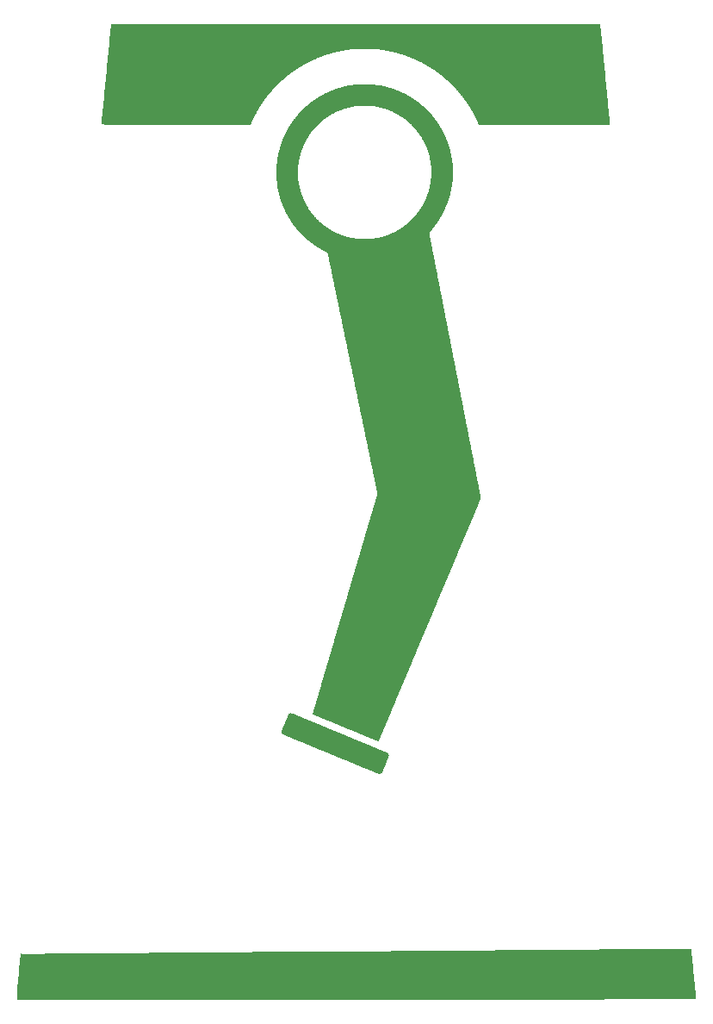
<source format=gtl>
G04 MADE WITH FRITZING*
G04 WWW.FRITZING.ORG*
G04 DOUBLE SIDED*
G04 HOLES PLATED*
G04 CONTOUR ON CENTER OF CONTOUR VECTOR*
%ASAXBY*%
%FSLAX23Y23*%
%MOIN*%
%OFA0B0*%
%SFA1.0B1.0*%
%ADD10C,0.079370*%
%ADD11R,0.001000X0.001000*%
%LNCOPPER1*%
G90*
G70*
G54D10*
X2565Y100D03*
X426Y3576D03*
X2192Y3575D03*
X639Y3688D03*
X1978Y3693D03*
X73Y101D03*
G54D11*
X364Y3772D02*
X2257Y3772D01*
X364Y3771D02*
X2257Y3771D01*
X364Y3770D02*
X2257Y3770D01*
X364Y3769D02*
X2257Y3769D01*
X364Y3768D02*
X2257Y3768D01*
X364Y3767D02*
X2258Y3767D01*
X364Y3766D02*
X2258Y3766D01*
X364Y3765D02*
X2258Y3765D01*
X363Y3764D02*
X2258Y3764D01*
X363Y3763D02*
X2258Y3763D01*
X363Y3762D02*
X2258Y3762D01*
X363Y3761D02*
X2258Y3761D01*
X363Y3760D02*
X2258Y3760D01*
X363Y3759D02*
X2258Y3759D01*
X363Y3758D02*
X2258Y3758D01*
X363Y3757D02*
X2258Y3757D01*
X363Y3756D02*
X2259Y3756D01*
X363Y3755D02*
X2259Y3755D01*
X362Y3754D02*
X2259Y3754D01*
X362Y3753D02*
X2259Y3753D01*
X362Y3752D02*
X2259Y3752D01*
X362Y3751D02*
X2259Y3751D01*
X362Y3750D02*
X2259Y3750D01*
X362Y3749D02*
X2259Y3749D01*
X362Y3748D02*
X2259Y3748D01*
X362Y3747D02*
X2259Y3747D01*
X362Y3746D02*
X2260Y3746D01*
X362Y3745D02*
X2260Y3745D01*
X362Y3744D02*
X2260Y3744D01*
X361Y3743D02*
X2260Y3743D01*
X361Y3742D02*
X2260Y3742D01*
X361Y3741D02*
X2260Y3741D01*
X361Y3740D02*
X2260Y3740D01*
X361Y3739D02*
X2260Y3739D01*
X361Y3738D02*
X2260Y3738D01*
X361Y3737D02*
X2260Y3737D01*
X361Y3736D02*
X2261Y3736D01*
X361Y3735D02*
X2261Y3735D01*
X361Y3734D02*
X2261Y3734D01*
X360Y3733D02*
X2261Y3733D01*
X360Y3732D02*
X2261Y3732D01*
X360Y3731D02*
X2261Y3731D01*
X360Y3730D02*
X2261Y3730D01*
X360Y3729D02*
X2261Y3729D01*
X360Y3728D02*
X2261Y3728D01*
X360Y3727D02*
X2261Y3727D01*
X360Y3726D02*
X2261Y3726D01*
X360Y3725D02*
X2262Y3725D01*
X360Y3724D02*
X2262Y3724D01*
X359Y3723D02*
X2262Y3723D01*
X359Y3722D02*
X2262Y3722D01*
X359Y3721D02*
X2262Y3721D01*
X359Y3720D02*
X2262Y3720D01*
X359Y3719D02*
X2262Y3719D01*
X359Y3718D02*
X2262Y3718D01*
X359Y3717D02*
X2262Y3717D01*
X359Y3716D02*
X2262Y3716D01*
X359Y3715D02*
X2263Y3715D01*
X359Y3714D02*
X2263Y3714D01*
X358Y3713D02*
X2263Y3713D01*
X358Y3712D02*
X2263Y3712D01*
X358Y3711D02*
X2263Y3711D01*
X358Y3710D02*
X2263Y3710D01*
X358Y3709D02*
X2263Y3709D01*
X358Y3708D02*
X2263Y3708D01*
X358Y3707D02*
X2263Y3707D01*
X358Y3706D02*
X2263Y3706D01*
X358Y3705D02*
X2264Y3705D01*
X358Y3704D02*
X2264Y3704D01*
X358Y3703D02*
X2264Y3703D01*
X357Y3702D02*
X2264Y3702D01*
X357Y3701D02*
X2264Y3701D01*
X357Y3700D02*
X2264Y3700D01*
X357Y3699D02*
X2264Y3699D01*
X357Y3698D02*
X2264Y3698D01*
X357Y3697D02*
X2264Y3697D01*
X357Y3696D02*
X2264Y3696D01*
X357Y3695D02*
X2264Y3695D01*
X357Y3694D02*
X2265Y3694D01*
X357Y3693D02*
X2265Y3693D01*
X356Y3692D02*
X2265Y3692D01*
X356Y3691D02*
X2265Y3691D01*
X356Y3690D02*
X2265Y3690D01*
X356Y3689D02*
X2265Y3689D01*
X356Y3688D02*
X2265Y3688D01*
X356Y3687D02*
X2265Y3687D01*
X356Y3686D02*
X2265Y3686D01*
X356Y3685D02*
X2265Y3685D01*
X356Y3684D02*
X2266Y3684D01*
X356Y3683D02*
X2266Y3683D01*
X355Y3682D02*
X2266Y3682D01*
X355Y3681D02*
X2266Y3681D01*
X355Y3680D02*
X2266Y3680D01*
X355Y3679D02*
X2266Y3679D01*
X355Y3678D02*
X2266Y3678D01*
X355Y3677D02*
X2266Y3677D01*
X355Y3676D02*
X1322Y3676D01*
X1369Y3676D02*
X2266Y3676D01*
X355Y3675D02*
X1306Y3675D01*
X1384Y3675D02*
X2266Y3675D01*
X355Y3674D02*
X1296Y3674D01*
X1395Y3674D02*
X2266Y3674D01*
X355Y3673D02*
X1286Y3673D01*
X1404Y3673D02*
X2267Y3673D01*
X354Y3672D02*
X1279Y3672D01*
X1411Y3672D02*
X2267Y3672D01*
X354Y3671D02*
X1272Y3671D01*
X1418Y3671D02*
X2267Y3671D01*
X354Y3670D02*
X1266Y3670D01*
X1424Y3670D02*
X2267Y3670D01*
X354Y3669D02*
X1260Y3669D01*
X1430Y3669D02*
X2267Y3669D01*
X354Y3668D02*
X1255Y3668D01*
X1436Y3668D02*
X2267Y3668D01*
X354Y3667D02*
X1249Y3667D01*
X1441Y3667D02*
X2267Y3667D01*
X354Y3666D02*
X1245Y3666D01*
X1446Y3666D02*
X2267Y3666D01*
X354Y3665D02*
X1240Y3665D01*
X1450Y3665D02*
X2267Y3665D01*
X354Y3664D02*
X1236Y3664D01*
X1455Y3664D02*
X2267Y3664D01*
X354Y3663D02*
X1232Y3663D01*
X1459Y3663D02*
X2268Y3663D01*
X354Y3662D02*
X1228Y3662D01*
X1463Y3662D02*
X2268Y3662D01*
X353Y3661D02*
X1224Y3661D01*
X1467Y3661D02*
X2268Y3661D01*
X353Y3660D02*
X1220Y3660D01*
X1470Y3660D02*
X2268Y3660D01*
X353Y3659D02*
X1216Y3659D01*
X1474Y3659D02*
X2268Y3659D01*
X353Y3658D02*
X1213Y3658D01*
X1478Y3658D02*
X2268Y3658D01*
X353Y3657D02*
X1209Y3657D01*
X1481Y3657D02*
X2268Y3657D01*
X353Y3656D02*
X1206Y3656D01*
X1485Y3656D02*
X2268Y3656D01*
X353Y3655D02*
X1203Y3655D01*
X1488Y3655D02*
X2268Y3655D01*
X353Y3654D02*
X1199Y3654D01*
X1491Y3654D02*
X2268Y3654D01*
X353Y3653D02*
X1196Y3653D01*
X1494Y3653D02*
X2269Y3653D01*
X353Y3652D02*
X1194Y3652D01*
X1497Y3652D02*
X2269Y3652D01*
X352Y3651D02*
X1191Y3651D01*
X1500Y3651D02*
X2269Y3651D01*
X352Y3650D02*
X1188Y3650D01*
X1503Y3650D02*
X2269Y3650D01*
X352Y3649D02*
X1185Y3649D01*
X1506Y3649D02*
X2269Y3649D01*
X352Y3648D02*
X1182Y3648D01*
X1509Y3648D02*
X2269Y3648D01*
X352Y3647D02*
X1179Y3647D01*
X1511Y3647D02*
X2269Y3647D01*
X352Y3646D02*
X1177Y3646D01*
X1514Y3646D02*
X2269Y3646D01*
X352Y3645D02*
X1174Y3645D01*
X1517Y3645D02*
X2269Y3645D01*
X352Y3644D02*
X1171Y3644D01*
X1519Y3644D02*
X2269Y3644D01*
X352Y3643D02*
X1169Y3643D01*
X1522Y3643D02*
X2269Y3643D01*
X352Y3642D02*
X1166Y3642D01*
X1524Y3642D02*
X2270Y3642D01*
X351Y3641D02*
X1164Y3641D01*
X1527Y3641D02*
X2270Y3641D01*
X351Y3640D02*
X1161Y3640D01*
X1529Y3640D02*
X2270Y3640D01*
X351Y3639D02*
X1159Y3639D01*
X1532Y3639D02*
X2270Y3639D01*
X351Y3638D02*
X1157Y3638D01*
X1534Y3638D02*
X2270Y3638D01*
X351Y3637D02*
X1155Y3637D01*
X1536Y3637D02*
X2270Y3637D01*
X351Y3636D02*
X1152Y3636D01*
X1539Y3636D02*
X2270Y3636D01*
X351Y3635D02*
X1150Y3635D01*
X1541Y3635D02*
X2270Y3635D01*
X351Y3634D02*
X1148Y3634D01*
X1543Y3634D02*
X2270Y3634D01*
X351Y3633D02*
X1145Y3633D01*
X1545Y3633D02*
X2270Y3633D01*
X351Y3632D02*
X1143Y3632D01*
X1547Y3632D02*
X2271Y3632D01*
X351Y3631D02*
X1141Y3631D01*
X1550Y3631D02*
X2271Y3631D01*
X350Y3630D02*
X1139Y3630D01*
X1552Y3630D02*
X2271Y3630D01*
X350Y3629D02*
X1137Y3629D01*
X1554Y3629D02*
X2271Y3629D01*
X350Y3628D02*
X1135Y3628D01*
X1556Y3628D02*
X2271Y3628D01*
X350Y3627D02*
X1133Y3627D01*
X1558Y3627D02*
X2271Y3627D01*
X350Y3626D02*
X1131Y3626D01*
X1560Y3626D02*
X2271Y3626D01*
X350Y3625D02*
X1129Y3625D01*
X1562Y3625D02*
X2271Y3625D01*
X350Y3624D02*
X1127Y3624D01*
X1564Y3624D02*
X2271Y3624D01*
X350Y3623D02*
X1125Y3623D01*
X1566Y3623D02*
X2271Y3623D01*
X350Y3622D02*
X1123Y3622D01*
X1568Y3622D02*
X2271Y3622D01*
X350Y3621D02*
X1121Y3621D01*
X1570Y3621D02*
X2272Y3621D01*
X349Y3620D02*
X1119Y3620D01*
X1572Y3620D02*
X2272Y3620D01*
X349Y3619D02*
X1117Y3619D01*
X1573Y3619D02*
X2272Y3619D01*
X349Y3618D02*
X1116Y3618D01*
X1575Y3618D02*
X2272Y3618D01*
X349Y3617D02*
X1114Y3617D01*
X1577Y3617D02*
X2272Y3617D01*
X349Y3616D02*
X1112Y3616D01*
X1579Y3616D02*
X2272Y3616D01*
X349Y3615D02*
X1110Y3615D01*
X1581Y3615D02*
X2272Y3615D01*
X349Y3614D02*
X1109Y3614D01*
X1582Y3614D02*
X2272Y3614D01*
X349Y3613D02*
X1107Y3613D01*
X1584Y3613D02*
X2272Y3613D01*
X349Y3612D02*
X1105Y3612D01*
X1586Y3612D02*
X2272Y3612D01*
X349Y3611D02*
X1103Y3611D01*
X1588Y3611D02*
X2273Y3611D01*
X348Y3610D02*
X1102Y3610D01*
X1589Y3610D02*
X2273Y3610D01*
X348Y3609D02*
X1100Y3609D01*
X1591Y3609D02*
X2273Y3609D01*
X348Y3608D02*
X1098Y3608D01*
X1592Y3608D02*
X2273Y3608D01*
X348Y3607D02*
X1097Y3607D01*
X1594Y3607D02*
X2273Y3607D01*
X348Y3606D02*
X1095Y3606D01*
X1596Y3606D02*
X2273Y3606D01*
X348Y3605D02*
X1093Y3605D01*
X1597Y3605D02*
X2273Y3605D01*
X348Y3604D02*
X1092Y3604D01*
X1599Y3604D02*
X2273Y3604D01*
X348Y3603D02*
X1090Y3603D01*
X1601Y3603D02*
X2273Y3603D01*
X348Y3602D02*
X1089Y3602D01*
X1602Y3602D02*
X2273Y3602D01*
X348Y3601D02*
X1087Y3601D01*
X1604Y3601D02*
X2274Y3601D01*
X347Y3600D02*
X1085Y3600D01*
X1605Y3600D02*
X2274Y3600D01*
X347Y3599D02*
X1084Y3599D01*
X1607Y3599D02*
X2274Y3599D01*
X347Y3598D02*
X1082Y3598D01*
X1608Y3598D02*
X2274Y3598D01*
X347Y3597D02*
X1081Y3597D01*
X1610Y3597D02*
X2274Y3597D01*
X347Y3596D02*
X1079Y3596D01*
X1611Y3596D02*
X2274Y3596D01*
X347Y3595D02*
X1078Y3595D01*
X1613Y3595D02*
X2274Y3595D01*
X347Y3594D02*
X1077Y3594D01*
X1614Y3594D02*
X2274Y3594D01*
X347Y3593D02*
X1075Y3593D01*
X1616Y3593D02*
X2274Y3593D01*
X347Y3592D02*
X1074Y3592D01*
X1617Y3592D02*
X2274Y3592D01*
X347Y3591D02*
X1072Y3591D01*
X1619Y3591D02*
X2274Y3591D01*
X347Y3590D02*
X1071Y3590D01*
X1620Y3590D02*
X2275Y3590D01*
X346Y3589D02*
X1069Y3589D01*
X1622Y3589D02*
X2275Y3589D01*
X346Y3588D02*
X1068Y3588D01*
X1623Y3588D02*
X2275Y3588D01*
X346Y3587D02*
X1066Y3587D01*
X1624Y3587D02*
X2275Y3587D01*
X346Y3586D02*
X1065Y3586D01*
X1626Y3586D02*
X2275Y3586D01*
X346Y3585D02*
X1064Y3585D01*
X1627Y3585D02*
X2275Y3585D01*
X346Y3584D02*
X1062Y3584D01*
X1629Y3584D02*
X2275Y3584D01*
X346Y3583D02*
X1061Y3583D01*
X1630Y3583D02*
X2275Y3583D01*
X346Y3582D02*
X1060Y3582D01*
X1631Y3582D02*
X2275Y3582D01*
X346Y3581D02*
X1058Y3581D01*
X1633Y3581D02*
X2275Y3581D01*
X346Y3580D02*
X1057Y3580D01*
X1634Y3580D02*
X2276Y3580D01*
X345Y3579D02*
X1056Y3579D01*
X1635Y3579D02*
X2276Y3579D01*
X345Y3578D02*
X1054Y3578D01*
X1636Y3578D02*
X2276Y3578D01*
X345Y3577D02*
X1053Y3577D01*
X1638Y3577D02*
X2276Y3577D01*
X345Y3576D02*
X1052Y3576D01*
X1639Y3576D02*
X2276Y3576D01*
X345Y3575D02*
X1050Y3575D01*
X1640Y3575D02*
X2276Y3575D01*
X345Y3574D02*
X1049Y3574D01*
X1642Y3574D02*
X2276Y3574D01*
X345Y3573D02*
X1048Y3573D01*
X1643Y3573D02*
X2276Y3573D01*
X345Y3572D02*
X1047Y3572D01*
X1644Y3572D02*
X2276Y3572D01*
X345Y3571D02*
X1045Y3571D01*
X1645Y3571D02*
X2276Y3571D01*
X345Y3570D02*
X1044Y3570D01*
X1647Y3570D02*
X2276Y3570D01*
X344Y3569D02*
X1043Y3569D01*
X1648Y3569D02*
X2277Y3569D01*
X344Y3568D02*
X1042Y3568D01*
X1649Y3568D02*
X2277Y3568D01*
X344Y3567D02*
X1040Y3567D01*
X1650Y3567D02*
X2277Y3567D01*
X344Y3566D02*
X1039Y3566D01*
X1652Y3566D02*
X2277Y3566D01*
X344Y3565D02*
X1038Y3565D01*
X1653Y3565D02*
X2277Y3565D01*
X344Y3564D02*
X1037Y3564D01*
X1654Y3564D02*
X2277Y3564D01*
X344Y3563D02*
X1036Y3563D01*
X1655Y3563D02*
X2277Y3563D01*
X344Y3562D02*
X1035Y3562D01*
X1656Y3562D02*
X2277Y3562D01*
X344Y3561D02*
X1033Y3561D01*
X1658Y3561D02*
X2277Y3561D01*
X344Y3560D02*
X1032Y3560D01*
X1659Y3560D02*
X2277Y3560D01*
X343Y3559D02*
X1031Y3559D01*
X1660Y3559D02*
X2278Y3559D01*
X343Y3558D02*
X1030Y3558D01*
X1661Y3558D02*
X2278Y3558D01*
X343Y3557D02*
X1029Y3557D01*
X1662Y3557D02*
X2278Y3557D01*
X343Y3556D02*
X1028Y3556D01*
X1663Y3556D02*
X2278Y3556D01*
X343Y3555D02*
X1026Y3555D01*
X1664Y3555D02*
X2278Y3555D01*
X343Y3554D02*
X1025Y3554D01*
X1665Y3554D02*
X2278Y3554D01*
X343Y3553D02*
X1024Y3553D01*
X1667Y3553D02*
X2278Y3553D01*
X343Y3552D02*
X1023Y3552D01*
X1668Y3552D02*
X2278Y3552D01*
X343Y3551D02*
X1022Y3551D01*
X1669Y3551D02*
X2278Y3551D01*
X343Y3550D02*
X1021Y3550D01*
X1670Y3550D02*
X2278Y3550D01*
X343Y3549D02*
X1020Y3549D01*
X1671Y3549D02*
X2279Y3549D01*
X342Y3548D02*
X1019Y3548D01*
X1672Y3548D02*
X2279Y3548D01*
X342Y3547D02*
X1018Y3547D01*
X1673Y3547D02*
X2279Y3547D01*
X342Y3546D02*
X1017Y3546D01*
X1674Y3546D02*
X2279Y3546D01*
X342Y3545D02*
X1016Y3545D01*
X1675Y3545D02*
X2279Y3545D01*
X342Y3544D02*
X1014Y3544D01*
X1676Y3544D02*
X2279Y3544D01*
X342Y3543D02*
X1013Y3543D01*
X1677Y3543D02*
X2279Y3543D01*
X342Y3542D02*
X1012Y3542D01*
X1678Y3542D02*
X2279Y3542D01*
X342Y3541D02*
X1011Y3541D01*
X1679Y3541D02*
X2279Y3541D01*
X342Y3540D02*
X1010Y3540D01*
X1680Y3540D02*
X2279Y3540D01*
X342Y3539D02*
X1009Y3539D01*
X1322Y3539D02*
X1368Y3539D01*
X1682Y3539D02*
X2279Y3539D01*
X341Y3538D02*
X1008Y3538D01*
X1310Y3538D02*
X1379Y3538D01*
X1683Y3538D02*
X2280Y3538D01*
X341Y3537D02*
X1007Y3537D01*
X1302Y3537D02*
X1388Y3537D01*
X1684Y3537D02*
X2280Y3537D01*
X341Y3536D02*
X1006Y3536D01*
X1295Y3536D02*
X1396Y3536D01*
X1685Y3536D02*
X2280Y3536D01*
X341Y3535D02*
X1005Y3535D01*
X1289Y3535D02*
X1402Y3535D01*
X1686Y3535D02*
X2280Y3535D01*
X341Y3534D02*
X1004Y3534D01*
X1283Y3534D02*
X1407Y3534D01*
X1686Y3534D02*
X2280Y3534D01*
X341Y3533D02*
X1003Y3533D01*
X1278Y3533D02*
X1412Y3533D01*
X1687Y3533D02*
X2280Y3533D01*
X341Y3532D02*
X1002Y3532D01*
X1273Y3532D02*
X1417Y3532D01*
X1688Y3532D02*
X2280Y3532D01*
X341Y3531D02*
X1001Y3531D01*
X1269Y3531D02*
X1422Y3531D01*
X1689Y3531D02*
X2280Y3531D01*
X341Y3530D02*
X1000Y3530D01*
X1265Y3530D02*
X1426Y3530D01*
X1690Y3530D02*
X2280Y3530D01*
X341Y3529D02*
X999Y3529D01*
X1260Y3529D02*
X1430Y3529D01*
X1691Y3529D02*
X2280Y3529D01*
X340Y3528D02*
X999Y3528D01*
X1257Y3528D02*
X1434Y3528D01*
X1692Y3528D02*
X2281Y3528D01*
X340Y3527D02*
X998Y3527D01*
X1253Y3527D02*
X1437Y3527D01*
X1693Y3527D02*
X2281Y3527D01*
X340Y3526D02*
X997Y3526D01*
X1250Y3526D02*
X1441Y3526D01*
X1694Y3526D02*
X2281Y3526D01*
X340Y3525D02*
X996Y3525D01*
X1246Y3525D02*
X1444Y3525D01*
X1695Y3525D02*
X2281Y3525D01*
X340Y3524D02*
X995Y3524D01*
X1243Y3524D02*
X1447Y3524D01*
X1696Y3524D02*
X2281Y3524D01*
X340Y3523D02*
X994Y3523D01*
X1240Y3523D02*
X1451Y3523D01*
X1697Y3523D02*
X2281Y3523D01*
X340Y3522D02*
X993Y3522D01*
X1237Y3522D02*
X1454Y3522D01*
X1698Y3522D02*
X2281Y3522D01*
X340Y3521D02*
X992Y3521D01*
X1234Y3521D02*
X1457Y3521D01*
X1699Y3521D02*
X2281Y3521D01*
X340Y3520D02*
X991Y3520D01*
X1231Y3520D02*
X1459Y3520D01*
X1700Y3520D02*
X2281Y3520D01*
X340Y3519D02*
X990Y3519D01*
X1228Y3519D02*
X1462Y3519D01*
X1701Y3519D02*
X2281Y3519D01*
X339Y3518D02*
X989Y3518D01*
X1226Y3518D02*
X1465Y3518D01*
X1702Y3518D02*
X2281Y3518D01*
X339Y3517D02*
X988Y3517D01*
X1223Y3517D02*
X1468Y3517D01*
X1702Y3517D02*
X2282Y3517D01*
X339Y3516D02*
X987Y3516D01*
X1221Y3516D02*
X1470Y3516D01*
X1703Y3516D02*
X2282Y3516D01*
X339Y3515D02*
X987Y3515D01*
X1218Y3515D02*
X1473Y3515D01*
X1704Y3515D02*
X2282Y3515D01*
X339Y3514D02*
X986Y3514D01*
X1216Y3514D02*
X1475Y3514D01*
X1705Y3514D02*
X2282Y3514D01*
X339Y3513D02*
X985Y3513D01*
X1213Y3513D02*
X1477Y3513D01*
X1706Y3513D02*
X2282Y3513D01*
X339Y3512D02*
X984Y3512D01*
X1211Y3512D02*
X1480Y3512D01*
X1707Y3512D02*
X2282Y3512D01*
X339Y3511D02*
X983Y3511D01*
X1209Y3511D02*
X1482Y3511D01*
X1708Y3511D02*
X2282Y3511D01*
X339Y3510D02*
X982Y3510D01*
X1206Y3510D02*
X1484Y3510D01*
X1709Y3510D02*
X2282Y3510D01*
X339Y3509D02*
X981Y3509D01*
X1204Y3509D02*
X1487Y3509D01*
X1710Y3509D02*
X2282Y3509D01*
X339Y3508D02*
X981Y3508D01*
X1202Y3508D02*
X1489Y3508D01*
X1710Y3508D02*
X2282Y3508D01*
X338Y3507D02*
X980Y3507D01*
X1200Y3507D02*
X1491Y3507D01*
X1711Y3507D02*
X2283Y3507D01*
X338Y3506D02*
X979Y3506D01*
X1198Y3506D02*
X1493Y3506D01*
X1712Y3506D02*
X2283Y3506D01*
X338Y3505D02*
X978Y3505D01*
X1196Y3505D02*
X1495Y3505D01*
X1713Y3505D02*
X2283Y3505D01*
X338Y3504D02*
X977Y3504D01*
X1194Y3504D02*
X1497Y3504D01*
X1714Y3504D02*
X2283Y3504D01*
X338Y3503D02*
X976Y3503D01*
X1192Y3503D02*
X1499Y3503D01*
X1715Y3503D02*
X2283Y3503D01*
X338Y3502D02*
X975Y3502D01*
X1190Y3502D02*
X1501Y3502D01*
X1715Y3502D02*
X2283Y3502D01*
X338Y3501D02*
X975Y3501D01*
X1188Y3501D02*
X1503Y3501D01*
X1716Y3501D02*
X2283Y3501D01*
X338Y3500D02*
X974Y3500D01*
X1186Y3500D02*
X1505Y3500D01*
X1717Y3500D02*
X2283Y3500D01*
X338Y3499D02*
X973Y3499D01*
X1184Y3499D02*
X1507Y3499D01*
X1718Y3499D02*
X2283Y3499D01*
X338Y3498D02*
X972Y3498D01*
X1182Y3498D02*
X1509Y3498D01*
X1719Y3498D02*
X2283Y3498D01*
X337Y3497D02*
X971Y3497D01*
X1180Y3497D02*
X1510Y3497D01*
X1719Y3497D02*
X2284Y3497D01*
X337Y3496D02*
X971Y3496D01*
X1179Y3496D02*
X1512Y3496D01*
X1720Y3496D02*
X2284Y3496D01*
X337Y3495D02*
X970Y3495D01*
X1177Y3495D02*
X1514Y3495D01*
X1721Y3495D02*
X2284Y3495D01*
X337Y3494D02*
X969Y3494D01*
X1175Y3494D02*
X1516Y3494D01*
X1722Y3494D02*
X2284Y3494D01*
X337Y3493D02*
X968Y3493D01*
X1173Y3493D02*
X1517Y3493D01*
X1723Y3493D02*
X2284Y3493D01*
X337Y3492D02*
X967Y3492D01*
X1172Y3492D02*
X1519Y3492D01*
X1723Y3492D02*
X2284Y3492D01*
X337Y3491D02*
X967Y3491D01*
X1170Y3491D02*
X1521Y3491D01*
X1724Y3491D02*
X2284Y3491D01*
X337Y3490D02*
X966Y3490D01*
X1168Y3490D02*
X1522Y3490D01*
X1725Y3490D02*
X2284Y3490D01*
X337Y3489D02*
X965Y3489D01*
X1167Y3489D02*
X1524Y3489D01*
X1726Y3489D02*
X2284Y3489D01*
X337Y3488D02*
X964Y3488D01*
X1165Y3488D02*
X1526Y3488D01*
X1727Y3488D02*
X2284Y3488D01*
X336Y3487D02*
X964Y3487D01*
X1164Y3487D02*
X1527Y3487D01*
X1727Y3487D02*
X2284Y3487D01*
X336Y3486D02*
X963Y3486D01*
X1162Y3486D02*
X1529Y3486D01*
X1728Y3486D02*
X2285Y3486D01*
X336Y3485D02*
X962Y3485D01*
X1160Y3485D02*
X1530Y3485D01*
X1729Y3485D02*
X2285Y3485D01*
X336Y3484D02*
X961Y3484D01*
X1159Y3484D02*
X1532Y3484D01*
X1730Y3484D02*
X2285Y3484D01*
X336Y3483D02*
X961Y3483D01*
X1157Y3483D02*
X1533Y3483D01*
X1730Y3483D02*
X2285Y3483D01*
X336Y3482D02*
X960Y3482D01*
X1156Y3482D02*
X1535Y3482D01*
X1731Y3482D02*
X2285Y3482D01*
X336Y3481D02*
X959Y3481D01*
X1154Y3481D02*
X1536Y3481D01*
X1732Y3481D02*
X2285Y3481D01*
X336Y3480D02*
X958Y3480D01*
X1153Y3480D02*
X1538Y3480D01*
X1732Y3480D02*
X2285Y3480D01*
X336Y3479D02*
X958Y3479D01*
X1151Y3479D02*
X1539Y3479D01*
X1733Y3479D02*
X2285Y3479D01*
X336Y3478D02*
X957Y3478D01*
X1150Y3478D02*
X1541Y3478D01*
X1734Y3478D02*
X2285Y3478D01*
X336Y3477D02*
X956Y3477D01*
X1149Y3477D02*
X1542Y3477D01*
X1735Y3477D02*
X2285Y3477D01*
X335Y3476D02*
X955Y3476D01*
X1147Y3476D02*
X1544Y3476D01*
X1735Y3476D02*
X2286Y3476D01*
X335Y3475D02*
X955Y3475D01*
X1146Y3475D02*
X1545Y3475D01*
X1736Y3475D02*
X2286Y3475D01*
X335Y3474D02*
X954Y3474D01*
X1144Y3474D02*
X1546Y3474D01*
X1737Y3474D02*
X2286Y3474D01*
X335Y3473D02*
X953Y3473D01*
X1143Y3473D02*
X1548Y3473D01*
X1738Y3473D02*
X2286Y3473D01*
X335Y3472D02*
X953Y3472D01*
X1142Y3472D02*
X1549Y3472D01*
X1738Y3472D02*
X2286Y3472D01*
X335Y3471D02*
X952Y3471D01*
X1140Y3471D02*
X1550Y3471D01*
X1739Y3471D02*
X2286Y3471D01*
X335Y3470D02*
X951Y3470D01*
X1139Y3470D02*
X1552Y3470D01*
X1740Y3470D02*
X2286Y3470D01*
X335Y3469D02*
X951Y3469D01*
X1138Y3469D02*
X1553Y3469D01*
X1740Y3469D02*
X2286Y3469D01*
X335Y3468D02*
X950Y3468D01*
X1136Y3468D02*
X1554Y3468D01*
X1741Y3468D02*
X2286Y3468D01*
X335Y3467D02*
X949Y3467D01*
X1135Y3467D02*
X1556Y3467D01*
X1742Y3467D02*
X2286Y3467D01*
X334Y3466D02*
X949Y3466D01*
X1134Y3466D02*
X1557Y3466D01*
X1742Y3466D02*
X2286Y3466D01*
X334Y3465D02*
X948Y3465D01*
X1133Y3465D02*
X1558Y3465D01*
X1743Y3465D02*
X2287Y3465D01*
X334Y3464D02*
X947Y3464D01*
X1131Y3464D02*
X1559Y3464D01*
X1744Y3464D02*
X2287Y3464D01*
X334Y3463D02*
X946Y3463D01*
X1130Y3463D02*
X1561Y3463D01*
X1744Y3463D02*
X2287Y3463D01*
X334Y3462D02*
X946Y3462D01*
X1129Y3462D02*
X1562Y3462D01*
X1745Y3462D02*
X2287Y3462D01*
X334Y3461D02*
X945Y3461D01*
X1128Y3461D02*
X1563Y3461D01*
X1746Y3461D02*
X2287Y3461D01*
X334Y3460D02*
X944Y3460D01*
X1126Y3460D02*
X1564Y3460D01*
X1746Y3460D02*
X2287Y3460D01*
X334Y3459D02*
X944Y3459D01*
X1125Y3459D02*
X1565Y3459D01*
X1747Y3459D02*
X2287Y3459D01*
X334Y3458D02*
X943Y3458D01*
X1124Y3458D02*
X1567Y3458D01*
X1748Y3458D02*
X2287Y3458D01*
X334Y3457D02*
X943Y3457D01*
X1123Y3457D02*
X1568Y3457D01*
X1748Y3457D02*
X2287Y3457D01*
X333Y3456D02*
X942Y3456D01*
X1122Y3456D02*
X1339Y3456D01*
X1350Y3456D02*
X1569Y3456D01*
X1749Y3456D02*
X2287Y3456D01*
X333Y3455D02*
X941Y3455D01*
X1121Y3455D02*
X1321Y3455D01*
X1369Y3455D02*
X1570Y3455D01*
X1750Y3455D02*
X2288Y3455D01*
X333Y3454D02*
X941Y3454D01*
X1120Y3454D02*
X1312Y3454D01*
X1378Y3454D02*
X1571Y3454D01*
X1750Y3454D02*
X2288Y3454D01*
X333Y3453D02*
X940Y3453D01*
X1118Y3453D02*
X1304Y3453D01*
X1386Y3453D02*
X1572Y3453D01*
X1751Y3453D02*
X2288Y3453D01*
X333Y3452D02*
X939Y3452D01*
X1117Y3452D02*
X1299Y3452D01*
X1392Y3452D02*
X1573Y3452D01*
X1751Y3452D02*
X2288Y3452D01*
X333Y3451D02*
X939Y3451D01*
X1116Y3451D02*
X1293Y3451D01*
X1397Y3451D02*
X1575Y3451D01*
X1752Y3451D02*
X2288Y3451D01*
X333Y3450D02*
X938Y3450D01*
X1115Y3450D02*
X1289Y3450D01*
X1402Y3450D02*
X1576Y3450D01*
X1753Y3450D02*
X2288Y3450D01*
X333Y3449D02*
X937Y3449D01*
X1114Y3449D02*
X1284Y3449D01*
X1406Y3449D02*
X1577Y3449D01*
X1753Y3449D02*
X2288Y3449D01*
X333Y3448D02*
X937Y3448D01*
X1113Y3448D02*
X1280Y3448D01*
X1410Y3448D02*
X1578Y3448D01*
X1754Y3448D02*
X2288Y3448D01*
X333Y3447D02*
X936Y3447D01*
X1112Y3447D02*
X1277Y3447D01*
X1414Y3447D02*
X1579Y3447D01*
X1755Y3447D02*
X2288Y3447D01*
X332Y3446D02*
X936Y3446D01*
X1111Y3446D02*
X1273Y3446D01*
X1417Y3446D02*
X1580Y3446D01*
X1755Y3446D02*
X2288Y3446D01*
X332Y3445D02*
X935Y3445D01*
X1110Y3445D02*
X1270Y3445D01*
X1421Y3445D02*
X1581Y3445D01*
X1756Y3445D02*
X2289Y3445D01*
X332Y3444D02*
X934Y3444D01*
X1109Y3444D02*
X1266Y3444D01*
X1424Y3444D02*
X1582Y3444D01*
X1756Y3444D02*
X2289Y3444D01*
X332Y3443D02*
X934Y3443D01*
X1108Y3443D02*
X1263Y3443D01*
X1427Y3443D02*
X1583Y3443D01*
X1757Y3443D02*
X2289Y3443D01*
X332Y3442D02*
X933Y3442D01*
X1107Y3442D02*
X1260Y3442D01*
X1430Y3442D02*
X1584Y3442D01*
X1758Y3442D02*
X2289Y3442D01*
X332Y3441D02*
X933Y3441D01*
X1106Y3441D02*
X1257Y3441D01*
X1433Y3441D02*
X1585Y3441D01*
X1758Y3441D02*
X2289Y3441D01*
X332Y3440D02*
X932Y3440D01*
X1105Y3440D02*
X1255Y3440D01*
X1436Y3440D02*
X1586Y3440D01*
X1759Y3440D02*
X2289Y3440D01*
X332Y3439D02*
X931Y3439D01*
X1104Y3439D02*
X1252Y3439D01*
X1438Y3439D02*
X1587Y3439D01*
X1759Y3439D02*
X2289Y3439D01*
X332Y3438D02*
X931Y3438D01*
X1103Y3438D02*
X1250Y3438D01*
X1441Y3438D02*
X1588Y3438D01*
X1760Y3438D02*
X2289Y3438D01*
X332Y3437D02*
X930Y3437D01*
X1102Y3437D02*
X1247Y3437D01*
X1443Y3437D02*
X1589Y3437D01*
X1760Y3437D02*
X2289Y3437D01*
X332Y3436D02*
X930Y3436D01*
X1101Y3436D02*
X1245Y3436D01*
X1446Y3436D02*
X1590Y3436D01*
X1761Y3436D02*
X2289Y3436D01*
X331Y3435D02*
X929Y3435D01*
X1100Y3435D02*
X1242Y3435D01*
X1448Y3435D02*
X1591Y3435D01*
X1762Y3435D02*
X2289Y3435D01*
X331Y3434D02*
X929Y3434D01*
X1099Y3434D02*
X1240Y3434D01*
X1450Y3434D02*
X1592Y3434D01*
X1762Y3434D02*
X2290Y3434D01*
X331Y3433D02*
X928Y3433D01*
X1098Y3433D02*
X1238Y3433D01*
X1453Y3433D02*
X1593Y3433D01*
X1763Y3433D02*
X2290Y3433D01*
X331Y3432D02*
X927Y3432D01*
X1097Y3432D02*
X1236Y3432D01*
X1455Y3432D02*
X1594Y3432D01*
X1763Y3432D02*
X2290Y3432D01*
X331Y3431D02*
X927Y3431D01*
X1096Y3431D02*
X1233Y3431D01*
X1457Y3431D02*
X1595Y3431D01*
X1764Y3431D02*
X2290Y3431D01*
X331Y3430D02*
X926Y3430D01*
X1095Y3430D02*
X1231Y3430D01*
X1459Y3430D02*
X1596Y3430D01*
X1764Y3430D02*
X2290Y3430D01*
X331Y3429D02*
X926Y3429D01*
X1094Y3429D02*
X1229Y3429D01*
X1461Y3429D02*
X1597Y3429D01*
X1765Y3429D02*
X2290Y3429D01*
X331Y3428D02*
X925Y3428D01*
X1093Y3428D02*
X1227Y3428D01*
X1463Y3428D02*
X1598Y3428D01*
X1766Y3428D02*
X2290Y3428D01*
X331Y3427D02*
X925Y3427D01*
X1092Y3427D02*
X1226Y3427D01*
X1465Y3427D02*
X1599Y3427D01*
X1766Y3427D02*
X2290Y3427D01*
X331Y3426D02*
X924Y3426D01*
X1091Y3426D02*
X1224Y3426D01*
X1467Y3426D02*
X1599Y3426D01*
X1767Y3426D02*
X2290Y3426D01*
X330Y3425D02*
X924Y3425D01*
X1090Y3425D02*
X1222Y3425D01*
X1469Y3425D02*
X1600Y3425D01*
X1767Y3425D02*
X2290Y3425D01*
X330Y3424D02*
X923Y3424D01*
X1090Y3424D02*
X1220Y3424D01*
X1470Y3424D02*
X1601Y3424D01*
X1768Y3424D02*
X2291Y3424D01*
X330Y3423D02*
X923Y3423D01*
X1089Y3423D02*
X1218Y3423D01*
X1472Y3423D02*
X1602Y3423D01*
X1768Y3423D02*
X2291Y3423D01*
X330Y3422D02*
X922Y3422D01*
X1088Y3422D02*
X1216Y3422D01*
X1474Y3422D02*
X1603Y3422D01*
X1769Y3422D02*
X2291Y3422D01*
X330Y3421D02*
X921Y3421D01*
X1087Y3421D02*
X1215Y3421D01*
X1476Y3421D02*
X1604Y3421D01*
X1769Y3421D02*
X2291Y3421D01*
X330Y3420D02*
X921Y3420D01*
X1086Y3420D02*
X1213Y3420D01*
X1477Y3420D02*
X1605Y3420D01*
X1770Y3420D02*
X2291Y3420D01*
X330Y3419D02*
X920Y3419D01*
X1085Y3419D02*
X1211Y3419D01*
X1479Y3419D02*
X1606Y3419D01*
X1770Y3419D02*
X2291Y3419D01*
X330Y3418D02*
X920Y3418D01*
X1084Y3418D02*
X1210Y3418D01*
X1481Y3418D02*
X1606Y3418D01*
X1771Y3418D02*
X2291Y3418D01*
X330Y3417D02*
X919Y3417D01*
X1084Y3417D02*
X1208Y3417D01*
X1482Y3417D02*
X1607Y3417D01*
X1771Y3417D02*
X2291Y3417D01*
X330Y3416D02*
X919Y3416D01*
X1083Y3416D02*
X1207Y3416D01*
X1484Y3416D02*
X1608Y3416D01*
X1772Y3416D02*
X2291Y3416D01*
X329Y3415D02*
X918Y3415D01*
X1082Y3415D02*
X1205Y3415D01*
X1485Y3415D02*
X1609Y3415D01*
X1772Y3415D02*
X2291Y3415D01*
X329Y3414D02*
X918Y3414D01*
X1081Y3414D02*
X1203Y3414D01*
X1487Y3414D02*
X1610Y3414D01*
X1773Y3414D02*
X2291Y3414D01*
X329Y3413D02*
X917Y3413D01*
X1080Y3413D02*
X1202Y3413D01*
X1488Y3413D02*
X1611Y3413D01*
X1773Y3413D02*
X2292Y3413D01*
X329Y3412D02*
X917Y3412D01*
X1079Y3412D02*
X1200Y3412D01*
X1490Y3412D02*
X1611Y3412D01*
X1774Y3412D02*
X2292Y3412D01*
X329Y3411D02*
X916Y3411D01*
X1079Y3411D02*
X1199Y3411D01*
X1491Y3411D02*
X1612Y3411D01*
X1774Y3411D02*
X2292Y3411D01*
X329Y3410D02*
X916Y3410D01*
X1078Y3410D02*
X1198Y3410D01*
X1493Y3410D02*
X1613Y3410D01*
X1775Y3410D02*
X2292Y3410D01*
X329Y3409D02*
X915Y3409D01*
X1077Y3409D02*
X1196Y3409D01*
X1494Y3409D02*
X1614Y3409D01*
X1775Y3409D02*
X2292Y3409D01*
X329Y3408D02*
X915Y3408D01*
X1076Y3408D02*
X1195Y3408D01*
X1496Y3408D02*
X1615Y3408D01*
X1776Y3408D02*
X2292Y3408D01*
X329Y3407D02*
X914Y3407D01*
X1076Y3407D02*
X1193Y3407D01*
X1497Y3407D02*
X1615Y3407D01*
X1776Y3407D02*
X2292Y3407D01*
X329Y3406D02*
X914Y3406D01*
X1075Y3406D02*
X1192Y3406D01*
X1499Y3406D02*
X1616Y3406D01*
X1777Y3406D02*
X2292Y3406D01*
X328Y3405D02*
X913Y3405D01*
X1074Y3405D02*
X1191Y3405D01*
X1500Y3405D02*
X1617Y3405D01*
X1777Y3405D02*
X2292Y3405D01*
X328Y3404D02*
X913Y3404D01*
X1073Y3404D02*
X1189Y3404D01*
X1501Y3404D02*
X1618Y3404D01*
X1778Y3404D02*
X2292Y3404D01*
X328Y3403D02*
X912Y3403D01*
X1072Y3403D02*
X1188Y3403D01*
X1503Y3403D02*
X1618Y3403D01*
X1778Y3403D02*
X2293Y3403D01*
X328Y3402D02*
X912Y3402D01*
X1072Y3402D02*
X1187Y3402D01*
X1504Y3402D02*
X1619Y3402D01*
X1779Y3402D02*
X2293Y3402D01*
X328Y3401D02*
X911Y3401D01*
X1071Y3401D02*
X1185Y3401D01*
X1505Y3401D02*
X1620Y3401D01*
X1779Y3401D02*
X2293Y3401D01*
X328Y3400D02*
X911Y3400D01*
X1070Y3400D02*
X1184Y3400D01*
X1506Y3400D02*
X1621Y3400D01*
X1780Y3400D02*
X2293Y3400D01*
X328Y3399D02*
X911Y3399D01*
X1069Y3399D02*
X1183Y3399D01*
X1508Y3399D02*
X1621Y3399D01*
X1780Y3399D02*
X2293Y3399D01*
X328Y3398D02*
X910Y3398D01*
X1069Y3398D02*
X1182Y3398D01*
X1509Y3398D02*
X1622Y3398D01*
X1781Y3398D02*
X2293Y3398D01*
X328Y3397D02*
X910Y3397D01*
X1068Y3397D02*
X1180Y3397D01*
X1510Y3397D02*
X1623Y3397D01*
X1781Y3397D02*
X2293Y3397D01*
X328Y3396D02*
X909Y3396D01*
X1067Y3396D02*
X1179Y3396D01*
X1511Y3396D02*
X1623Y3396D01*
X1782Y3396D02*
X2293Y3396D01*
X328Y3395D02*
X909Y3395D01*
X1067Y3395D02*
X1178Y3395D01*
X1512Y3395D02*
X1624Y3395D01*
X1782Y3395D02*
X2293Y3395D01*
X327Y3394D02*
X908Y3394D01*
X1066Y3394D02*
X1177Y3394D01*
X1514Y3394D02*
X1625Y3394D01*
X1782Y3394D02*
X2293Y3394D01*
X327Y3393D02*
X908Y3393D01*
X1065Y3393D02*
X1176Y3393D01*
X1515Y3393D02*
X1626Y3393D01*
X1783Y3393D02*
X2294Y3393D01*
X327Y3392D02*
X907Y3392D01*
X1065Y3392D02*
X1175Y3392D01*
X1516Y3392D02*
X1626Y3392D01*
X1783Y3392D02*
X2294Y3392D01*
X327Y3391D02*
X907Y3391D01*
X1064Y3391D02*
X1173Y3391D01*
X1517Y3391D02*
X1627Y3391D01*
X1784Y3391D02*
X2294Y3391D01*
X327Y3390D02*
X907Y3390D01*
X1063Y3390D02*
X1172Y3390D01*
X1518Y3390D02*
X1628Y3390D01*
X1784Y3390D02*
X2294Y3390D01*
X327Y3389D02*
X906Y3389D01*
X1062Y3389D02*
X1171Y3389D01*
X1519Y3389D02*
X1628Y3389D01*
X1785Y3389D02*
X2294Y3389D01*
X327Y3388D02*
X906Y3388D01*
X1062Y3388D02*
X1170Y3388D01*
X1520Y3388D02*
X1629Y3388D01*
X1785Y3388D02*
X2294Y3388D01*
X327Y3387D02*
X905Y3387D01*
X1061Y3387D02*
X1169Y3387D01*
X1521Y3387D02*
X1630Y3387D01*
X1785Y3387D02*
X2294Y3387D01*
X327Y3386D02*
X905Y3386D01*
X1060Y3386D02*
X1168Y3386D01*
X1522Y3386D02*
X1630Y3386D01*
X1786Y3386D02*
X2294Y3386D01*
X329Y3385D02*
X904Y3385D01*
X1060Y3385D02*
X1167Y3385D01*
X1523Y3385D02*
X1631Y3385D01*
X1786Y3385D02*
X2294Y3385D01*
X334Y3384D02*
X904Y3384D01*
X1059Y3384D02*
X1166Y3384D01*
X1525Y3384D02*
X1632Y3384D01*
X1787Y3384D02*
X2294Y3384D01*
X339Y3383D02*
X903Y3383D01*
X1058Y3383D02*
X1165Y3383D01*
X1526Y3383D02*
X1632Y3383D01*
X1787Y3383D02*
X2294Y3383D01*
X344Y3382D02*
X903Y3382D01*
X1058Y3382D02*
X1164Y3382D01*
X1527Y3382D02*
X1633Y3382D01*
X1788Y3382D02*
X2295Y3382D01*
X349Y3381D02*
X902Y3381D01*
X1057Y3381D02*
X1163Y3381D01*
X1528Y3381D02*
X1634Y3381D01*
X1788Y3381D02*
X2295Y3381D01*
X1057Y3380D02*
X1162Y3380D01*
X1529Y3380D02*
X1634Y3380D01*
X1056Y3379D02*
X1161Y3379D01*
X1530Y3379D02*
X1635Y3379D01*
X1055Y3378D02*
X1160Y3378D01*
X1531Y3378D02*
X1635Y3378D01*
X1055Y3377D02*
X1159Y3377D01*
X1532Y3377D02*
X1636Y3377D01*
X1054Y3376D02*
X1158Y3376D01*
X1533Y3376D02*
X1637Y3376D01*
X1053Y3375D02*
X1157Y3375D01*
X1533Y3375D02*
X1637Y3375D01*
X1053Y3374D02*
X1156Y3374D01*
X1534Y3374D02*
X1638Y3374D01*
X1052Y3373D02*
X1155Y3373D01*
X1535Y3373D02*
X1638Y3373D01*
X1052Y3372D02*
X1154Y3372D01*
X1536Y3372D02*
X1639Y3372D01*
X1051Y3371D02*
X1153Y3371D01*
X1537Y3371D02*
X1640Y3371D01*
X1050Y3370D02*
X1152Y3370D01*
X1538Y3370D02*
X1640Y3370D01*
X1050Y3369D02*
X1151Y3369D01*
X1539Y3369D02*
X1641Y3369D01*
X1049Y3368D02*
X1151Y3368D01*
X1540Y3368D02*
X1641Y3368D01*
X1049Y3367D02*
X1150Y3367D01*
X1541Y3367D02*
X1642Y3367D01*
X1048Y3366D02*
X1149Y3366D01*
X1542Y3366D02*
X1643Y3366D01*
X1048Y3365D02*
X1148Y3365D01*
X1543Y3365D02*
X1643Y3365D01*
X1047Y3364D02*
X1147Y3364D01*
X1543Y3364D02*
X1644Y3364D01*
X1046Y3363D02*
X1146Y3363D01*
X1544Y3363D02*
X1644Y3363D01*
X1046Y3362D02*
X1145Y3362D01*
X1545Y3362D02*
X1645Y3362D01*
X1045Y3361D02*
X1145Y3361D01*
X1546Y3361D02*
X1645Y3361D01*
X1045Y3360D02*
X1144Y3360D01*
X1547Y3360D02*
X1646Y3360D01*
X1044Y3359D02*
X1143Y3359D01*
X1547Y3359D02*
X1646Y3359D01*
X1044Y3358D02*
X1142Y3358D01*
X1548Y3358D02*
X1647Y3358D01*
X1043Y3357D02*
X1141Y3357D01*
X1549Y3357D02*
X1647Y3357D01*
X1043Y3356D02*
X1141Y3356D01*
X1550Y3356D02*
X1648Y3356D01*
X1042Y3355D02*
X1140Y3355D01*
X1551Y3355D02*
X1648Y3355D01*
X1042Y3354D02*
X1139Y3354D01*
X1551Y3354D02*
X1649Y3354D01*
X1041Y3353D02*
X1138Y3353D01*
X1552Y3353D02*
X1650Y3353D01*
X1041Y3352D02*
X1138Y3352D01*
X1553Y3352D02*
X1650Y3352D01*
X1040Y3351D02*
X1137Y3351D01*
X1554Y3351D02*
X1651Y3351D01*
X1040Y3350D02*
X1136Y3350D01*
X1554Y3350D02*
X1651Y3350D01*
X1039Y3349D02*
X1135Y3349D01*
X1555Y3349D02*
X1652Y3349D01*
X1039Y3348D02*
X1135Y3348D01*
X1556Y3348D02*
X1652Y3348D01*
X1038Y3347D02*
X1134Y3347D01*
X1556Y3347D02*
X1652Y3347D01*
X1038Y3346D02*
X1133Y3346D01*
X1557Y3346D02*
X1653Y3346D01*
X1037Y3345D02*
X1133Y3345D01*
X1558Y3345D02*
X1653Y3345D01*
X1037Y3344D02*
X1132Y3344D01*
X1559Y3344D02*
X1654Y3344D01*
X1036Y3343D02*
X1131Y3343D01*
X1559Y3343D02*
X1654Y3343D01*
X1036Y3342D02*
X1130Y3342D01*
X1560Y3342D02*
X1655Y3342D01*
X1035Y3341D02*
X1130Y3341D01*
X1561Y3341D02*
X1655Y3341D01*
X1035Y3340D02*
X1129Y3340D01*
X1561Y3340D02*
X1656Y3340D01*
X1034Y3339D02*
X1128Y3339D01*
X1562Y3339D02*
X1656Y3339D01*
X1034Y3338D02*
X1128Y3338D01*
X1563Y3338D02*
X1657Y3338D01*
X1034Y3337D02*
X1127Y3337D01*
X1563Y3337D02*
X1657Y3337D01*
X1033Y3336D02*
X1127Y3336D01*
X1564Y3336D02*
X1658Y3336D01*
X1033Y3335D02*
X1126Y3335D01*
X1564Y3335D02*
X1658Y3335D01*
X1032Y3334D02*
X1125Y3334D01*
X1565Y3334D02*
X1658Y3334D01*
X1032Y3333D02*
X1125Y3333D01*
X1566Y3333D02*
X1659Y3333D01*
X1031Y3332D02*
X1124Y3332D01*
X1566Y3332D02*
X1659Y3332D01*
X1031Y3331D02*
X1123Y3331D01*
X1567Y3331D02*
X1660Y3331D01*
X1030Y3330D02*
X1123Y3330D01*
X1568Y3330D02*
X1660Y3330D01*
X1030Y3329D02*
X1122Y3329D01*
X1568Y3329D02*
X1661Y3329D01*
X1030Y3328D02*
X1122Y3328D01*
X1569Y3328D02*
X1661Y3328D01*
X1029Y3327D02*
X1121Y3327D01*
X1569Y3327D02*
X1661Y3327D01*
X1029Y3326D02*
X1121Y3326D01*
X1570Y3326D02*
X1662Y3326D01*
X1028Y3325D02*
X1120Y3325D01*
X1571Y3325D02*
X1662Y3325D01*
X1028Y3324D02*
X1119Y3324D01*
X1571Y3324D02*
X1663Y3324D01*
X1028Y3323D02*
X1119Y3323D01*
X1572Y3323D02*
X1663Y3323D01*
X1027Y3322D02*
X1118Y3322D01*
X1572Y3322D02*
X1663Y3322D01*
X1027Y3321D02*
X1118Y3321D01*
X1573Y3321D02*
X1664Y3321D01*
X1027Y3320D02*
X1117Y3320D01*
X1573Y3320D02*
X1664Y3320D01*
X1026Y3319D02*
X1117Y3319D01*
X1574Y3319D02*
X1665Y3319D01*
X1026Y3318D02*
X1116Y3318D01*
X1574Y3318D02*
X1665Y3318D01*
X1025Y3317D02*
X1116Y3317D01*
X1575Y3317D02*
X1665Y3317D01*
X1025Y3316D02*
X1115Y3316D01*
X1575Y3316D02*
X1666Y3316D01*
X1025Y3315D02*
X1115Y3315D01*
X1576Y3315D02*
X1666Y3315D01*
X1024Y3314D02*
X1114Y3314D01*
X1576Y3314D02*
X1666Y3314D01*
X1024Y3313D02*
X1114Y3313D01*
X1577Y3313D02*
X1667Y3313D01*
X1023Y3312D02*
X1113Y3312D01*
X1577Y3312D02*
X1667Y3312D01*
X1023Y3311D02*
X1113Y3311D01*
X1578Y3311D02*
X1667Y3311D01*
X1023Y3310D02*
X1112Y3310D01*
X1578Y3310D02*
X1668Y3310D01*
X1022Y3309D02*
X1112Y3309D01*
X1579Y3309D02*
X1668Y3309D01*
X1022Y3308D02*
X1111Y3308D01*
X1579Y3308D02*
X1668Y3308D01*
X1022Y3307D02*
X1111Y3307D01*
X1580Y3307D02*
X1669Y3307D01*
X1021Y3306D02*
X1110Y3306D01*
X1580Y3306D02*
X1669Y3306D01*
X1021Y3305D02*
X1110Y3305D01*
X1581Y3305D02*
X1669Y3305D01*
X1021Y3304D02*
X1109Y3304D01*
X1581Y3304D02*
X1670Y3304D01*
X1021Y3303D02*
X1109Y3303D01*
X1582Y3303D02*
X1670Y3303D01*
X1020Y3302D02*
X1108Y3302D01*
X1582Y3302D02*
X1670Y3302D01*
X1020Y3301D02*
X1108Y3301D01*
X1582Y3301D02*
X1671Y3301D01*
X1020Y3300D02*
X1108Y3300D01*
X1583Y3300D02*
X1671Y3300D01*
X1019Y3299D02*
X1107Y3299D01*
X1583Y3299D02*
X1671Y3299D01*
X1019Y3298D02*
X1107Y3298D01*
X1584Y3298D02*
X1672Y3298D01*
X1019Y3297D02*
X1106Y3297D01*
X1584Y3297D02*
X1672Y3297D01*
X1018Y3296D02*
X1106Y3296D01*
X1585Y3296D02*
X1672Y3296D01*
X1018Y3295D02*
X1105Y3295D01*
X1585Y3295D02*
X1673Y3295D01*
X1018Y3294D02*
X1105Y3294D01*
X1585Y3294D02*
X1673Y3294D01*
X1017Y3293D02*
X1105Y3293D01*
X1586Y3293D02*
X1673Y3293D01*
X1017Y3292D02*
X1104Y3292D01*
X1586Y3292D02*
X1673Y3292D01*
X1017Y3291D02*
X1104Y3291D01*
X1587Y3291D02*
X1674Y3291D01*
X1017Y3290D02*
X1104Y3290D01*
X1587Y3290D02*
X1674Y3290D01*
X1016Y3289D02*
X1103Y3289D01*
X1587Y3289D02*
X1674Y3289D01*
X1016Y3288D02*
X1103Y3288D01*
X1588Y3288D02*
X1675Y3288D01*
X1016Y3287D02*
X1102Y3287D01*
X1588Y3287D02*
X1675Y3287D01*
X1016Y3286D02*
X1102Y3286D01*
X1588Y3286D02*
X1675Y3286D01*
X1015Y3285D02*
X1102Y3285D01*
X1589Y3285D02*
X1675Y3285D01*
X1015Y3284D02*
X1101Y3284D01*
X1589Y3284D02*
X1676Y3284D01*
X1015Y3283D02*
X1101Y3283D01*
X1590Y3283D02*
X1676Y3283D01*
X1014Y3282D02*
X1101Y3282D01*
X1590Y3282D02*
X1676Y3282D01*
X1014Y3281D02*
X1100Y3281D01*
X1590Y3281D02*
X1676Y3281D01*
X1014Y3280D02*
X1100Y3280D01*
X1591Y3280D02*
X1677Y3280D01*
X1014Y3279D02*
X1100Y3279D01*
X1591Y3279D02*
X1677Y3279D01*
X1013Y3278D02*
X1099Y3278D01*
X1591Y3278D02*
X1677Y3278D01*
X1013Y3277D02*
X1099Y3277D01*
X1592Y3277D02*
X1677Y3277D01*
X1013Y3276D02*
X1099Y3276D01*
X1592Y3276D02*
X1678Y3276D01*
X1013Y3275D02*
X1098Y3275D01*
X1592Y3275D02*
X1678Y3275D01*
X1013Y3274D02*
X1098Y3274D01*
X1592Y3274D02*
X1678Y3274D01*
X1012Y3273D02*
X1098Y3273D01*
X1593Y3273D02*
X1678Y3273D01*
X1012Y3272D02*
X1097Y3272D01*
X1593Y3272D02*
X1678Y3272D01*
X1012Y3271D02*
X1097Y3271D01*
X1593Y3271D02*
X1679Y3271D01*
X1012Y3270D02*
X1097Y3270D01*
X1594Y3270D02*
X1679Y3270D01*
X1011Y3269D02*
X1097Y3269D01*
X1594Y3269D02*
X1679Y3269D01*
X1011Y3268D02*
X1096Y3268D01*
X1594Y3268D02*
X1679Y3268D01*
X1011Y3267D02*
X1096Y3267D01*
X1594Y3267D02*
X1679Y3267D01*
X1011Y3266D02*
X1096Y3266D01*
X1595Y3266D02*
X1680Y3266D01*
X1011Y3265D02*
X1095Y3265D01*
X1595Y3265D02*
X1680Y3265D01*
X1010Y3264D02*
X1095Y3264D01*
X1595Y3264D02*
X1680Y3264D01*
X1010Y3263D02*
X1095Y3263D01*
X1596Y3263D02*
X1680Y3263D01*
X1010Y3262D02*
X1095Y3262D01*
X1596Y3262D02*
X1680Y3262D01*
X1010Y3261D02*
X1094Y3261D01*
X1596Y3261D02*
X1681Y3261D01*
X1010Y3260D02*
X1094Y3260D01*
X1596Y3260D02*
X1681Y3260D01*
X1009Y3259D02*
X1094Y3259D01*
X1597Y3259D02*
X1681Y3259D01*
X1009Y3258D02*
X1094Y3258D01*
X1597Y3258D02*
X1681Y3258D01*
X1009Y3257D02*
X1093Y3257D01*
X1597Y3257D02*
X1681Y3257D01*
X1009Y3256D02*
X1093Y3256D01*
X1597Y3256D02*
X1682Y3256D01*
X1009Y3255D02*
X1093Y3255D01*
X1597Y3255D02*
X1682Y3255D01*
X1009Y3254D02*
X1093Y3254D01*
X1598Y3254D02*
X1682Y3254D01*
X1008Y3253D02*
X1093Y3253D01*
X1598Y3253D02*
X1682Y3253D01*
X1008Y3252D02*
X1092Y3252D01*
X1598Y3252D02*
X1682Y3252D01*
X1008Y3251D02*
X1092Y3251D01*
X1598Y3251D02*
X1682Y3251D01*
X1008Y3250D02*
X1092Y3250D01*
X1599Y3250D02*
X1683Y3250D01*
X1008Y3249D02*
X1092Y3249D01*
X1599Y3249D02*
X1683Y3249D01*
X1008Y3248D02*
X1092Y3248D01*
X1599Y3248D02*
X1683Y3248D01*
X1007Y3247D02*
X1091Y3247D01*
X1599Y3247D02*
X1683Y3247D01*
X1007Y3246D02*
X1091Y3246D01*
X1599Y3246D02*
X1683Y3246D01*
X1007Y3245D02*
X1091Y3245D01*
X1599Y3245D02*
X1683Y3245D01*
X1007Y3244D02*
X1091Y3244D01*
X1600Y3244D02*
X1683Y3244D01*
X1007Y3243D02*
X1091Y3243D01*
X1600Y3243D02*
X1683Y3243D01*
X1007Y3242D02*
X1090Y3242D01*
X1600Y3242D02*
X1684Y3242D01*
X1007Y3241D02*
X1090Y3241D01*
X1600Y3241D02*
X1684Y3241D01*
X1007Y3240D02*
X1090Y3240D01*
X1600Y3240D02*
X1684Y3240D01*
X1006Y3239D02*
X1090Y3239D01*
X1600Y3239D02*
X1684Y3239D01*
X1006Y3238D02*
X1090Y3238D01*
X1601Y3238D02*
X1684Y3238D01*
X1006Y3237D02*
X1090Y3237D01*
X1601Y3237D02*
X1684Y3237D01*
X1006Y3236D02*
X1089Y3236D01*
X1601Y3236D02*
X1684Y3236D01*
X1006Y3235D02*
X1089Y3235D01*
X1601Y3235D02*
X1684Y3235D01*
X1006Y3234D02*
X1089Y3234D01*
X1601Y3234D02*
X1685Y3234D01*
X1006Y3233D02*
X1089Y3233D01*
X1601Y3233D02*
X1685Y3233D01*
X1006Y3232D02*
X1089Y3232D01*
X1602Y3232D02*
X1685Y3232D01*
X1006Y3231D02*
X1089Y3231D01*
X1602Y3231D02*
X1685Y3231D01*
X1005Y3230D02*
X1089Y3230D01*
X1602Y3230D02*
X1685Y3230D01*
X1005Y3229D02*
X1089Y3229D01*
X1602Y3229D02*
X1685Y3229D01*
X1005Y3228D02*
X1088Y3228D01*
X1602Y3228D02*
X1685Y3228D01*
X1005Y3227D02*
X1088Y3227D01*
X1602Y3227D02*
X1685Y3227D01*
X1005Y3226D02*
X1088Y3226D01*
X1602Y3226D02*
X1685Y3226D01*
X1005Y3225D02*
X1088Y3225D01*
X1602Y3225D02*
X1685Y3225D01*
X1005Y3224D02*
X1088Y3224D01*
X1602Y3224D02*
X1685Y3224D01*
X1005Y3223D02*
X1088Y3223D01*
X1603Y3223D02*
X1686Y3223D01*
X1005Y3222D02*
X1088Y3222D01*
X1603Y3222D02*
X1686Y3222D01*
X1005Y3221D02*
X1088Y3221D01*
X1603Y3221D02*
X1686Y3221D01*
X1005Y3220D02*
X1088Y3220D01*
X1603Y3220D02*
X1686Y3220D01*
X1005Y3219D02*
X1088Y3219D01*
X1603Y3219D02*
X1686Y3219D01*
X1005Y3218D02*
X1087Y3218D01*
X1603Y3218D02*
X1686Y3218D01*
X1004Y3217D02*
X1087Y3217D01*
X1603Y3217D02*
X1686Y3217D01*
X1004Y3216D02*
X1087Y3216D01*
X1603Y3216D02*
X1686Y3216D01*
X1004Y3215D02*
X1087Y3215D01*
X1603Y3215D02*
X1686Y3215D01*
X1004Y3214D02*
X1087Y3214D01*
X1603Y3214D02*
X1686Y3214D01*
X1004Y3213D02*
X1087Y3213D01*
X1603Y3213D02*
X1686Y3213D01*
X1004Y3212D02*
X1087Y3212D01*
X1603Y3212D02*
X1686Y3212D01*
X1004Y3211D02*
X1087Y3211D01*
X1603Y3211D02*
X1686Y3211D01*
X1004Y3210D02*
X1087Y3210D01*
X1603Y3210D02*
X1686Y3210D01*
X1004Y3209D02*
X1087Y3209D01*
X1603Y3209D02*
X1686Y3209D01*
X1004Y3208D02*
X1087Y3208D01*
X1603Y3208D02*
X1686Y3208D01*
X1004Y3207D02*
X1087Y3207D01*
X1604Y3207D02*
X1686Y3207D01*
X1004Y3206D02*
X1087Y3206D01*
X1604Y3206D02*
X1686Y3206D01*
X1004Y3205D02*
X1087Y3205D01*
X1604Y3205D02*
X1686Y3205D01*
X1004Y3204D02*
X1087Y3204D01*
X1604Y3204D02*
X1686Y3204D01*
X1004Y3203D02*
X1087Y3203D01*
X1604Y3203D02*
X1686Y3203D01*
X1004Y3202D02*
X1087Y3202D01*
X1604Y3202D02*
X1686Y3202D01*
X1004Y3201D02*
X1087Y3201D01*
X1604Y3201D02*
X1686Y3201D01*
X1004Y3200D02*
X1087Y3200D01*
X1604Y3200D02*
X1686Y3200D01*
X1004Y3199D02*
X1087Y3199D01*
X1604Y3199D02*
X1686Y3199D01*
X1004Y3198D02*
X1087Y3198D01*
X1604Y3198D02*
X1686Y3198D01*
X1004Y3197D02*
X1087Y3197D01*
X1604Y3197D02*
X1686Y3197D01*
X1004Y3196D02*
X1087Y3196D01*
X1604Y3196D02*
X1686Y3196D01*
X1004Y3195D02*
X1087Y3195D01*
X1604Y3195D02*
X1686Y3195D01*
X1004Y3194D02*
X1087Y3194D01*
X1604Y3194D02*
X1686Y3194D01*
X1004Y3193D02*
X1087Y3193D01*
X1604Y3193D02*
X1686Y3193D01*
X1004Y3192D02*
X1087Y3192D01*
X1604Y3192D02*
X1686Y3192D01*
X1004Y3191D02*
X1087Y3191D01*
X1604Y3191D02*
X1686Y3191D01*
X1004Y3190D02*
X1087Y3190D01*
X1604Y3190D02*
X1686Y3190D01*
X1004Y3189D02*
X1087Y3189D01*
X1604Y3189D02*
X1686Y3189D01*
X1004Y3188D02*
X1087Y3188D01*
X1604Y3188D02*
X1686Y3188D01*
X1004Y3187D02*
X1087Y3187D01*
X1603Y3187D02*
X1686Y3187D01*
X1004Y3186D02*
X1087Y3186D01*
X1603Y3186D02*
X1686Y3186D01*
X1004Y3185D02*
X1087Y3185D01*
X1603Y3185D02*
X1686Y3185D01*
X1004Y3184D02*
X1087Y3184D01*
X1603Y3184D02*
X1686Y3184D01*
X1004Y3183D02*
X1087Y3183D01*
X1603Y3183D02*
X1686Y3183D01*
X1004Y3182D02*
X1087Y3182D01*
X1603Y3182D02*
X1686Y3182D01*
X1004Y3181D02*
X1087Y3181D01*
X1603Y3181D02*
X1686Y3181D01*
X1004Y3180D02*
X1087Y3180D01*
X1603Y3180D02*
X1686Y3180D01*
X1004Y3179D02*
X1087Y3179D01*
X1603Y3179D02*
X1686Y3179D01*
X1005Y3178D02*
X1087Y3178D01*
X1603Y3178D02*
X1686Y3178D01*
X1005Y3177D02*
X1088Y3177D01*
X1603Y3177D02*
X1686Y3177D01*
X1005Y3176D02*
X1088Y3176D01*
X1603Y3176D02*
X1686Y3176D01*
X1005Y3175D02*
X1088Y3175D01*
X1603Y3175D02*
X1686Y3175D01*
X1005Y3174D02*
X1088Y3174D01*
X1603Y3174D02*
X1686Y3174D01*
X1005Y3173D02*
X1088Y3173D01*
X1602Y3173D02*
X1685Y3173D01*
X1005Y3172D02*
X1088Y3172D01*
X1602Y3172D02*
X1685Y3172D01*
X1005Y3171D02*
X1088Y3171D01*
X1602Y3171D02*
X1685Y3171D01*
X1005Y3170D02*
X1088Y3170D01*
X1602Y3170D02*
X1685Y3170D01*
X1005Y3169D02*
X1088Y3169D01*
X1602Y3169D02*
X1685Y3169D01*
X1005Y3168D02*
X1088Y3168D01*
X1602Y3168D02*
X1685Y3168D01*
X1005Y3167D02*
X1088Y3167D01*
X1602Y3167D02*
X1685Y3167D01*
X1005Y3166D02*
X1089Y3166D01*
X1602Y3166D02*
X1685Y3166D01*
X1006Y3165D02*
X1089Y3165D01*
X1602Y3165D02*
X1685Y3165D01*
X1006Y3164D02*
X1089Y3164D01*
X1601Y3164D02*
X1685Y3164D01*
X1006Y3163D02*
X1089Y3163D01*
X1601Y3163D02*
X1685Y3163D01*
X1006Y3162D02*
X1089Y3162D01*
X1601Y3162D02*
X1684Y3162D01*
X1006Y3161D02*
X1089Y3161D01*
X1601Y3161D02*
X1684Y3161D01*
X1006Y3160D02*
X1089Y3160D01*
X1601Y3160D02*
X1684Y3160D01*
X1006Y3159D02*
X1090Y3159D01*
X1601Y3159D02*
X1684Y3159D01*
X1006Y3158D02*
X1090Y3158D01*
X1601Y3158D02*
X1684Y3158D01*
X1006Y3157D02*
X1090Y3157D01*
X1600Y3157D02*
X1684Y3157D01*
X1006Y3156D02*
X1090Y3156D01*
X1600Y3156D02*
X1684Y3156D01*
X1007Y3155D02*
X1090Y3155D01*
X1600Y3155D02*
X1684Y3155D01*
X1007Y3154D02*
X1090Y3154D01*
X1600Y3154D02*
X1684Y3154D01*
X1007Y3153D02*
X1091Y3153D01*
X1600Y3153D02*
X1683Y3153D01*
X1007Y3152D02*
X1091Y3152D01*
X1600Y3152D02*
X1683Y3152D01*
X1007Y3151D02*
X1091Y3151D01*
X1599Y3151D02*
X1683Y3151D01*
X1007Y3150D02*
X1091Y3150D01*
X1599Y3150D02*
X1683Y3150D01*
X1007Y3149D02*
X1091Y3149D01*
X1599Y3149D02*
X1683Y3149D01*
X1008Y3148D02*
X1091Y3148D01*
X1599Y3148D02*
X1683Y3148D01*
X1008Y3147D02*
X1092Y3147D01*
X1599Y3147D02*
X1683Y3147D01*
X1008Y3146D02*
X1092Y3146D01*
X1598Y3146D02*
X1682Y3146D01*
X1008Y3145D02*
X1092Y3145D01*
X1598Y3145D02*
X1682Y3145D01*
X1008Y3144D02*
X1092Y3144D01*
X1598Y3144D02*
X1682Y3144D01*
X1008Y3143D02*
X1093Y3143D01*
X1598Y3143D02*
X1682Y3143D01*
X1008Y3142D02*
X1093Y3142D01*
X1597Y3142D02*
X1682Y3142D01*
X1009Y3141D02*
X1093Y3141D01*
X1597Y3141D02*
X1682Y3141D01*
X1009Y3140D02*
X1093Y3140D01*
X1597Y3140D02*
X1681Y3140D01*
X1009Y3139D02*
X1093Y3139D01*
X1597Y3139D02*
X1681Y3139D01*
X1009Y3138D02*
X1094Y3138D01*
X1597Y3138D02*
X1681Y3138D01*
X1009Y3137D02*
X1094Y3137D01*
X1596Y3137D02*
X1681Y3137D01*
X1009Y3136D02*
X1094Y3136D01*
X1596Y3136D02*
X1681Y3136D01*
X1010Y3135D02*
X1094Y3135D01*
X1596Y3135D02*
X1680Y3135D01*
X1010Y3134D02*
X1095Y3134D01*
X1596Y3134D02*
X1680Y3134D01*
X1010Y3133D02*
X1095Y3133D01*
X1595Y3133D02*
X1680Y3133D01*
X1010Y3132D02*
X1095Y3132D01*
X1595Y3132D02*
X1680Y3132D01*
X1010Y3131D02*
X1095Y3131D01*
X1595Y3131D02*
X1680Y3131D01*
X1011Y3130D02*
X1096Y3130D01*
X1595Y3130D02*
X1679Y3130D01*
X1011Y3129D02*
X1096Y3129D01*
X1594Y3129D02*
X1679Y3129D01*
X1011Y3128D02*
X1096Y3128D01*
X1594Y3128D02*
X1679Y3128D01*
X1011Y3127D02*
X1097Y3127D01*
X1594Y3127D02*
X1679Y3127D01*
X1011Y3126D02*
X1097Y3126D01*
X1593Y3126D02*
X1679Y3126D01*
X1012Y3125D02*
X1097Y3125D01*
X1593Y3125D02*
X1678Y3125D01*
X1012Y3124D02*
X1097Y3124D01*
X1593Y3124D02*
X1678Y3124D01*
X1012Y3123D02*
X1098Y3123D01*
X1593Y3123D02*
X1678Y3123D01*
X1012Y3122D02*
X1098Y3122D01*
X1592Y3122D02*
X1678Y3122D01*
X1013Y3121D02*
X1098Y3121D01*
X1592Y3121D02*
X1678Y3121D01*
X1013Y3120D02*
X1099Y3120D01*
X1592Y3120D02*
X1677Y3120D01*
X1013Y3119D02*
X1099Y3119D01*
X1591Y3119D02*
X1677Y3119D01*
X1013Y3118D02*
X1099Y3118D01*
X1591Y3118D02*
X1677Y3118D01*
X1014Y3117D02*
X1100Y3117D01*
X1591Y3117D02*
X1677Y3117D01*
X1014Y3116D02*
X1100Y3116D01*
X1590Y3116D02*
X1676Y3116D01*
X1014Y3115D02*
X1100Y3115D01*
X1590Y3115D02*
X1676Y3115D01*
X1014Y3114D02*
X1101Y3114D01*
X1590Y3114D02*
X1676Y3114D01*
X1015Y3113D02*
X1101Y3113D01*
X1589Y3113D02*
X1676Y3113D01*
X1015Y3112D02*
X1101Y3112D01*
X1589Y3112D02*
X1675Y3112D01*
X1015Y3111D02*
X1102Y3111D01*
X1589Y3111D02*
X1675Y3111D01*
X1015Y3110D02*
X1102Y3110D01*
X1588Y3110D02*
X1675Y3110D01*
X1016Y3109D02*
X1102Y3109D01*
X1588Y3109D02*
X1675Y3109D01*
X1016Y3108D02*
X1103Y3108D01*
X1587Y3108D02*
X1674Y3108D01*
X1016Y3107D02*
X1103Y3107D01*
X1587Y3107D02*
X1674Y3107D01*
X1016Y3106D02*
X1103Y3106D01*
X1587Y3106D02*
X1674Y3106D01*
X1017Y3105D02*
X1104Y3105D01*
X1586Y3105D02*
X1673Y3105D01*
X1017Y3104D02*
X1104Y3104D01*
X1586Y3104D02*
X1673Y3104D01*
X1017Y3103D02*
X1105Y3103D01*
X1585Y3103D02*
X1673Y3103D01*
X1018Y3102D02*
X1105Y3102D01*
X1585Y3102D02*
X1673Y3102D01*
X1018Y3101D02*
X1105Y3101D01*
X1585Y3101D02*
X1672Y3101D01*
X1018Y3100D02*
X1106Y3100D01*
X1584Y3100D02*
X1672Y3100D01*
X1018Y3099D02*
X1106Y3099D01*
X1584Y3099D02*
X1672Y3099D01*
X1019Y3098D02*
X1107Y3098D01*
X1583Y3098D02*
X1671Y3098D01*
X1019Y3097D02*
X1107Y3097D01*
X1583Y3097D02*
X1671Y3097D01*
X1019Y3096D02*
X1108Y3096D01*
X1583Y3096D02*
X1671Y3096D01*
X1020Y3095D02*
X1108Y3095D01*
X1582Y3095D02*
X1670Y3095D01*
X1020Y3094D02*
X1108Y3094D01*
X1582Y3094D02*
X1670Y3094D01*
X1020Y3093D02*
X1109Y3093D01*
X1581Y3093D02*
X1670Y3093D01*
X1021Y3092D02*
X1109Y3092D01*
X1581Y3092D02*
X1669Y3092D01*
X1021Y3091D02*
X1110Y3091D01*
X1580Y3091D02*
X1669Y3091D01*
X1021Y3090D02*
X1110Y3090D01*
X1580Y3090D02*
X1669Y3090D01*
X1022Y3089D02*
X1111Y3089D01*
X1579Y3089D02*
X1668Y3089D01*
X1022Y3088D02*
X1111Y3088D01*
X1579Y3088D02*
X1668Y3088D01*
X1022Y3087D02*
X1112Y3087D01*
X1579Y3087D02*
X1668Y3087D01*
X1023Y3086D02*
X1112Y3086D01*
X1578Y3086D02*
X1667Y3086D01*
X1023Y3085D02*
X1113Y3085D01*
X1577Y3085D02*
X1667Y3085D01*
X1023Y3084D02*
X1113Y3084D01*
X1577Y3084D02*
X1667Y3084D01*
X1024Y3083D02*
X1114Y3083D01*
X1576Y3083D02*
X1666Y3083D01*
X1024Y3082D02*
X1114Y3082D01*
X1576Y3082D02*
X1666Y3082D01*
X1024Y3081D02*
X1115Y3081D01*
X1575Y3081D02*
X1666Y3081D01*
X1025Y3080D02*
X1115Y3080D01*
X1575Y3080D02*
X1665Y3080D01*
X1025Y3079D02*
X1116Y3079D01*
X1574Y3079D02*
X1665Y3079D01*
X1026Y3078D02*
X1116Y3078D01*
X1574Y3078D02*
X1665Y3078D01*
X1026Y3077D02*
X1117Y3077D01*
X1573Y3077D02*
X1664Y3077D01*
X1026Y3076D02*
X1117Y3076D01*
X1573Y3076D02*
X1664Y3076D01*
X1027Y3075D02*
X1118Y3075D01*
X1572Y3075D02*
X1663Y3075D01*
X1027Y3074D02*
X1118Y3074D01*
X1572Y3074D02*
X1663Y3074D01*
X1027Y3073D02*
X1119Y3073D01*
X1571Y3073D02*
X1663Y3073D01*
X1028Y3072D02*
X1119Y3072D01*
X1571Y3072D02*
X1662Y3072D01*
X1028Y3071D02*
X1120Y3071D01*
X1570Y3071D02*
X1662Y3071D01*
X1029Y3070D02*
X1120Y3070D01*
X1570Y3070D02*
X1661Y3070D01*
X1029Y3069D02*
X1121Y3069D01*
X1569Y3069D02*
X1661Y3069D01*
X1029Y3068D02*
X1122Y3068D01*
X1568Y3068D02*
X1661Y3068D01*
X1030Y3067D02*
X1122Y3067D01*
X1568Y3067D02*
X1660Y3067D01*
X1030Y3066D02*
X1123Y3066D01*
X1567Y3066D02*
X1660Y3066D01*
X1031Y3065D02*
X1123Y3065D01*
X1567Y3065D02*
X1659Y3065D01*
X1031Y3064D02*
X1124Y3064D01*
X1566Y3064D02*
X1659Y3064D01*
X1031Y3063D02*
X1125Y3063D01*
X1565Y3063D02*
X1658Y3063D01*
X1032Y3062D02*
X1125Y3062D01*
X1565Y3062D02*
X1658Y3062D01*
X1032Y3061D02*
X1126Y3061D01*
X1564Y3061D02*
X1658Y3061D01*
X1033Y3060D02*
X1127Y3060D01*
X1563Y3060D02*
X1657Y3060D01*
X1033Y3059D02*
X1127Y3059D01*
X1563Y3059D02*
X1657Y3059D01*
X1034Y3058D02*
X1128Y3058D01*
X1562Y3058D02*
X1656Y3058D01*
X1034Y3057D02*
X1128Y3057D01*
X1562Y3057D02*
X1656Y3057D01*
X1035Y3056D02*
X1129Y3056D01*
X1561Y3056D02*
X1655Y3056D01*
X1035Y3055D02*
X1130Y3055D01*
X1560Y3055D02*
X1655Y3055D01*
X1036Y3054D02*
X1130Y3054D01*
X1560Y3054D02*
X1654Y3054D01*
X1036Y3053D02*
X1131Y3053D01*
X1559Y3053D02*
X1654Y3053D01*
X1036Y3052D02*
X1132Y3052D01*
X1558Y3052D02*
X1654Y3052D01*
X1037Y3051D02*
X1133Y3051D01*
X1557Y3051D02*
X1653Y3051D01*
X1037Y3050D02*
X1133Y3050D01*
X1557Y3050D02*
X1653Y3050D01*
X1038Y3049D02*
X1134Y3049D01*
X1556Y3049D02*
X1652Y3049D01*
X1038Y3048D02*
X1135Y3048D01*
X1555Y3048D02*
X1652Y3048D01*
X1039Y3047D02*
X1135Y3047D01*
X1555Y3047D02*
X1651Y3047D01*
X1039Y3046D02*
X1136Y3046D01*
X1554Y3046D02*
X1651Y3046D01*
X1040Y3045D02*
X1137Y3045D01*
X1553Y3045D02*
X1650Y3045D01*
X1040Y3044D02*
X1138Y3044D01*
X1552Y3044D02*
X1650Y3044D01*
X1041Y3043D02*
X1138Y3043D01*
X1552Y3043D02*
X1649Y3043D01*
X1041Y3042D02*
X1139Y3042D01*
X1551Y3042D02*
X1649Y3042D01*
X1042Y3041D02*
X1140Y3041D01*
X1550Y3041D02*
X1648Y3041D01*
X1042Y3040D02*
X1141Y3040D01*
X1549Y3040D02*
X1648Y3040D01*
X1043Y3039D02*
X1141Y3039D01*
X1549Y3039D02*
X1647Y3039D01*
X1043Y3038D02*
X1142Y3038D01*
X1548Y3038D02*
X1646Y3038D01*
X1044Y3037D02*
X1143Y3037D01*
X1547Y3037D02*
X1646Y3037D01*
X1045Y3036D02*
X1144Y3036D01*
X1546Y3036D02*
X1645Y3036D01*
X1045Y3035D02*
X1145Y3035D01*
X1545Y3035D02*
X1645Y3035D01*
X1046Y3034D02*
X1145Y3034D01*
X1545Y3034D02*
X1644Y3034D01*
X1046Y3033D02*
X1146Y3033D01*
X1544Y3033D02*
X1644Y3033D01*
X1047Y3032D02*
X1147Y3032D01*
X1543Y3032D02*
X1643Y3032D01*
X1047Y3031D02*
X1148Y3031D01*
X1542Y3031D02*
X1643Y3031D01*
X1048Y3030D02*
X1149Y3030D01*
X1541Y3030D02*
X1642Y3030D01*
X1048Y3029D02*
X1150Y3029D01*
X1540Y3029D02*
X1642Y3029D01*
X1049Y3028D02*
X1150Y3028D01*
X1539Y3028D02*
X1641Y3028D01*
X1050Y3027D02*
X1151Y3027D01*
X1539Y3027D02*
X1640Y3027D01*
X1050Y3026D02*
X1152Y3026D01*
X1538Y3026D02*
X1640Y3026D01*
X1051Y3025D02*
X1153Y3025D01*
X1537Y3025D02*
X1639Y3025D01*
X1051Y3024D02*
X1154Y3024D01*
X1536Y3024D02*
X1639Y3024D01*
X1052Y3023D02*
X1155Y3023D01*
X1535Y3023D02*
X1638Y3023D01*
X1053Y3022D02*
X1156Y3022D01*
X1534Y3022D02*
X1637Y3022D01*
X1053Y3021D02*
X1157Y3021D01*
X1533Y3021D02*
X1637Y3021D01*
X1054Y3020D02*
X1158Y3020D01*
X1532Y3020D02*
X1636Y3020D01*
X1054Y3019D02*
X1159Y3019D01*
X1531Y3019D02*
X1636Y3019D01*
X1055Y3018D02*
X1160Y3018D01*
X1530Y3018D02*
X1635Y3018D01*
X1056Y3017D02*
X1161Y3017D01*
X1529Y3017D02*
X1634Y3017D01*
X1056Y3016D02*
X1162Y3016D01*
X1528Y3016D02*
X1634Y3016D01*
X1057Y3015D02*
X1163Y3015D01*
X1527Y3015D02*
X1633Y3015D01*
X1058Y3014D02*
X1164Y3014D01*
X1526Y3014D02*
X1633Y3014D01*
X1058Y3013D02*
X1165Y3013D01*
X1525Y3013D02*
X1632Y3013D01*
X1059Y3012D02*
X1166Y3012D01*
X1524Y3012D02*
X1631Y3012D01*
X1059Y3011D02*
X1167Y3011D01*
X1523Y3011D02*
X1631Y3011D01*
X1060Y3010D02*
X1168Y3010D01*
X1522Y3010D02*
X1630Y3010D01*
X1061Y3009D02*
X1169Y3009D01*
X1521Y3009D02*
X1629Y3009D01*
X1061Y3008D02*
X1170Y3008D01*
X1520Y3008D02*
X1629Y3008D01*
X1062Y3007D02*
X1171Y3007D01*
X1519Y3007D02*
X1628Y3007D01*
X1063Y3006D02*
X1172Y3006D01*
X1518Y3006D02*
X1627Y3006D01*
X1064Y3005D02*
X1173Y3005D01*
X1516Y3005D02*
X1627Y3005D01*
X1064Y3004D02*
X1175Y3004D01*
X1515Y3004D02*
X1626Y3004D01*
X1065Y3003D02*
X1176Y3003D01*
X1514Y3003D02*
X1625Y3003D01*
X1066Y3002D02*
X1177Y3002D01*
X1513Y3002D02*
X1624Y3002D01*
X1066Y3001D02*
X1178Y3001D01*
X1512Y3001D02*
X1624Y3001D01*
X1067Y3000D02*
X1179Y3000D01*
X1511Y3000D02*
X1623Y3000D01*
X1068Y2999D02*
X1181Y2999D01*
X1510Y2999D02*
X1622Y2999D01*
X1068Y2998D02*
X1182Y2998D01*
X1508Y2998D02*
X1622Y2998D01*
X1069Y2997D02*
X1183Y2997D01*
X1507Y2997D02*
X1621Y2997D01*
X1070Y2996D02*
X1184Y2996D01*
X1506Y2996D02*
X1620Y2996D01*
X1071Y2995D02*
X1185Y2995D01*
X1504Y2995D02*
X1619Y2995D01*
X1071Y2994D02*
X1187Y2994D01*
X1503Y2994D02*
X1619Y2994D01*
X1072Y2993D02*
X1188Y2993D01*
X1502Y2993D02*
X1618Y2993D01*
X1073Y2992D02*
X1189Y2992D01*
X1501Y2992D02*
X1617Y2992D01*
X1074Y2991D02*
X1191Y2991D01*
X1499Y2991D02*
X1616Y2991D01*
X1074Y2990D02*
X1192Y2990D01*
X1498Y2990D02*
X1616Y2990D01*
X1075Y2989D02*
X1193Y2989D01*
X1496Y2989D02*
X1615Y2989D01*
X1076Y2988D02*
X1195Y2988D01*
X1495Y2988D02*
X1614Y2988D01*
X1077Y2987D02*
X1196Y2987D01*
X1494Y2987D02*
X1613Y2987D01*
X1078Y2986D02*
X1198Y2986D01*
X1492Y2986D02*
X1613Y2986D01*
X1078Y2985D02*
X1199Y2985D01*
X1491Y2985D02*
X1612Y2985D01*
X1079Y2984D02*
X1201Y2984D01*
X1489Y2984D02*
X1611Y2984D01*
X1080Y2983D02*
X1202Y2983D01*
X1488Y2983D02*
X1610Y2983D01*
X1081Y2982D02*
X1204Y2982D01*
X1486Y2982D02*
X1609Y2982D01*
X1082Y2981D02*
X1205Y2981D01*
X1485Y2981D02*
X1609Y2981D01*
X1082Y2980D02*
X1207Y2980D01*
X1483Y2980D02*
X1608Y2980D01*
X1083Y2979D02*
X1208Y2979D01*
X1482Y2979D02*
X1607Y2979D01*
X1084Y2978D02*
X1210Y2978D01*
X1480Y2978D02*
X1606Y2978D01*
X1085Y2977D02*
X1212Y2977D01*
X1478Y2977D02*
X1605Y2977D01*
X1086Y2976D02*
X1213Y2976D01*
X1477Y2976D02*
X1604Y2976D01*
X1087Y2975D02*
X1215Y2975D01*
X1475Y2975D02*
X1603Y2975D01*
X1088Y2974D02*
X1217Y2974D01*
X1473Y2974D02*
X1603Y2974D01*
X1088Y2973D02*
X1218Y2973D01*
X1472Y2973D02*
X1602Y2973D01*
X1089Y2972D02*
X1220Y2972D01*
X1470Y2972D02*
X1601Y2972D01*
X1090Y2971D02*
X1222Y2971D01*
X1468Y2971D02*
X1600Y2971D01*
X1091Y2970D02*
X1224Y2970D01*
X1466Y2970D02*
X1599Y2970D01*
X1092Y2969D02*
X1226Y2969D01*
X1464Y2969D02*
X1598Y2969D01*
X1093Y2968D02*
X1228Y2968D01*
X1462Y2968D02*
X1597Y2968D01*
X1094Y2967D02*
X1230Y2967D01*
X1460Y2967D02*
X1596Y2967D01*
X1095Y2966D02*
X1232Y2966D01*
X1458Y2966D02*
X1596Y2966D01*
X1096Y2965D02*
X1234Y2965D01*
X1456Y2965D02*
X1595Y2965D01*
X1097Y2964D02*
X1236Y2964D01*
X1454Y2964D02*
X1595Y2964D01*
X1098Y2963D02*
X1238Y2963D01*
X1452Y2963D02*
X1595Y2963D01*
X1099Y2962D02*
X1240Y2962D01*
X1450Y2962D02*
X1595Y2962D01*
X1100Y2961D02*
X1243Y2961D01*
X1447Y2961D02*
X1595Y2961D01*
X1100Y2960D02*
X1245Y2960D01*
X1445Y2960D02*
X1595Y2960D01*
X1101Y2959D02*
X1247Y2959D01*
X1442Y2959D02*
X1596Y2959D01*
X1102Y2958D02*
X1250Y2958D01*
X1440Y2958D02*
X1596Y2958D01*
X1103Y2957D02*
X1253Y2957D01*
X1437Y2957D02*
X1596Y2957D01*
X1104Y2956D02*
X1255Y2956D01*
X1435Y2956D02*
X1596Y2956D01*
X1105Y2955D02*
X1258Y2955D01*
X1432Y2955D02*
X1596Y2955D01*
X1106Y2954D02*
X1261Y2954D01*
X1429Y2954D02*
X1596Y2954D01*
X1108Y2953D02*
X1264Y2953D01*
X1426Y2953D02*
X1597Y2953D01*
X1109Y2952D02*
X1267Y2952D01*
X1423Y2952D02*
X1597Y2952D01*
X1110Y2951D02*
X1270Y2951D01*
X1420Y2951D02*
X1597Y2951D01*
X1111Y2950D02*
X1274Y2950D01*
X1416Y2950D02*
X1597Y2950D01*
X1112Y2949D02*
X1277Y2949D01*
X1413Y2949D02*
X1597Y2949D01*
X1113Y2948D02*
X1281Y2948D01*
X1409Y2948D02*
X1598Y2948D01*
X1114Y2947D02*
X1285Y2947D01*
X1405Y2947D02*
X1598Y2947D01*
X1115Y2946D02*
X1289Y2946D01*
X1401Y2946D02*
X1598Y2946D01*
X1116Y2945D02*
X1294Y2945D01*
X1396Y2945D02*
X1598Y2945D01*
X1117Y2944D02*
X1300Y2944D01*
X1390Y2944D02*
X1598Y2944D01*
X1118Y2943D02*
X1306Y2943D01*
X1384Y2943D02*
X1599Y2943D01*
X1119Y2942D02*
X1313Y2942D01*
X1377Y2942D02*
X1599Y2942D01*
X1121Y2941D02*
X1323Y2941D01*
X1367Y2941D02*
X1599Y2941D01*
X1122Y2940D02*
X1599Y2940D01*
X1123Y2939D02*
X1599Y2939D01*
X1124Y2938D02*
X1600Y2938D01*
X1125Y2937D02*
X1600Y2937D01*
X1126Y2936D02*
X1600Y2936D01*
X1128Y2935D02*
X1600Y2935D01*
X1129Y2934D02*
X1600Y2934D01*
X1130Y2933D02*
X1601Y2933D01*
X1131Y2932D02*
X1601Y2932D01*
X1133Y2931D02*
X1601Y2931D01*
X1134Y2930D02*
X1601Y2930D01*
X1135Y2929D02*
X1601Y2929D01*
X1136Y2928D02*
X1602Y2928D01*
X1138Y2927D02*
X1602Y2927D01*
X1139Y2926D02*
X1602Y2926D01*
X1140Y2925D02*
X1602Y2925D01*
X1142Y2924D02*
X1602Y2924D01*
X1143Y2923D02*
X1603Y2923D01*
X1144Y2922D02*
X1603Y2922D01*
X1146Y2921D02*
X1603Y2921D01*
X1147Y2920D02*
X1603Y2920D01*
X1149Y2919D02*
X1603Y2919D01*
X1150Y2918D02*
X1604Y2918D01*
X1151Y2917D02*
X1604Y2917D01*
X1153Y2916D02*
X1604Y2916D01*
X1154Y2915D02*
X1604Y2915D01*
X1156Y2914D02*
X1604Y2914D01*
X1157Y2913D02*
X1604Y2913D01*
X1159Y2912D02*
X1605Y2912D01*
X1160Y2911D02*
X1605Y2911D01*
X1162Y2910D02*
X1605Y2910D01*
X1163Y2909D02*
X1605Y2909D01*
X1165Y2908D02*
X1605Y2908D01*
X1167Y2907D02*
X1606Y2907D01*
X1168Y2906D02*
X1606Y2906D01*
X1170Y2905D02*
X1606Y2905D01*
X1172Y2904D02*
X1606Y2904D01*
X1173Y2903D02*
X1606Y2903D01*
X1175Y2902D02*
X1607Y2902D01*
X1177Y2901D02*
X1607Y2901D01*
X1179Y2900D02*
X1607Y2900D01*
X1180Y2899D02*
X1607Y2899D01*
X1182Y2898D02*
X1607Y2898D01*
X1184Y2897D02*
X1608Y2897D01*
X1186Y2896D02*
X1608Y2896D01*
X1188Y2895D02*
X1608Y2895D01*
X1190Y2894D02*
X1608Y2894D01*
X1192Y2893D02*
X1608Y2893D01*
X1194Y2892D02*
X1609Y2892D01*
X1196Y2891D02*
X1609Y2891D01*
X1198Y2890D02*
X1609Y2890D01*
X1200Y2889D02*
X1609Y2889D01*
X1202Y2888D02*
X1609Y2888D01*
X1202Y2887D02*
X1610Y2887D01*
X1203Y2886D02*
X1610Y2886D01*
X1203Y2885D02*
X1610Y2885D01*
X1203Y2884D02*
X1610Y2884D01*
X1203Y2883D02*
X1610Y2883D01*
X1203Y2882D02*
X1611Y2882D01*
X1204Y2881D02*
X1611Y2881D01*
X1204Y2880D02*
X1611Y2880D01*
X1204Y2879D02*
X1611Y2879D01*
X1204Y2878D02*
X1611Y2878D01*
X1204Y2877D02*
X1612Y2877D01*
X1205Y2876D02*
X1612Y2876D01*
X1205Y2875D02*
X1612Y2875D01*
X1205Y2874D02*
X1612Y2874D01*
X1205Y2873D02*
X1612Y2873D01*
X1205Y2872D02*
X1612Y2872D01*
X1206Y2871D02*
X1613Y2871D01*
X1206Y2870D02*
X1613Y2870D01*
X1206Y2869D02*
X1613Y2869D01*
X1206Y2868D02*
X1613Y2868D01*
X1207Y2867D02*
X1613Y2867D01*
X1207Y2866D02*
X1614Y2866D01*
X1207Y2865D02*
X1614Y2865D01*
X1207Y2864D02*
X1614Y2864D01*
X1207Y2863D02*
X1614Y2863D01*
X1208Y2862D02*
X1614Y2862D01*
X1208Y2861D02*
X1615Y2861D01*
X1208Y2860D02*
X1615Y2860D01*
X1208Y2859D02*
X1615Y2859D01*
X1208Y2858D02*
X1615Y2858D01*
X1209Y2857D02*
X1615Y2857D01*
X1209Y2856D02*
X1616Y2856D01*
X1209Y2855D02*
X1616Y2855D01*
X1209Y2854D02*
X1616Y2854D01*
X1209Y2853D02*
X1616Y2853D01*
X1210Y2852D02*
X1616Y2852D01*
X1210Y2851D02*
X1617Y2851D01*
X1210Y2850D02*
X1617Y2850D01*
X1210Y2849D02*
X1617Y2849D01*
X1210Y2848D02*
X1617Y2848D01*
X1211Y2847D02*
X1617Y2847D01*
X1211Y2846D02*
X1618Y2846D01*
X1211Y2845D02*
X1618Y2845D01*
X1211Y2844D02*
X1618Y2844D01*
X1211Y2843D02*
X1618Y2843D01*
X1212Y2842D02*
X1618Y2842D01*
X1212Y2841D02*
X1619Y2841D01*
X1212Y2840D02*
X1619Y2840D01*
X1212Y2839D02*
X1619Y2839D01*
X1213Y2838D02*
X1619Y2838D01*
X1213Y2837D02*
X1619Y2837D01*
X1213Y2836D02*
X1620Y2836D01*
X1213Y2835D02*
X1620Y2835D01*
X1213Y2834D02*
X1620Y2834D01*
X1214Y2833D02*
X1620Y2833D01*
X1214Y2832D02*
X1620Y2832D01*
X1214Y2831D02*
X1620Y2831D01*
X1214Y2830D02*
X1621Y2830D01*
X1214Y2829D02*
X1621Y2829D01*
X1215Y2828D02*
X1621Y2828D01*
X1215Y2827D02*
X1621Y2827D01*
X1215Y2826D02*
X1621Y2826D01*
X1215Y2825D02*
X1622Y2825D01*
X1215Y2824D02*
X1622Y2824D01*
X1216Y2823D02*
X1622Y2823D01*
X1216Y2822D02*
X1622Y2822D01*
X1216Y2821D02*
X1622Y2821D01*
X1216Y2820D02*
X1623Y2820D01*
X1216Y2819D02*
X1623Y2819D01*
X1217Y2818D02*
X1623Y2818D01*
X1217Y2817D02*
X1623Y2817D01*
X1217Y2816D02*
X1623Y2816D01*
X1217Y2815D02*
X1624Y2815D01*
X1217Y2814D02*
X1624Y2814D01*
X1218Y2813D02*
X1624Y2813D01*
X1218Y2812D02*
X1624Y2812D01*
X1218Y2811D02*
X1624Y2811D01*
X1218Y2810D02*
X1625Y2810D01*
X1219Y2809D02*
X1625Y2809D01*
X1219Y2808D02*
X1625Y2808D01*
X1219Y2807D02*
X1625Y2807D01*
X1219Y2806D02*
X1625Y2806D01*
X1219Y2805D02*
X1626Y2805D01*
X1220Y2804D02*
X1626Y2804D01*
X1220Y2803D02*
X1626Y2803D01*
X1220Y2802D02*
X1626Y2802D01*
X1220Y2801D02*
X1626Y2801D01*
X1220Y2800D02*
X1627Y2800D01*
X1221Y2799D02*
X1627Y2799D01*
X1221Y2798D02*
X1627Y2798D01*
X1221Y2797D02*
X1627Y2797D01*
X1221Y2796D02*
X1627Y2796D01*
X1221Y2795D02*
X1628Y2795D01*
X1222Y2794D02*
X1628Y2794D01*
X1222Y2793D02*
X1628Y2793D01*
X1222Y2792D02*
X1628Y2792D01*
X1222Y2791D02*
X1628Y2791D01*
X1222Y2790D02*
X1628Y2790D01*
X1223Y2789D02*
X1629Y2789D01*
X1223Y2788D02*
X1629Y2788D01*
X1223Y2787D02*
X1629Y2787D01*
X1223Y2786D02*
X1629Y2786D01*
X1223Y2785D02*
X1629Y2785D01*
X1224Y2784D02*
X1630Y2784D01*
X1224Y2783D02*
X1630Y2783D01*
X1224Y2782D02*
X1630Y2782D01*
X1224Y2781D02*
X1630Y2781D01*
X1225Y2780D02*
X1630Y2780D01*
X1225Y2779D02*
X1631Y2779D01*
X1225Y2778D02*
X1631Y2778D01*
X1225Y2777D02*
X1631Y2777D01*
X1225Y2776D02*
X1631Y2776D01*
X1226Y2775D02*
X1631Y2775D01*
X1226Y2774D02*
X1632Y2774D01*
X1226Y2773D02*
X1632Y2773D01*
X1226Y2772D02*
X1632Y2772D01*
X1226Y2771D02*
X1632Y2771D01*
X1227Y2770D02*
X1632Y2770D01*
X1227Y2769D02*
X1633Y2769D01*
X1227Y2768D02*
X1633Y2768D01*
X1227Y2767D02*
X1633Y2767D01*
X1227Y2766D02*
X1633Y2766D01*
X1228Y2765D02*
X1633Y2765D01*
X1228Y2764D02*
X1634Y2764D01*
X1228Y2763D02*
X1634Y2763D01*
X1228Y2762D02*
X1634Y2762D01*
X1228Y2761D02*
X1634Y2761D01*
X1229Y2760D02*
X1634Y2760D01*
X1229Y2759D02*
X1635Y2759D01*
X1229Y2758D02*
X1635Y2758D01*
X1229Y2757D02*
X1635Y2757D01*
X1229Y2756D02*
X1635Y2756D01*
X1230Y2755D02*
X1635Y2755D01*
X1230Y2754D02*
X1636Y2754D01*
X1230Y2753D02*
X1636Y2753D01*
X1230Y2752D02*
X1636Y2752D01*
X1231Y2751D02*
X1636Y2751D01*
X1231Y2750D02*
X1636Y2750D01*
X1231Y2749D02*
X1636Y2749D01*
X1231Y2748D02*
X1637Y2748D01*
X1231Y2747D02*
X1637Y2747D01*
X1232Y2746D02*
X1637Y2746D01*
X1232Y2745D02*
X1637Y2745D01*
X1232Y2744D02*
X1637Y2744D01*
X1232Y2743D02*
X1638Y2743D01*
X1232Y2742D02*
X1638Y2742D01*
X1233Y2741D02*
X1638Y2741D01*
X1233Y2740D02*
X1638Y2740D01*
X1233Y2739D02*
X1638Y2739D01*
X1233Y2738D02*
X1639Y2738D01*
X1233Y2737D02*
X1639Y2737D01*
X1234Y2736D02*
X1639Y2736D01*
X1234Y2735D02*
X1639Y2735D01*
X1234Y2734D02*
X1639Y2734D01*
X1234Y2733D02*
X1640Y2733D01*
X1234Y2732D02*
X1640Y2732D01*
X1235Y2731D02*
X1640Y2731D01*
X1235Y2730D02*
X1640Y2730D01*
X1235Y2729D02*
X1640Y2729D01*
X1235Y2728D02*
X1641Y2728D01*
X1235Y2727D02*
X1641Y2727D01*
X1236Y2726D02*
X1641Y2726D01*
X1236Y2725D02*
X1641Y2725D01*
X1236Y2724D02*
X1641Y2724D01*
X1236Y2723D02*
X1642Y2723D01*
X1237Y2722D02*
X1642Y2722D01*
X1237Y2721D02*
X1642Y2721D01*
X1237Y2720D02*
X1642Y2720D01*
X1237Y2719D02*
X1642Y2719D01*
X1237Y2718D02*
X1643Y2718D01*
X1238Y2717D02*
X1643Y2717D01*
X1238Y2716D02*
X1643Y2716D01*
X1238Y2715D02*
X1643Y2715D01*
X1238Y2714D02*
X1643Y2714D01*
X1238Y2713D02*
X1644Y2713D01*
X1239Y2712D02*
X1644Y2712D01*
X1239Y2711D02*
X1644Y2711D01*
X1239Y2710D02*
X1644Y2710D01*
X1239Y2709D02*
X1644Y2709D01*
X1239Y2708D02*
X1644Y2708D01*
X1240Y2707D02*
X1645Y2707D01*
X1240Y2706D02*
X1645Y2706D01*
X1240Y2705D02*
X1645Y2705D01*
X1240Y2704D02*
X1645Y2704D01*
X1240Y2703D02*
X1645Y2703D01*
X1241Y2702D02*
X1646Y2702D01*
X1241Y2701D02*
X1646Y2701D01*
X1241Y2700D02*
X1646Y2700D01*
X1241Y2699D02*
X1646Y2699D01*
X1241Y2698D02*
X1646Y2698D01*
X1242Y2697D02*
X1647Y2697D01*
X1242Y2696D02*
X1647Y2696D01*
X1242Y2695D02*
X1647Y2695D01*
X1242Y2694D02*
X1647Y2694D01*
X1243Y2693D02*
X1647Y2693D01*
X1243Y2692D02*
X1648Y2692D01*
X1243Y2691D02*
X1648Y2691D01*
X1243Y2690D02*
X1648Y2690D01*
X1243Y2689D02*
X1648Y2689D01*
X1244Y2688D02*
X1648Y2688D01*
X1244Y2687D02*
X1649Y2687D01*
X1244Y2686D02*
X1649Y2686D01*
X1244Y2685D02*
X1649Y2685D01*
X1244Y2684D02*
X1649Y2684D01*
X1245Y2683D02*
X1649Y2683D01*
X1245Y2682D02*
X1650Y2682D01*
X1245Y2681D02*
X1650Y2681D01*
X1245Y2680D02*
X1650Y2680D01*
X1245Y2679D02*
X1650Y2679D01*
X1246Y2678D02*
X1650Y2678D01*
X1246Y2677D02*
X1651Y2677D01*
X1246Y2676D02*
X1651Y2676D01*
X1246Y2675D02*
X1651Y2675D01*
X1246Y2674D02*
X1651Y2674D01*
X1247Y2673D02*
X1651Y2673D01*
X1247Y2672D02*
X1652Y2672D01*
X1247Y2671D02*
X1652Y2671D01*
X1247Y2670D02*
X1652Y2670D01*
X1248Y2669D02*
X1652Y2669D01*
X1248Y2668D02*
X1652Y2668D01*
X1248Y2667D02*
X1652Y2667D01*
X1248Y2666D02*
X1653Y2666D01*
X1248Y2665D02*
X1653Y2665D01*
X1249Y2664D02*
X1653Y2664D01*
X1249Y2663D02*
X1653Y2663D01*
X1249Y2662D02*
X1653Y2662D01*
X1249Y2661D02*
X1654Y2661D01*
X1249Y2660D02*
X1654Y2660D01*
X1250Y2659D02*
X1654Y2659D01*
X1250Y2658D02*
X1654Y2658D01*
X1250Y2657D02*
X1654Y2657D01*
X1250Y2656D02*
X1655Y2656D01*
X1250Y2655D02*
X1655Y2655D01*
X1251Y2654D02*
X1655Y2654D01*
X1251Y2653D02*
X1655Y2653D01*
X1251Y2652D02*
X1655Y2652D01*
X1251Y2651D02*
X1656Y2651D01*
X1251Y2650D02*
X1656Y2650D01*
X1252Y2649D02*
X1656Y2649D01*
X1252Y2648D02*
X1656Y2648D01*
X1252Y2647D02*
X1656Y2647D01*
X1252Y2646D02*
X1657Y2646D01*
X1252Y2645D02*
X1657Y2645D01*
X1253Y2644D02*
X1657Y2644D01*
X1253Y2643D02*
X1657Y2643D01*
X1253Y2642D02*
X1657Y2642D01*
X1253Y2641D02*
X1658Y2641D01*
X1254Y2640D02*
X1658Y2640D01*
X1254Y2639D02*
X1658Y2639D01*
X1254Y2638D02*
X1658Y2638D01*
X1254Y2637D02*
X1658Y2637D01*
X1254Y2636D02*
X1659Y2636D01*
X1255Y2635D02*
X1659Y2635D01*
X1255Y2634D02*
X1659Y2634D01*
X1255Y2633D02*
X1659Y2633D01*
X1255Y2632D02*
X1659Y2632D01*
X1255Y2631D02*
X1660Y2631D01*
X1256Y2630D02*
X1660Y2630D01*
X1256Y2629D02*
X1660Y2629D01*
X1256Y2628D02*
X1660Y2628D01*
X1256Y2627D02*
X1660Y2627D01*
X1256Y2626D02*
X1660Y2626D01*
X1257Y2625D02*
X1661Y2625D01*
X1257Y2624D02*
X1661Y2624D01*
X1257Y2623D02*
X1661Y2623D01*
X1257Y2622D02*
X1661Y2622D01*
X1257Y2621D02*
X1661Y2621D01*
X1258Y2620D02*
X1662Y2620D01*
X1258Y2619D02*
X1662Y2619D01*
X1258Y2618D02*
X1662Y2618D01*
X1258Y2617D02*
X1662Y2617D01*
X1258Y2616D02*
X1662Y2616D01*
X1259Y2615D02*
X1663Y2615D01*
X1259Y2614D02*
X1663Y2614D01*
X1259Y2613D02*
X1663Y2613D01*
X1259Y2612D02*
X1663Y2612D01*
X1260Y2611D02*
X1663Y2611D01*
X1260Y2610D02*
X1664Y2610D01*
X1260Y2609D02*
X1664Y2609D01*
X1260Y2608D02*
X1664Y2608D01*
X1260Y2607D02*
X1664Y2607D01*
X1261Y2606D02*
X1664Y2606D01*
X1261Y2605D02*
X1665Y2605D01*
X1261Y2604D02*
X1665Y2604D01*
X1261Y2603D02*
X1665Y2603D01*
X1261Y2602D02*
X1665Y2602D01*
X1262Y2601D02*
X1665Y2601D01*
X1262Y2600D02*
X1666Y2600D01*
X1262Y2599D02*
X1666Y2599D01*
X1262Y2598D02*
X1666Y2598D01*
X1262Y2597D02*
X1666Y2597D01*
X1263Y2596D02*
X1666Y2596D01*
X1263Y2595D02*
X1667Y2595D01*
X1263Y2594D02*
X1667Y2594D01*
X1263Y2593D02*
X1667Y2593D01*
X1263Y2592D02*
X1667Y2592D01*
X1264Y2591D02*
X1667Y2591D01*
X1264Y2590D02*
X1668Y2590D01*
X1264Y2589D02*
X1668Y2589D01*
X1264Y2588D02*
X1668Y2588D01*
X1264Y2587D02*
X1668Y2587D01*
X1265Y2586D02*
X1668Y2586D01*
X1265Y2585D02*
X1668Y2585D01*
X1265Y2584D02*
X1669Y2584D01*
X1265Y2583D02*
X1669Y2583D01*
X1266Y2582D02*
X1669Y2582D01*
X1266Y2581D02*
X1669Y2581D01*
X1266Y2580D02*
X1669Y2580D01*
X1266Y2579D02*
X1670Y2579D01*
X1266Y2578D02*
X1670Y2578D01*
X1267Y2577D02*
X1670Y2577D01*
X1267Y2576D02*
X1670Y2576D01*
X1267Y2575D02*
X1670Y2575D01*
X1267Y2574D02*
X1671Y2574D01*
X1267Y2573D02*
X1671Y2573D01*
X1268Y2572D02*
X1671Y2572D01*
X1268Y2571D02*
X1671Y2571D01*
X1268Y2570D02*
X1671Y2570D01*
X1268Y2569D02*
X1672Y2569D01*
X1268Y2568D02*
X1672Y2568D01*
X1269Y2567D02*
X1672Y2567D01*
X1269Y2566D02*
X1672Y2566D01*
X1269Y2565D02*
X1672Y2565D01*
X1269Y2564D02*
X1673Y2564D01*
X1269Y2563D02*
X1673Y2563D01*
X1270Y2562D02*
X1673Y2562D01*
X1270Y2561D02*
X1673Y2561D01*
X1270Y2560D02*
X1673Y2560D01*
X1270Y2559D02*
X1674Y2559D01*
X1270Y2558D02*
X1674Y2558D01*
X1271Y2557D02*
X1674Y2557D01*
X1271Y2556D02*
X1674Y2556D01*
X1271Y2555D02*
X1674Y2555D01*
X1271Y2554D02*
X1675Y2554D01*
X1272Y2553D02*
X1675Y2553D01*
X1272Y2552D02*
X1675Y2552D01*
X1272Y2551D02*
X1675Y2551D01*
X1272Y2550D02*
X1675Y2550D01*
X1272Y2549D02*
X1676Y2549D01*
X1273Y2548D02*
X1676Y2548D01*
X1273Y2547D02*
X1676Y2547D01*
X1273Y2546D02*
X1676Y2546D01*
X1273Y2545D02*
X1676Y2545D01*
X1273Y2544D02*
X1676Y2544D01*
X1274Y2543D02*
X1677Y2543D01*
X1274Y2542D02*
X1677Y2542D01*
X1274Y2541D02*
X1677Y2541D01*
X1274Y2540D02*
X1677Y2540D01*
X1274Y2539D02*
X1677Y2539D01*
X1275Y2538D02*
X1678Y2538D01*
X1275Y2537D02*
X1678Y2537D01*
X1275Y2536D02*
X1678Y2536D01*
X1275Y2535D02*
X1678Y2535D01*
X1275Y2534D02*
X1678Y2534D01*
X1276Y2533D02*
X1679Y2533D01*
X1276Y2532D02*
X1679Y2532D01*
X1276Y2531D02*
X1679Y2531D01*
X1276Y2530D02*
X1679Y2530D01*
X1276Y2529D02*
X1679Y2529D01*
X1277Y2528D02*
X1680Y2528D01*
X1277Y2527D02*
X1680Y2527D01*
X1277Y2526D02*
X1680Y2526D01*
X1277Y2525D02*
X1680Y2525D01*
X1278Y2524D02*
X1680Y2524D01*
X1278Y2523D02*
X1681Y2523D01*
X1278Y2522D02*
X1681Y2522D01*
X1278Y2521D02*
X1681Y2521D01*
X1278Y2520D02*
X1681Y2520D01*
X1279Y2519D02*
X1681Y2519D01*
X1279Y2518D02*
X1682Y2518D01*
X1279Y2517D02*
X1682Y2517D01*
X1279Y2516D02*
X1682Y2516D01*
X1279Y2515D02*
X1682Y2515D01*
X1280Y2514D02*
X1682Y2514D01*
X1280Y2513D02*
X1683Y2513D01*
X1280Y2512D02*
X1683Y2512D01*
X1280Y2511D02*
X1683Y2511D01*
X1280Y2510D02*
X1683Y2510D01*
X1281Y2509D02*
X1683Y2509D01*
X1281Y2508D02*
X1684Y2508D01*
X1281Y2507D02*
X1684Y2507D01*
X1281Y2506D02*
X1684Y2506D01*
X1281Y2505D02*
X1684Y2505D01*
X1282Y2504D02*
X1684Y2504D01*
X1282Y2503D02*
X1684Y2503D01*
X1282Y2502D02*
X1685Y2502D01*
X1282Y2501D02*
X1685Y2501D01*
X1282Y2500D02*
X1685Y2500D01*
X1283Y2499D02*
X1685Y2499D01*
X1283Y2498D02*
X1685Y2498D01*
X1283Y2497D02*
X1686Y2497D01*
X1283Y2496D02*
X1686Y2496D01*
X1284Y2495D02*
X1686Y2495D01*
X1284Y2494D02*
X1686Y2494D01*
X1284Y2493D02*
X1686Y2493D01*
X1284Y2492D02*
X1687Y2492D01*
X1284Y2491D02*
X1687Y2491D01*
X1285Y2490D02*
X1687Y2490D01*
X1285Y2489D02*
X1687Y2489D01*
X1285Y2488D02*
X1687Y2488D01*
X1285Y2487D02*
X1688Y2487D01*
X1285Y2486D02*
X1688Y2486D01*
X1286Y2485D02*
X1688Y2485D01*
X1286Y2484D02*
X1688Y2484D01*
X1286Y2483D02*
X1688Y2483D01*
X1286Y2482D02*
X1689Y2482D01*
X1286Y2481D02*
X1689Y2481D01*
X1287Y2480D02*
X1689Y2480D01*
X1287Y2479D02*
X1689Y2479D01*
X1287Y2478D02*
X1689Y2478D01*
X1287Y2477D02*
X1690Y2477D01*
X1287Y2476D02*
X1690Y2476D01*
X1288Y2475D02*
X1690Y2475D01*
X1288Y2474D02*
X1690Y2474D01*
X1288Y2473D02*
X1690Y2473D01*
X1288Y2472D02*
X1691Y2472D01*
X1288Y2471D02*
X1691Y2471D01*
X1289Y2470D02*
X1691Y2470D01*
X1289Y2469D02*
X1691Y2469D01*
X1289Y2468D02*
X1691Y2468D01*
X1289Y2467D02*
X1692Y2467D01*
X1290Y2466D02*
X1692Y2466D01*
X1290Y2465D02*
X1692Y2465D01*
X1290Y2464D02*
X1692Y2464D01*
X1290Y2463D02*
X1692Y2463D01*
X1290Y2462D02*
X1692Y2462D01*
X1291Y2461D02*
X1693Y2461D01*
X1291Y2460D02*
X1693Y2460D01*
X1291Y2459D02*
X1693Y2459D01*
X1291Y2458D02*
X1693Y2458D01*
X1291Y2457D02*
X1693Y2457D01*
X1292Y2456D02*
X1694Y2456D01*
X1292Y2455D02*
X1694Y2455D01*
X1292Y2454D02*
X1694Y2454D01*
X1292Y2453D02*
X1694Y2453D01*
X1292Y2452D02*
X1694Y2452D01*
X1293Y2451D02*
X1695Y2451D01*
X1293Y2450D02*
X1695Y2450D01*
X1293Y2449D02*
X1695Y2449D01*
X1293Y2448D02*
X1695Y2448D01*
X1293Y2447D02*
X1695Y2447D01*
X1294Y2446D02*
X1696Y2446D01*
X1294Y2445D02*
X1696Y2445D01*
X1294Y2444D02*
X1696Y2444D01*
X1294Y2443D02*
X1696Y2443D01*
X1295Y2442D02*
X1696Y2442D01*
X1295Y2441D02*
X1697Y2441D01*
X1295Y2440D02*
X1697Y2440D01*
X1295Y2439D02*
X1697Y2439D01*
X1295Y2438D02*
X1697Y2438D01*
X1296Y2437D02*
X1697Y2437D01*
X1296Y2436D02*
X1698Y2436D01*
X1296Y2435D02*
X1698Y2435D01*
X1296Y2434D02*
X1698Y2434D01*
X1296Y2433D02*
X1698Y2433D01*
X1297Y2432D02*
X1698Y2432D01*
X1297Y2431D02*
X1699Y2431D01*
X1297Y2430D02*
X1699Y2430D01*
X1297Y2429D02*
X1699Y2429D01*
X1297Y2428D02*
X1699Y2428D01*
X1298Y2427D02*
X1699Y2427D01*
X1298Y2426D02*
X1700Y2426D01*
X1298Y2425D02*
X1700Y2425D01*
X1298Y2424D02*
X1700Y2424D01*
X1298Y2423D02*
X1700Y2423D01*
X1299Y2422D02*
X1700Y2422D01*
X1299Y2421D02*
X1701Y2421D01*
X1299Y2420D02*
X1701Y2420D01*
X1299Y2419D02*
X1701Y2419D01*
X1299Y2418D02*
X1701Y2418D01*
X1300Y2417D02*
X1701Y2417D01*
X1300Y2416D02*
X1701Y2416D01*
X1300Y2415D02*
X1702Y2415D01*
X1300Y2414D02*
X1702Y2414D01*
X1301Y2413D02*
X1702Y2413D01*
X1301Y2412D02*
X1702Y2412D01*
X1301Y2411D02*
X1702Y2411D01*
X1301Y2410D02*
X1703Y2410D01*
X1301Y2409D02*
X1703Y2409D01*
X1302Y2408D02*
X1703Y2408D01*
X1302Y2407D02*
X1703Y2407D01*
X1302Y2406D02*
X1703Y2406D01*
X1302Y2405D02*
X1704Y2405D01*
X1302Y2404D02*
X1704Y2404D01*
X1303Y2403D02*
X1704Y2403D01*
X1303Y2402D02*
X1704Y2402D01*
X1303Y2401D02*
X1704Y2401D01*
X1303Y2400D02*
X1705Y2400D01*
X1303Y2399D02*
X1705Y2399D01*
X1304Y2398D02*
X1705Y2398D01*
X1304Y2397D02*
X1705Y2397D01*
X1304Y2396D02*
X1705Y2396D01*
X1304Y2395D02*
X1706Y2395D01*
X1304Y2394D02*
X1706Y2394D01*
X1305Y2393D02*
X1706Y2393D01*
X1305Y2392D02*
X1706Y2392D01*
X1305Y2391D02*
X1706Y2391D01*
X1305Y2390D02*
X1707Y2390D01*
X1305Y2389D02*
X1707Y2389D01*
X1306Y2388D02*
X1707Y2388D01*
X1306Y2387D02*
X1707Y2387D01*
X1306Y2386D02*
X1707Y2386D01*
X1306Y2385D02*
X1708Y2385D01*
X1307Y2384D02*
X1708Y2384D01*
X1307Y2383D02*
X1708Y2383D01*
X1307Y2382D02*
X1708Y2382D01*
X1307Y2381D02*
X1708Y2381D01*
X1307Y2380D02*
X1709Y2380D01*
X1308Y2379D02*
X1709Y2379D01*
X1308Y2378D02*
X1709Y2378D01*
X1308Y2377D02*
X1709Y2377D01*
X1308Y2376D02*
X1709Y2376D01*
X1308Y2375D02*
X1709Y2375D01*
X1309Y2374D02*
X1710Y2374D01*
X1309Y2373D02*
X1710Y2373D01*
X1309Y2372D02*
X1710Y2372D01*
X1309Y2371D02*
X1710Y2371D01*
X1309Y2370D02*
X1710Y2370D01*
X1310Y2369D02*
X1711Y2369D01*
X1310Y2368D02*
X1711Y2368D01*
X1310Y2367D02*
X1711Y2367D01*
X1310Y2366D02*
X1711Y2366D01*
X1310Y2365D02*
X1711Y2365D01*
X1311Y2364D02*
X1712Y2364D01*
X1311Y2363D02*
X1712Y2363D01*
X1311Y2362D02*
X1712Y2362D01*
X1311Y2361D02*
X1712Y2361D01*
X1311Y2360D02*
X1712Y2360D01*
X1312Y2359D02*
X1713Y2359D01*
X1312Y2358D02*
X1713Y2358D01*
X1312Y2357D02*
X1713Y2357D01*
X1312Y2356D02*
X1713Y2356D01*
X1313Y2355D02*
X1713Y2355D01*
X1313Y2354D02*
X1714Y2354D01*
X1313Y2353D02*
X1714Y2353D01*
X1313Y2352D02*
X1714Y2352D01*
X1313Y2351D02*
X1714Y2351D01*
X1314Y2350D02*
X1714Y2350D01*
X1314Y2349D02*
X1715Y2349D01*
X1314Y2348D02*
X1715Y2348D01*
X1314Y2347D02*
X1715Y2347D01*
X1314Y2346D02*
X1715Y2346D01*
X1315Y2345D02*
X1715Y2345D01*
X1315Y2344D02*
X1716Y2344D01*
X1315Y2343D02*
X1716Y2343D01*
X1315Y2342D02*
X1716Y2342D01*
X1315Y2341D02*
X1716Y2341D01*
X1316Y2340D02*
X1716Y2340D01*
X1316Y2339D02*
X1717Y2339D01*
X1316Y2338D02*
X1717Y2338D01*
X1316Y2337D02*
X1717Y2337D01*
X1316Y2336D02*
X1717Y2336D01*
X1317Y2335D02*
X1717Y2335D01*
X1317Y2334D02*
X1717Y2334D01*
X1317Y2333D02*
X1718Y2333D01*
X1317Y2332D02*
X1718Y2332D01*
X1317Y2331D02*
X1718Y2331D01*
X1318Y2330D02*
X1718Y2330D01*
X1318Y2329D02*
X1718Y2329D01*
X1318Y2328D02*
X1719Y2328D01*
X1318Y2327D02*
X1719Y2327D01*
X1319Y2326D02*
X1719Y2326D01*
X1319Y2325D02*
X1719Y2325D01*
X1319Y2324D02*
X1719Y2324D01*
X1319Y2323D02*
X1720Y2323D01*
X1319Y2322D02*
X1720Y2322D01*
X1320Y2321D02*
X1720Y2321D01*
X1320Y2320D02*
X1720Y2320D01*
X1320Y2319D02*
X1720Y2319D01*
X1320Y2318D02*
X1721Y2318D01*
X1320Y2317D02*
X1721Y2317D01*
X1321Y2316D02*
X1721Y2316D01*
X1321Y2315D02*
X1721Y2315D01*
X1321Y2314D02*
X1721Y2314D01*
X1321Y2313D02*
X1722Y2313D01*
X1321Y2312D02*
X1722Y2312D01*
X1322Y2311D02*
X1722Y2311D01*
X1322Y2310D02*
X1722Y2310D01*
X1322Y2309D02*
X1722Y2309D01*
X1322Y2308D02*
X1723Y2308D01*
X1322Y2307D02*
X1723Y2307D01*
X1323Y2306D02*
X1723Y2306D01*
X1323Y2305D02*
X1723Y2305D01*
X1323Y2304D02*
X1723Y2304D01*
X1323Y2303D02*
X1724Y2303D01*
X1323Y2302D02*
X1724Y2302D01*
X1324Y2301D02*
X1724Y2301D01*
X1324Y2300D02*
X1724Y2300D01*
X1324Y2299D02*
X1724Y2299D01*
X1324Y2298D02*
X1725Y2298D01*
X1325Y2297D02*
X1725Y2297D01*
X1325Y2296D02*
X1725Y2296D01*
X1325Y2295D02*
X1725Y2295D01*
X1325Y2294D02*
X1725Y2294D01*
X1325Y2293D02*
X1725Y2293D01*
X1326Y2292D02*
X1726Y2292D01*
X1326Y2291D02*
X1726Y2291D01*
X1326Y2290D02*
X1726Y2290D01*
X1326Y2289D02*
X1726Y2289D01*
X1326Y2288D02*
X1726Y2288D01*
X1327Y2287D02*
X1727Y2287D01*
X1327Y2286D02*
X1727Y2286D01*
X1327Y2285D02*
X1727Y2285D01*
X1327Y2284D02*
X1727Y2284D01*
X1327Y2283D02*
X1727Y2283D01*
X1328Y2282D02*
X1728Y2282D01*
X1328Y2281D02*
X1728Y2281D01*
X1328Y2280D02*
X1728Y2280D01*
X1328Y2279D02*
X1728Y2279D01*
X1328Y2278D02*
X1728Y2278D01*
X1329Y2277D02*
X1729Y2277D01*
X1329Y2276D02*
X1729Y2276D01*
X1329Y2275D02*
X1729Y2275D01*
X1329Y2274D02*
X1729Y2274D01*
X1329Y2273D02*
X1729Y2273D01*
X1330Y2272D02*
X1730Y2272D01*
X1330Y2271D02*
X1730Y2271D01*
X1330Y2270D02*
X1730Y2270D01*
X1330Y2269D02*
X1730Y2269D01*
X1331Y2268D02*
X1730Y2268D01*
X1331Y2267D02*
X1731Y2267D01*
X1331Y2266D02*
X1731Y2266D01*
X1331Y2265D02*
X1731Y2265D01*
X1331Y2264D02*
X1731Y2264D01*
X1332Y2263D02*
X1731Y2263D01*
X1332Y2262D02*
X1732Y2262D01*
X1332Y2261D02*
X1732Y2261D01*
X1332Y2260D02*
X1732Y2260D01*
X1332Y2259D02*
X1732Y2259D01*
X1333Y2258D02*
X1732Y2258D01*
X1333Y2257D02*
X1733Y2257D01*
X1333Y2256D02*
X1733Y2256D01*
X1333Y2255D02*
X1733Y2255D01*
X1333Y2254D02*
X1733Y2254D01*
X1334Y2253D02*
X1733Y2253D01*
X1334Y2252D02*
X1733Y2252D01*
X1334Y2251D02*
X1734Y2251D01*
X1334Y2250D02*
X1734Y2250D01*
X1334Y2249D02*
X1734Y2249D01*
X1335Y2248D02*
X1734Y2248D01*
X1335Y2247D02*
X1734Y2247D01*
X1335Y2246D02*
X1735Y2246D01*
X1335Y2245D02*
X1735Y2245D01*
X1335Y2244D02*
X1735Y2244D01*
X1336Y2243D02*
X1735Y2243D01*
X1336Y2242D02*
X1735Y2242D01*
X1336Y2241D02*
X1736Y2241D01*
X1336Y2240D02*
X1736Y2240D01*
X1337Y2239D02*
X1736Y2239D01*
X1337Y2238D02*
X1736Y2238D01*
X1337Y2237D02*
X1736Y2237D01*
X1337Y2236D02*
X1737Y2236D01*
X1337Y2235D02*
X1737Y2235D01*
X1338Y2234D02*
X1737Y2234D01*
X1338Y2233D02*
X1737Y2233D01*
X1338Y2232D02*
X1737Y2232D01*
X1338Y2231D02*
X1738Y2231D01*
X1338Y2230D02*
X1738Y2230D01*
X1339Y2229D02*
X1738Y2229D01*
X1339Y2228D02*
X1738Y2228D01*
X1339Y2227D02*
X1738Y2227D01*
X1339Y2226D02*
X1739Y2226D01*
X1339Y2225D02*
X1739Y2225D01*
X1340Y2224D02*
X1739Y2224D01*
X1340Y2223D02*
X1739Y2223D01*
X1340Y2222D02*
X1739Y2222D01*
X1340Y2221D02*
X1740Y2221D01*
X1340Y2220D02*
X1740Y2220D01*
X1341Y2219D02*
X1740Y2219D01*
X1341Y2218D02*
X1740Y2218D01*
X1341Y2217D02*
X1740Y2217D01*
X1341Y2216D02*
X1741Y2216D01*
X1342Y2215D02*
X1741Y2215D01*
X1342Y2214D02*
X1741Y2214D01*
X1342Y2213D02*
X1741Y2213D01*
X1342Y2212D02*
X1741Y2212D01*
X1342Y2211D02*
X1741Y2211D01*
X1343Y2210D02*
X1742Y2210D01*
X1343Y2209D02*
X1742Y2209D01*
X1343Y2208D02*
X1742Y2208D01*
X1343Y2207D02*
X1742Y2207D01*
X1343Y2206D02*
X1742Y2206D01*
X1344Y2205D02*
X1743Y2205D01*
X1344Y2204D02*
X1743Y2204D01*
X1344Y2203D02*
X1743Y2203D01*
X1344Y2202D02*
X1743Y2202D01*
X1344Y2201D02*
X1743Y2201D01*
X1345Y2200D02*
X1744Y2200D01*
X1345Y2199D02*
X1744Y2199D01*
X1345Y2198D02*
X1744Y2198D01*
X1345Y2197D02*
X1744Y2197D01*
X1345Y2196D02*
X1744Y2196D01*
X1346Y2195D02*
X1745Y2195D01*
X1346Y2194D02*
X1745Y2194D01*
X1346Y2193D02*
X1745Y2193D01*
X1346Y2192D02*
X1745Y2192D01*
X1346Y2191D02*
X1745Y2191D01*
X1347Y2190D02*
X1746Y2190D01*
X1347Y2189D02*
X1746Y2189D01*
X1347Y2188D02*
X1746Y2188D01*
X1347Y2187D02*
X1746Y2187D01*
X1348Y2186D02*
X1746Y2186D01*
X1348Y2185D02*
X1747Y2185D01*
X1348Y2184D02*
X1747Y2184D01*
X1348Y2183D02*
X1747Y2183D01*
X1348Y2182D02*
X1747Y2182D01*
X1349Y2181D02*
X1747Y2181D01*
X1349Y2180D02*
X1748Y2180D01*
X1349Y2179D02*
X1748Y2179D01*
X1349Y2178D02*
X1748Y2178D01*
X1349Y2177D02*
X1748Y2177D01*
X1350Y2176D02*
X1748Y2176D01*
X1350Y2175D02*
X1749Y2175D01*
X1350Y2174D02*
X1749Y2174D01*
X1350Y2173D02*
X1749Y2173D01*
X1350Y2172D02*
X1749Y2172D01*
X1351Y2171D02*
X1749Y2171D01*
X1351Y2170D02*
X1749Y2170D01*
X1351Y2169D02*
X1750Y2169D01*
X1351Y2168D02*
X1750Y2168D01*
X1351Y2167D02*
X1750Y2167D01*
X1352Y2166D02*
X1750Y2166D01*
X1352Y2165D02*
X1750Y2165D01*
X1352Y2164D02*
X1751Y2164D01*
X1352Y2163D02*
X1751Y2163D01*
X1352Y2162D02*
X1751Y2162D01*
X1353Y2161D02*
X1751Y2161D01*
X1353Y2160D02*
X1751Y2160D01*
X1353Y2159D02*
X1752Y2159D01*
X1353Y2158D02*
X1752Y2158D01*
X1354Y2157D02*
X1752Y2157D01*
X1354Y2156D02*
X1752Y2156D01*
X1354Y2155D02*
X1752Y2155D01*
X1354Y2154D02*
X1753Y2154D01*
X1354Y2153D02*
X1753Y2153D01*
X1355Y2152D02*
X1753Y2152D01*
X1355Y2151D02*
X1753Y2151D01*
X1355Y2150D02*
X1753Y2150D01*
X1355Y2149D02*
X1754Y2149D01*
X1355Y2148D02*
X1754Y2148D01*
X1356Y2147D02*
X1754Y2147D01*
X1356Y2146D02*
X1754Y2146D01*
X1356Y2145D02*
X1754Y2145D01*
X1356Y2144D02*
X1755Y2144D01*
X1356Y2143D02*
X1755Y2143D01*
X1357Y2142D02*
X1755Y2142D01*
X1357Y2141D02*
X1755Y2141D01*
X1357Y2140D02*
X1755Y2140D01*
X1357Y2139D02*
X1756Y2139D01*
X1357Y2138D02*
X1756Y2138D01*
X1358Y2137D02*
X1756Y2137D01*
X1358Y2136D02*
X1756Y2136D01*
X1358Y2135D02*
X1756Y2135D01*
X1358Y2134D02*
X1757Y2134D01*
X1358Y2133D02*
X1757Y2133D01*
X1359Y2132D02*
X1757Y2132D01*
X1359Y2131D02*
X1757Y2131D01*
X1359Y2130D02*
X1757Y2130D01*
X1359Y2129D02*
X1757Y2129D01*
X1360Y2128D02*
X1758Y2128D01*
X1360Y2127D02*
X1758Y2127D01*
X1360Y2126D02*
X1758Y2126D01*
X1360Y2125D02*
X1758Y2125D01*
X1360Y2124D02*
X1758Y2124D01*
X1361Y2123D02*
X1759Y2123D01*
X1361Y2122D02*
X1759Y2122D01*
X1361Y2121D02*
X1759Y2121D01*
X1361Y2120D02*
X1759Y2120D01*
X1361Y2119D02*
X1759Y2119D01*
X1362Y2118D02*
X1760Y2118D01*
X1362Y2117D02*
X1760Y2117D01*
X1362Y2116D02*
X1760Y2116D01*
X1362Y2115D02*
X1760Y2115D01*
X1362Y2114D02*
X1760Y2114D01*
X1363Y2113D02*
X1761Y2113D01*
X1363Y2112D02*
X1761Y2112D01*
X1363Y2111D02*
X1761Y2111D01*
X1363Y2110D02*
X1761Y2110D01*
X1363Y2109D02*
X1761Y2109D01*
X1364Y2108D02*
X1762Y2108D01*
X1364Y2107D02*
X1762Y2107D01*
X1364Y2106D02*
X1762Y2106D01*
X1364Y2105D02*
X1762Y2105D01*
X1364Y2104D02*
X1762Y2104D01*
X1365Y2103D02*
X1763Y2103D01*
X1365Y2102D02*
X1763Y2102D01*
X1365Y2101D02*
X1763Y2101D01*
X1365Y2100D02*
X1763Y2100D01*
X1366Y2099D02*
X1763Y2099D01*
X1366Y2098D02*
X1764Y2098D01*
X1366Y2097D02*
X1764Y2097D01*
X1366Y2096D02*
X1764Y2096D01*
X1366Y2095D02*
X1764Y2095D01*
X1367Y2094D02*
X1764Y2094D01*
X1367Y2093D02*
X1765Y2093D01*
X1367Y2092D02*
X1765Y2092D01*
X1367Y2091D02*
X1765Y2091D01*
X1367Y2090D02*
X1765Y2090D01*
X1368Y2089D02*
X1765Y2089D01*
X1368Y2088D02*
X1765Y2088D01*
X1368Y2087D02*
X1766Y2087D01*
X1368Y2086D02*
X1766Y2086D01*
X1368Y2085D02*
X1766Y2085D01*
X1369Y2084D02*
X1766Y2084D01*
X1369Y2083D02*
X1766Y2083D01*
X1369Y2082D02*
X1767Y2082D01*
X1369Y2081D02*
X1767Y2081D01*
X1369Y2080D02*
X1767Y2080D01*
X1370Y2079D02*
X1767Y2079D01*
X1370Y2078D02*
X1767Y2078D01*
X1370Y2077D02*
X1768Y2077D01*
X1370Y2076D02*
X1768Y2076D01*
X1370Y2075D02*
X1768Y2075D01*
X1371Y2074D02*
X1768Y2074D01*
X1371Y2073D02*
X1768Y2073D01*
X1371Y2072D02*
X1769Y2072D01*
X1371Y2071D02*
X1769Y2071D01*
X1372Y2070D02*
X1769Y2070D01*
X1372Y2069D02*
X1769Y2069D01*
X1372Y2068D02*
X1769Y2068D01*
X1372Y2067D02*
X1770Y2067D01*
X1372Y2066D02*
X1770Y2066D01*
X1373Y2065D02*
X1770Y2065D01*
X1373Y2064D02*
X1770Y2064D01*
X1373Y2063D02*
X1770Y2063D01*
X1373Y2062D02*
X1771Y2062D01*
X1373Y2061D02*
X1771Y2061D01*
X1374Y2060D02*
X1771Y2060D01*
X1374Y2059D02*
X1771Y2059D01*
X1374Y2058D02*
X1771Y2058D01*
X1374Y2057D02*
X1772Y2057D01*
X1374Y2056D02*
X1772Y2056D01*
X1375Y2055D02*
X1772Y2055D01*
X1375Y2054D02*
X1772Y2054D01*
X1375Y2053D02*
X1772Y2053D01*
X1375Y2052D02*
X1773Y2052D01*
X1375Y2051D02*
X1773Y2051D01*
X1376Y2050D02*
X1773Y2050D01*
X1376Y2049D02*
X1773Y2049D01*
X1376Y2048D02*
X1773Y2048D01*
X1376Y2047D02*
X1773Y2047D01*
X1376Y2046D02*
X1774Y2046D01*
X1377Y2045D02*
X1774Y2045D01*
X1377Y2044D02*
X1774Y2044D01*
X1377Y2043D02*
X1774Y2043D01*
X1377Y2042D02*
X1774Y2042D01*
X1378Y2041D02*
X1775Y2041D01*
X1378Y2040D02*
X1775Y2040D01*
X1378Y2039D02*
X1775Y2039D01*
X1378Y2038D02*
X1775Y2038D01*
X1378Y2037D02*
X1775Y2037D01*
X1379Y2036D02*
X1776Y2036D01*
X1379Y2035D02*
X1776Y2035D01*
X1379Y2034D02*
X1776Y2034D01*
X1379Y2033D02*
X1776Y2033D01*
X1379Y2032D02*
X1776Y2032D01*
X1380Y2031D02*
X1777Y2031D01*
X1380Y2030D02*
X1777Y2030D01*
X1380Y2029D02*
X1777Y2029D01*
X1380Y2028D02*
X1777Y2028D01*
X1380Y2027D02*
X1777Y2027D01*
X1381Y2026D02*
X1778Y2026D01*
X1381Y2025D02*
X1778Y2025D01*
X1381Y2024D02*
X1778Y2024D01*
X1381Y2023D02*
X1778Y2023D01*
X1381Y2022D02*
X1778Y2022D01*
X1382Y2021D02*
X1779Y2021D01*
X1382Y2020D02*
X1779Y2020D01*
X1382Y2019D02*
X1779Y2019D01*
X1382Y2018D02*
X1779Y2018D01*
X1383Y2017D02*
X1779Y2017D01*
X1383Y2016D02*
X1780Y2016D01*
X1383Y2015D02*
X1780Y2015D01*
X1383Y2014D02*
X1780Y2014D01*
X1383Y2013D02*
X1780Y2013D01*
X1384Y2012D02*
X1780Y2012D01*
X1384Y2011D02*
X1781Y2011D01*
X1384Y2010D02*
X1781Y2010D01*
X1384Y2009D02*
X1781Y2009D01*
X1384Y2008D02*
X1781Y2008D01*
X1385Y2007D02*
X1781Y2007D01*
X1385Y2006D02*
X1781Y2006D01*
X1385Y2005D02*
X1782Y2005D01*
X1385Y2004D02*
X1782Y2004D01*
X1385Y2003D02*
X1782Y2003D01*
X1386Y2002D02*
X1782Y2002D01*
X1386Y2001D02*
X1782Y2001D01*
X1386Y2000D02*
X1783Y2000D01*
X1386Y1999D02*
X1783Y1999D01*
X1386Y1998D02*
X1783Y1998D01*
X1387Y1997D02*
X1783Y1997D01*
X1387Y1996D02*
X1783Y1996D01*
X1387Y1995D02*
X1784Y1995D01*
X1387Y1994D02*
X1784Y1994D01*
X1387Y1993D02*
X1784Y1993D01*
X1388Y1992D02*
X1784Y1992D01*
X1388Y1991D02*
X1784Y1991D01*
X1388Y1990D02*
X1785Y1990D01*
X1388Y1989D02*
X1785Y1989D01*
X1389Y1988D02*
X1785Y1988D01*
X1389Y1987D02*
X1785Y1987D01*
X1389Y1986D02*
X1785Y1986D01*
X1389Y1985D02*
X1786Y1985D01*
X1389Y1984D02*
X1786Y1984D01*
X1390Y1983D02*
X1786Y1983D01*
X1390Y1982D02*
X1786Y1982D01*
X1390Y1981D02*
X1786Y1981D01*
X1390Y1980D02*
X1787Y1980D01*
X1390Y1979D02*
X1787Y1979D01*
X1391Y1978D02*
X1787Y1978D01*
X1391Y1977D02*
X1787Y1977D01*
X1391Y1976D02*
X1787Y1976D01*
X1391Y1975D02*
X1788Y1975D01*
X1391Y1974D02*
X1788Y1974D01*
X1392Y1973D02*
X1788Y1973D01*
X1392Y1972D02*
X1788Y1972D01*
X1392Y1971D02*
X1788Y1971D01*
X1392Y1970D02*
X1789Y1970D01*
X1392Y1969D02*
X1789Y1969D01*
X1393Y1968D02*
X1789Y1968D01*
X1393Y1967D02*
X1789Y1967D01*
X1393Y1966D02*
X1789Y1966D01*
X1393Y1965D02*
X1789Y1965D01*
X1393Y1964D02*
X1790Y1964D01*
X1394Y1963D02*
X1790Y1963D01*
X1394Y1962D02*
X1790Y1962D01*
X1394Y1961D02*
X1790Y1961D01*
X1394Y1960D02*
X1790Y1960D01*
X1395Y1959D02*
X1791Y1959D01*
X1395Y1958D02*
X1791Y1958D01*
X1395Y1957D02*
X1791Y1957D01*
X1395Y1956D02*
X1791Y1956D01*
X1395Y1955D02*
X1791Y1955D01*
X1395Y1954D02*
X1792Y1954D01*
X1394Y1953D02*
X1792Y1953D01*
X1394Y1952D02*
X1792Y1952D01*
X1394Y1951D02*
X1792Y1951D01*
X1394Y1950D02*
X1792Y1950D01*
X1393Y1949D02*
X1793Y1949D01*
X1393Y1948D02*
X1793Y1948D01*
X1393Y1947D02*
X1793Y1947D01*
X1392Y1946D02*
X1793Y1946D01*
X1392Y1945D02*
X1793Y1945D01*
X1392Y1944D02*
X1794Y1944D01*
X1391Y1943D02*
X1794Y1943D01*
X1391Y1942D02*
X1794Y1942D01*
X1391Y1941D02*
X1794Y1941D01*
X1391Y1940D02*
X1794Y1940D01*
X1390Y1939D02*
X1795Y1939D01*
X1390Y1938D02*
X1795Y1938D01*
X1390Y1937D02*
X1794Y1937D01*
X1389Y1936D02*
X1794Y1936D01*
X1389Y1935D02*
X1793Y1935D01*
X1389Y1934D02*
X1793Y1934D01*
X1388Y1933D02*
X1793Y1933D01*
X1388Y1932D02*
X1792Y1932D01*
X1388Y1931D02*
X1792Y1931D01*
X1388Y1930D02*
X1791Y1930D01*
X1387Y1929D02*
X1791Y1929D01*
X1387Y1928D02*
X1790Y1928D01*
X1387Y1927D02*
X1790Y1927D01*
X1386Y1926D02*
X1790Y1926D01*
X1386Y1925D02*
X1789Y1925D01*
X1386Y1924D02*
X1789Y1924D01*
X1386Y1923D02*
X1788Y1923D01*
X1385Y1922D02*
X1788Y1922D01*
X1385Y1921D02*
X1788Y1921D01*
X1385Y1920D02*
X1787Y1920D01*
X1384Y1919D02*
X1787Y1919D01*
X1384Y1918D02*
X1786Y1918D01*
X1384Y1917D02*
X1786Y1917D01*
X1383Y1916D02*
X1785Y1916D01*
X1383Y1915D02*
X1785Y1915D01*
X1383Y1914D02*
X1785Y1914D01*
X1383Y1913D02*
X1784Y1913D01*
X1382Y1912D02*
X1784Y1912D01*
X1382Y1911D02*
X1783Y1911D01*
X1382Y1910D02*
X1783Y1910D01*
X1381Y1909D02*
X1782Y1909D01*
X1381Y1908D02*
X1782Y1908D01*
X1381Y1907D02*
X1782Y1907D01*
X1381Y1906D02*
X1781Y1906D01*
X1380Y1905D02*
X1781Y1905D01*
X1380Y1904D02*
X1780Y1904D01*
X1380Y1903D02*
X1780Y1903D01*
X1379Y1902D02*
X1780Y1902D01*
X1379Y1901D02*
X1779Y1901D01*
X1379Y1900D02*
X1779Y1900D01*
X1378Y1899D02*
X1778Y1899D01*
X1378Y1898D02*
X1778Y1898D01*
X1378Y1897D02*
X1777Y1897D01*
X1378Y1896D02*
X1777Y1896D01*
X1377Y1895D02*
X1777Y1895D01*
X1377Y1894D02*
X1776Y1894D01*
X1377Y1893D02*
X1776Y1893D01*
X1376Y1892D02*
X1775Y1892D01*
X1376Y1891D02*
X1775Y1891D01*
X1376Y1890D02*
X1774Y1890D01*
X1376Y1889D02*
X1774Y1889D01*
X1375Y1888D02*
X1774Y1888D01*
X1375Y1887D02*
X1773Y1887D01*
X1375Y1886D02*
X1773Y1886D01*
X1374Y1885D02*
X1772Y1885D01*
X1374Y1884D02*
X1772Y1884D01*
X1374Y1883D02*
X1772Y1883D01*
X1373Y1882D02*
X1771Y1882D01*
X1373Y1881D02*
X1771Y1881D01*
X1373Y1880D02*
X1770Y1880D01*
X1373Y1879D02*
X1770Y1879D01*
X1372Y1878D02*
X1769Y1878D01*
X1372Y1877D02*
X1769Y1877D01*
X1372Y1876D02*
X1769Y1876D01*
X1371Y1875D02*
X1768Y1875D01*
X1371Y1874D02*
X1768Y1874D01*
X1371Y1873D02*
X1767Y1873D01*
X1371Y1872D02*
X1767Y1872D01*
X1370Y1871D02*
X1766Y1871D01*
X1370Y1870D02*
X1766Y1870D01*
X1370Y1869D02*
X1766Y1869D01*
X1369Y1868D02*
X1765Y1868D01*
X1369Y1867D02*
X1765Y1867D01*
X1369Y1866D02*
X1764Y1866D01*
X1368Y1865D02*
X1764Y1865D01*
X1368Y1864D02*
X1764Y1864D01*
X1368Y1863D02*
X1763Y1863D01*
X1368Y1862D02*
X1763Y1862D01*
X1367Y1861D02*
X1762Y1861D01*
X1367Y1860D02*
X1762Y1860D01*
X1367Y1859D02*
X1761Y1859D01*
X1366Y1858D02*
X1761Y1858D01*
X1366Y1857D02*
X1761Y1857D01*
X1366Y1856D02*
X1760Y1856D01*
X1366Y1855D02*
X1760Y1855D01*
X1365Y1854D02*
X1759Y1854D01*
X1365Y1853D02*
X1759Y1853D01*
X1365Y1852D02*
X1758Y1852D01*
X1364Y1851D02*
X1758Y1851D01*
X1364Y1850D02*
X1758Y1850D01*
X1364Y1849D02*
X1757Y1849D01*
X1363Y1848D02*
X1757Y1848D01*
X1363Y1847D02*
X1756Y1847D01*
X1363Y1846D02*
X1756Y1846D01*
X1363Y1845D02*
X1756Y1845D01*
X1362Y1844D02*
X1755Y1844D01*
X1362Y1843D02*
X1755Y1843D01*
X1362Y1842D02*
X1754Y1842D01*
X1361Y1841D02*
X1754Y1841D01*
X1361Y1840D02*
X1753Y1840D01*
X1361Y1839D02*
X1753Y1839D01*
X1361Y1838D02*
X1753Y1838D01*
X1360Y1837D02*
X1752Y1837D01*
X1360Y1836D02*
X1752Y1836D01*
X1360Y1835D02*
X1751Y1835D01*
X1359Y1834D02*
X1751Y1834D01*
X1359Y1833D02*
X1750Y1833D01*
X1359Y1832D02*
X1750Y1832D01*
X1358Y1831D02*
X1750Y1831D01*
X1358Y1830D02*
X1749Y1830D01*
X1358Y1829D02*
X1749Y1829D01*
X1358Y1828D02*
X1748Y1828D01*
X1357Y1827D02*
X1748Y1827D01*
X1357Y1826D02*
X1748Y1826D01*
X1357Y1825D02*
X1747Y1825D01*
X1356Y1824D02*
X1747Y1824D01*
X1356Y1823D02*
X1746Y1823D01*
X1356Y1822D02*
X1746Y1822D01*
X1356Y1821D02*
X1745Y1821D01*
X1355Y1820D02*
X1745Y1820D01*
X1355Y1819D02*
X1745Y1819D01*
X1355Y1818D02*
X1744Y1818D01*
X1354Y1817D02*
X1744Y1817D01*
X1354Y1816D02*
X1743Y1816D01*
X1354Y1815D02*
X1743Y1815D01*
X1353Y1814D02*
X1742Y1814D01*
X1353Y1813D02*
X1742Y1813D01*
X1353Y1812D02*
X1742Y1812D01*
X1353Y1811D02*
X1741Y1811D01*
X1352Y1810D02*
X1741Y1810D01*
X1352Y1809D02*
X1740Y1809D01*
X1352Y1808D02*
X1740Y1808D01*
X1351Y1807D02*
X1740Y1807D01*
X1351Y1806D02*
X1739Y1806D01*
X1351Y1805D02*
X1739Y1805D01*
X1351Y1804D02*
X1738Y1804D01*
X1350Y1803D02*
X1738Y1803D01*
X1350Y1802D02*
X1737Y1802D01*
X1350Y1801D02*
X1737Y1801D01*
X1349Y1800D02*
X1737Y1800D01*
X1349Y1799D02*
X1736Y1799D01*
X1349Y1798D02*
X1736Y1798D01*
X1348Y1797D02*
X1735Y1797D01*
X1348Y1796D02*
X1735Y1796D01*
X1348Y1795D02*
X1734Y1795D01*
X1348Y1794D02*
X1734Y1794D01*
X1347Y1793D02*
X1734Y1793D01*
X1347Y1792D02*
X1733Y1792D01*
X1347Y1791D02*
X1733Y1791D01*
X1346Y1790D02*
X1732Y1790D01*
X1346Y1789D02*
X1732Y1789D01*
X1346Y1788D02*
X1732Y1788D01*
X1345Y1787D02*
X1731Y1787D01*
X1345Y1786D02*
X1731Y1786D01*
X1345Y1785D02*
X1730Y1785D01*
X1345Y1784D02*
X1730Y1784D01*
X1344Y1783D02*
X1729Y1783D01*
X1344Y1782D02*
X1729Y1782D01*
X1344Y1781D02*
X1729Y1781D01*
X1343Y1780D02*
X1728Y1780D01*
X1343Y1779D02*
X1728Y1779D01*
X1343Y1778D02*
X1727Y1778D01*
X1343Y1777D02*
X1727Y1777D01*
X1342Y1776D02*
X1726Y1776D01*
X1342Y1775D02*
X1726Y1775D01*
X1342Y1774D02*
X1726Y1774D01*
X1341Y1773D02*
X1725Y1773D01*
X1341Y1772D02*
X1725Y1772D01*
X1341Y1771D02*
X1724Y1771D01*
X1340Y1770D02*
X1724Y1770D01*
X1340Y1769D02*
X1724Y1769D01*
X1340Y1768D02*
X1723Y1768D01*
X1340Y1767D02*
X1723Y1767D01*
X1339Y1766D02*
X1722Y1766D01*
X1339Y1765D02*
X1722Y1765D01*
X1339Y1764D02*
X1721Y1764D01*
X1338Y1763D02*
X1721Y1763D01*
X1338Y1762D02*
X1721Y1762D01*
X1338Y1761D02*
X1720Y1761D01*
X1338Y1760D02*
X1720Y1760D01*
X1337Y1759D02*
X1719Y1759D01*
X1337Y1758D02*
X1719Y1758D01*
X1337Y1757D02*
X1718Y1757D01*
X1336Y1756D02*
X1718Y1756D01*
X1336Y1755D02*
X1718Y1755D01*
X1336Y1754D02*
X1717Y1754D01*
X1335Y1753D02*
X1717Y1753D01*
X1335Y1752D02*
X1716Y1752D01*
X1335Y1751D02*
X1716Y1751D01*
X1335Y1750D02*
X1716Y1750D01*
X1334Y1749D02*
X1715Y1749D01*
X1334Y1748D02*
X1715Y1748D01*
X1334Y1747D02*
X1714Y1747D01*
X1333Y1746D02*
X1714Y1746D01*
X1333Y1745D02*
X1713Y1745D01*
X1333Y1744D02*
X1713Y1744D01*
X1333Y1743D02*
X1713Y1743D01*
X1332Y1742D02*
X1712Y1742D01*
X1332Y1741D02*
X1712Y1741D01*
X1332Y1740D02*
X1711Y1740D01*
X1331Y1739D02*
X1711Y1739D01*
X1331Y1738D02*
X1710Y1738D01*
X1331Y1737D02*
X1710Y1737D01*
X1330Y1736D02*
X1710Y1736D01*
X1330Y1735D02*
X1709Y1735D01*
X1330Y1734D02*
X1709Y1734D01*
X1330Y1733D02*
X1708Y1733D01*
X1329Y1732D02*
X1708Y1732D01*
X1329Y1731D02*
X1708Y1731D01*
X1329Y1730D02*
X1707Y1730D01*
X1328Y1729D02*
X1707Y1729D01*
X1328Y1728D02*
X1706Y1728D01*
X1328Y1727D02*
X1706Y1727D01*
X1328Y1726D02*
X1705Y1726D01*
X1327Y1725D02*
X1705Y1725D01*
X1327Y1724D02*
X1705Y1724D01*
X1327Y1723D02*
X1704Y1723D01*
X1326Y1722D02*
X1704Y1722D01*
X1326Y1721D02*
X1703Y1721D01*
X1326Y1720D02*
X1703Y1720D01*
X1325Y1719D02*
X1702Y1719D01*
X1325Y1718D02*
X1702Y1718D01*
X1325Y1717D02*
X1702Y1717D01*
X1325Y1716D02*
X1701Y1716D01*
X1324Y1715D02*
X1701Y1715D01*
X1324Y1714D02*
X1700Y1714D01*
X1324Y1713D02*
X1700Y1713D01*
X1323Y1712D02*
X1700Y1712D01*
X1323Y1711D02*
X1699Y1711D01*
X1323Y1710D02*
X1699Y1710D01*
X1323Y1709D02*
X1698Y1709D01*
X1322Y1708D02*
X1698Y1708D01*
X1322Y1707D02*
X1697Y1707D01*
X1322Y1706D02*
X1697Y1706D01*
X1321Y1705D02*
X1697Y1705D01*
X1321Y1704D02*
X1696Y1704D01*
X1321Y1703D02*
X1696Y1703D01*
X1320Y1702D02*
X1695Y1702D01*
X1320Y1701D02*
X1695Y1701D01*
X1320Y1700D02*
X1694Y1700D01*
X1320Y1699D02*
X1694Y1699D01*
X1319Y1698D02*
X1694Y1698D01*
X1319Y1697D02*
X1693Y1697D01*
X1319Y1696D02*
X1693Y1696D01*
X1318Y1695D02*
X1692Y1695D01*
X1318Y1694D02*
X1692Y1694D01*
X1318Y1693D02*
X1692Y1693D01*
X1318Y1692D02*
X1691Y1692D01*
X1317Y1691D02*
X1691Y1691D01*
X1317Y1690D02*
X1690Y1690D01*
X1317Y1689D02*
X1690Y1689D01*
X1316Y1688D02*
X1689Y1688D01*
X1316Y1687D02*
X1689Y1687D01*
X1316Y1686D02*
X1689Y1686D01*
X1315Y1685D02*
X1688Y1685D01*
X1315Y1684D02*
X1688Y1684D01*
X1315Y1683D02*
X1687Y1683D01*
X1315Y1682D02*
X1687Y1682D01*
X1314Y1681D02*
X1686Y1681D01*
X1314Y1680D02*
X1686Y1680D01*
X1314Y1679D02*
X1686Y1679D01*
X1313Y1678D02*
X1685Y1678D01*
X1313Y1677D02*
X1685Y1677D01*
X1313Y1676D02*
X1684Y1676D01*
X1313Y1675D02*
X1684Y1675D01*
X1312Y1674D02*
X1684Y1674D01*
X1312Y1673D02*
X1683Y1673D01*
X1312Y1672D02*
X1683Y1672D01*
X1311Y1671D02*
X1682Y1671D01*
X1311Y1670D02*
X1682Y1670D01*
X1311Y1669D02*
X1681Y1669D01*
X1310Y1668D02*
X1681Y1668D01*
X1310Y1667D02*
X1681Y1667D01*
X1310Y1666D02*
X1680Y1666D01*
X1310Y1665D02*
X1680Y1665D01*
X1309Y1664D02*
X1679Y1664D01*
X1309Y1663D02*
X1679Y1663D01*
X1309Y1662D02*
X1678Y1662D01*
X1308Y1661D02*
X1678Y1661D01*
X1308Y1660D02*
X1678Y1660D01*
X1308Y1659D02*
X1677Y1659D01*
X1307Y1658D02*
X1677Y1658D01*
X1307Y1657D02*
X1676Y1657D01*
X1307Y1656D02*
X1676Y1656D01*
X1307Y1655D02*
X1676Y1655D01*
X1306Y1654D02*
X1675Y1654D01*
X1306Y1653D02*
X1675Y1653D01*
X1306Y1652D02*
X1674Y1652D01*
X1305Y1651D02*
X1674Y1651D01*
X1305Y1650D02*
X1673Y1650D01*
X1305Y1649D02*
X1673Y1649D01*
X1305Y1648D02*
X1673Y1648D01*
X1304Y1647D02*
X1672Y1647D01*
X1304Y1646D02*
X1672Y1646D01*
X1304Y1645D02*
X1671Y1645D01*
X1303Y1644D02*
X1671Y1644D01*
X1303Y1643D02*
X1670Y1643D01*
X1303Y1642D02*
X1670Y1642D01*
X1302Y1641D02*
X1670Y1641D01*
X1302Y1640D02*
X1669Y1640D01*
X1302Y1639D02*
X1669Y1639D01*
X1302Y1638D02*
X1668Y1638D01*
X1301Y1637D02*
X1668Y1637D01*
X1301Y1636D02*
X1668Y1636D01*
X1301Y1635D02*
X1667Y1635D01*
X1300Y1634D02*
X1667Y1634D01*
X1300Y1633D02*
X1666Y1633D01*
X1300Y1632D02*
X1666Y1632D01*
X1300Y1631D02*
X1665Y1631D01*
X1299Y1630D02*
X1665Y1630D01*
X1299Y1629D02*
X1665Y1629D01*
X1299Y1628D02*
X1664Y1628D01*
X1298Y1627D02*
X1664Y1627D01*
X1298Y1626D02*
X1663Y1626D01*
X1298Y1625D02*
X1663Y1625D01*
X1297Y1624D02*
X1662Y1624D01*
X1297Y1623D02*
X1662Y1623D01*
X1297Y1622D02*
X1662Y1622D01*
X1297Y1621D02*
X1661Y1621D01*
X1296Y1620D02*
X1661Y1620D01*
X1296Y1619D02*
X1660Y1619D01*
X1296Y1618D02*
X1660Y1618D01*
X1295Y1617D02*
X1660Y1617D01*
X1295Y1616D02*
X1659Y1616D01*
X1295Y1615D02*
X1659Y1615D01*
X1295Y1614D02*
X1658Y1614D01*
X1294Y1613D02*
X1658Y1613D01*
X1294Y1612D02*
X1657Y1612D01*
X1294Y1611D02*
X1657Y1611D01*
X1293Y1610D02*
X1657Y1610D01*
X1293Y1609D02*
X1656Y1609D01*
X1293Y1608D02*
X1656Y1608D01*
X1292Y1607D02*
X1655Y1607D01*
X1292Y1606D02*
X1655Y1606D01*
X1292Y1605D02*
X1654Y1605D01*
X1292Y1604D02*
X1654Y1604D01*
X1291Y1603D02*
X1654Y1603D01*
X1291Y1602D02*
X1653Y1602D01*
X1291Y1601D02*
X1653Y1601D01*
X1290Y1600D02*
X1652Y1600D01*
X1290Y1599D02*
X1652Y1599D01*
X1290Y1598D02*
X1652Y1598D01*
X1290Y1597D02*
X1651Y1597D01*
X1289Y1596D02*
X1651Y1596D01*
X1289Y1595D02*
X1650Y1595D01*
X1289Y1594D02*
X1650Y1594D01*
X1288Y1593D02*
X1649Y1593D01*
X1288Y1592D02*
X1649Y1592D01*
X1288Y1591D02*
X1649Y1591D01*
X1287Y1590D02*
X1648Y1590D01*
X1287Y1589D02*
X1648Y1589D01*
X1287Y1588D02*
X1647Y1588D01*
X1287Y1587D02*
X1647Y1587D01*
X1286Y1586D02*
X1646Y1586D01*
X1286Y1585D02*
X1646Y1585D01*
X1286Y1584D02*
X1646Y1584D01*
X1285Y1583D02*
X1645Y1583D01*
X1285Y1582D02*
X1645Y1582D01*
X1285Y1581D02*
X1644Y1581D01*
X1285Y1580D02*
X1644Y1580D01*
X1284Y1579D02*
X1644Y1579D01*
X1284Y1578D02*
X1643Y1578D01*
X1284Y1577D02*
X1643Y1577D01*
X1283Y1576D02*
X1642Y1576D01*
X1283Y1575D02*
X1642Y1575D01*
X1283Y1574D02*
X1641Y1574D01*
X1282Y1573D02*
X1641Y1573D01*
X1282Y1572D02*
X1641Y1572D01*
X1282Y1571D02*
X1640Y1571D01*
X1282Y1570D02*
X1640Y1570D01*
X1281Y1569D02*
X1639Y1569D01*
X1281Y1568D02*
X1639Y1568D01*
X1281Y1567D02*
X1638Y1567D01*
X1280Y1566D02*
X1638Y1566D01*
X1280Y1565D02*
X1638Y1565D01*
X1280Y1564D02*
X1637Y1564D01*
X1280Y1563D02*
X1637Y1563D01*
X1279Y1562D02*
X1636Y1562D01*
X1279Y1561D02*
X1636Y1561D01*
X1279Y1560D02*
X1636Y1560D01*
X1278Y1559D02*
X1635Y1559D01*
X1278Y1558D02*
X1635Y1558D01*
X1278Y1557D02*
X1634Y1557D01*
X1277Y1556D02*
X1634Y1556D01*
X1277Y1555D02*
X1633Y1555D01*
X1277Y1554D02*
X1633Y1554D01*
X1277Y1553D02*
X1633Y1553D01*
X1276Y1552D02*
X1632Y1552D01*
X1276Y1551D02*
X1632Y1551D01*
X1276Y1550D02*
X1631Y1550D01*
X1275Y1549D02*
X1631Y1549D01*
X1275Y1548D02*
X1630Y1548D01*
X1275Y1547D02*
X1630Y1547D01*
X1275Y1546D02*
X1630Y1546D01*
X1274Y1545D02*
X1629Y1545D01*
X1274Y1544D02*
X1629Y1544D01*
X1274Y1543D02*
X1628Y1543D01*
X1273Y1542D02*
X1628Y1542D01*
X1273Y1541D02*
X1628Y1541D01*
X1273Y1540D02*
X1627Y1540D01*
X1272Y1539D02*
X1627Y1539D01*
X1272Y1538D02*
X1626Y1538D01*
X1272Y1537D02*
X1626Y1537D01*
X1272Y1536D02*
X1625Y1536D01*
X1271Y1535D02*
X1625Y1535D01*
X1271Y1534D02*
X1625Y1534D01*
X1271Y1533D02*
X1624Y1533D01*
X1270Y1532D02*
X1624Y1532D01*
X1270Y1531D02*
X1623Y1531D01*
X1270Y1530D02*
X1623Y1530D01*
X1270Y1529D02*
X1622Y1529D01*
X1269Y1528D02*
X1622Y1528D01*
X1269Y1527D02*
X1622Y1527D01*
X1269Y1526D02*
X1621Y1526D01*
X1268Y1525D02*
X1621Y1525D01*
X1268Y1524D02*
X1620Y1524D01*
X1268Y1523D02*
X1620Y1523D01*
X1267Y1522D02*
X1620Y1522D01*
X1267Y1521D02*
X1619Y1521D01*
X1267Y1520D02*
X1619Y1520D01*
X1267Y1519D02*
X1618Y1519D01*
X1266Y1518D02*
X1618Y1518D01*
X1266Y1517D02*
X1617Y1517D01*
X1266Y1516D02*
X1617Y1516D01*
X1265Y1515D02*
X1617Y1515D01*
X1265Y1514D02*
X1616Y1514D01*
X1265Y1513D02*
X1616Y1513D01*
X1264Y1512D02*
X1615Y1512D01*
X1264Y1511D02*
X1615Y1511D01*
X1264Y1510D02*
X1614Y1510D01*
X1264Y1509D02*
X1614Y1509D01*
X1263Y1508D02*
X1614Y1508D01*
X1263Y1507D02*
X1613Y1507D01*
X1263Y1506D02*
X1613Y1506D01*
X1262Y1505D02*
X1612Y1505D01*
X1262Y1504D02*
X1612Y1504D01*
X1262Y1503D02*
X1612Y1503D01*
X1262Y1502D02*
X1611Y1502D01*
X1261Y1501D02*
X1611Y1501D01*
X1261Y1500D02*
X1610Y1500D01*
X1261Y1499D02*
X1610Y1499D01*
X1260Y1498D02*
X1609Y1498D01*
X1260Y1497D02*
X1609Y1497D01*
X1260Y1496D02*
X1609Y1496D01*
X1259Y1495D02*
X1608Y1495D01*
X1259Y1494D02*
X1608Y1494D01*
X1259Y1493D02*
X1607Y1493D01*
X1259Y1492D02*
X1607Y1492D01*
X1258Y1491D02*
X1606Y1491D01*
X1258Y1490D02*
X1606Y1490D01*
X1258Y1489D02*
X1606Y1489D01*
X1257Y1488D02*
X1605Y1488D01*
X1257Y1487D02*
X1605Y1487D01*
X1257Y1486D02*
X1604Y1486D01*
X1257Y1485D02*
X1604Y1485D01*
X1256Y1484D02*
X1604Y1484D01*
X1256Y1483D02*
X1603Y1483D01*
X1256Y1482D02*
X1603Y1482D01*
X1255Y1481D02*
X1602Y1481D01*
X1255Y1480D02*
X1602Y1480D01*
X1255Y1479D02*
X1601Y1479D01*
X1254Y1478D02*
X1601Y1478D01*
X1254Y1477D02*
X1601Y1477D01*
X1254Y1476D02*
X1600Y1476D01*
X1254Y1475D02*
X1600Y1475D01*
X1253Y1474D02*
X1599Y1474D01*
X1253Y1473D02*
X1599Y1473D01*
X1253Y1472D02*
X1598Y1472D01*
X1252Y1471D02*
X1598Y1471D01*
X1252Y1470D02*
X1598Y1470D01*
X1252Y1469D02*
X1597Y1469D01*
X1252Y1468D02*
X1597Y1468D01*
X1251Y1467D02*
X1596Y1467D01*
X1251Y1466D02*
X1596Y1466D01*
X1251Y1465D02*
X1596Y1465D01*
X1250Y1464D02*
X1595Y1464D01*
X1250Y1463D02*
X1595Y1463D01*
X1250Y1462D02*
X1594Y1462D01*
X1249Y1461D02*
X1594Y1461D01*
X1249Y1460D02*
X1593Y1460D01*
X1249Y1459D02*
X1593Y1459D01*
X1249Y1458D02*
X1593Y1458D01*
X1248Y1457D02*
X1592Y1457D01*
X1248Y1456D02*
X1592Y1456D01*
X1248Y1455D02*
X1591Y1455D01*
X1247Y1454D02*
X1591Y1454D01*
X1247Y1453D02*
X1590Y1453D01*
X1247Y1452D02*
X1590Y1452D01*
X1247Y1451D02*
X1590Y1451D01*
X1246Y1450D02*
X1589Y1450D01*
X1246Y1449D02*
X1589Y1449D01*
X1246Y1448D02*
X1588Y1448D01*
X1245Y1447D02*
X1588Y1447D01*
X1245Y1446D02*
X1587Y1446D01*
X1245Y1445D02*
X1587Y1445D01*
X1244Y1444D02*
X1587Y1444D01*
X1244Y1443D02*
X1586Y1443D01*
X1244Y1442D02*
X1586Y1442D01*
X1244Y1441D02*
X1585Y1441D01*
X1243Y1440D02*
X1585Y1440D01*
X1243Y1439D02*
X1585Y1439D01*
X1243Y1438D02*
X1584Y1438D01*
X1242Y1437D02*
X1584Y1437D01*
X1242Y1436D02*
X1583Y1436D01*
X1242Y1435D02*
X1583Y1435D01*
X1242Y1434D02*
X1582Y1434D01*
X1241Y1433D02*
X1582Y1433D01*
X1241Y1432D02*
X1582Y1432D01*
X1241Y1431D02*
X1581Y1431D01*
X1240Y1430D02*
X1581Y1430D01*
X1240Y1429D02*
X1580Y1429D01*
X1240Y1428D02*
X1580Y1428D01*
X1239Y1427D02*
X1579Y1427D01*
X1239Y1426D02*
X1579Y1426D01*
X1239Y1425D02*
X1579Y1425D01*
X1239Y1424D02*
X1578Y1424D01*
X1238Y1423D02*
X1578Y1423D01*
X1238Y1422D02*
X1577Y1422D01*
X1238Y1421D02*
X1577Y1421D01*
X1237Y1420D02*
X1577Y1420D01*
X1237Y1419D02*
X1576Y1419D01*
X1237Y1418D02*
X1576Y1418D01*
X1237Y1417D02*
X1575Y1417D01*
X1236Y1416D02*
X1575Y1416D01*
X1236Y1415D02*
X1574Y1415D01*
X1236Y1414D02*
X1574Y1414D01*
X1235Y1413D02*
X1574Y1413D01*
X1235Y1412D02*
X1573Y1412D01*
X1235Y1411D02*
X1573Y1411D01*
X1234Y1410D02*
X1572Y1410D01*
X1234Y1409D02*
X1572Y1409D01*
X1234Y1408D02*
X1571Y1408D01*
X1234Y1407D02*
X1571Y1407D01*
X1233Y1406D02*
X1571Y1406D01*
X1233Y1405D02*
X1570Y1405D01*
X1233Y1404D02*
X1570Y1404D01*
X1232Y1403D02*
X1569Y1403D01*
X1232Y1402D02*
X1569Y1402D01*
X1232Y1401D02*
X1569Y1401D01*
X1232Y1400D02*
X1568Y1400D01*
X1231Y1399D02*
X1568Y1399D01*
X1231Y1398D02*
X1567Y1398D01*
X1231Y1397D02*
X1567Y1397D01*
X1230Y1396D02*
X1566Y1396D01*
X1230Y1395D02*
X1566Y1395D01*
X1230Y1394D02*
X1566Y1394D01*
X1229Y1393D02*
X1565Y1393D01*
X1229Y1392D02*
X1565Y1392D01*
X1229Y1391D02*
X1564Y1391D01*
X1229Y1390D02*
X1564Y1390D01*
X1228Y1389D02*
X1563Y1389D01*
X1228Y1388D02*
X1563Y1388D01*
X1228Y1387D02*
X1563Y1387D01*
X1227Y1386D02*
X1562Y1386D01*
X1227Y1385D02*
X1562Y1385D01*
X1227Y1384D02*
X1561Y1384D01*
X1226Y1383D02*
X1561Y1383D01*
X1226Y1382D02*
X1561Y1382D01*
X1226Y1381D02*
X1560Y1381D01*
X1226Y1380D02*
X1560Y1380D01*
X1225Y1379D02*
X1559Y1379D01*
X1225Y1378D02*
X1559Y1378D01*
X1225Y1377D02*
X1558Y1377D01*
X1224Y1376D02*
X1558Y1376D01*
X1224Y1375D02*
X1558Y1375D01*
X1224Y1374D02*
X1557Y1374D01*
X1224Y1373D02*
X1557Y1373D01*
X1223Y1372D02*
X1556Y1372D01*
X1223Y1371D02*
X1556Y1371D01*
X1223Y1370D02*
X1555Y1370D01*
X1222Y1369D02*
X1555Y1369D01*
X1222Y1368D02*
X1555Y1368D01*
X1222Y1367D02*
X1554Y1367D01*
X1221Y1366D02*
X1554Y1366D01*
X1221Y1365D02*
X1553Y1365D01*
X1221Y1364D02*
X1553Y1364D01*
X1221Y1363D02*
X1553Y1363D01*
X1220Y1362D02*
X1552Y1362D01*
X1220Y1361D02*
X1552Y1361D01*
X1220Y1360D02*
X1551Y1360D01*
X1219Y1359D02*
X1551Y1359D01*
X1219Y1358D02*
X1550Y1358D01*
X1219Y1357D02*
X1550Y1357D01*
X1219Y1356D02*
X1550Y1356D01*
X1218Y1355D02*
X1549Y1355D01*
X1218Y1354D02*
X1549Y1354D01*
X1218Y1353D02*
X1548Y1353D01*
X1217Y1352D02*
X1548Y1352D01*
X1217Y1351D02*
X1547Y1351D01*
X1217Y1350D02*
X1547Y1350D01*
X1216Y1349D02*
X1547Y1349D01*
X1216Y1348D02*
X1546Y1348D01*
X1216Y1347D02*
X1546Y1347D01*
X1216Y1346D02*
X1545Y1346D01*
X1215Y1345D02*
X1545Y1345D01*
X1215Y1344D02*
X1545Y1344D01*
X1215Y1343D02*
X1544Y1343D01*
X1214Y1342D02*
X1544Y1342D01*
X1214Y1341D02*
X1543Y1341D01*
X1214Y1340D02*
X1543Y1340D01*
X1214Y1339D02*
X1542Y1339D01*
X1213Y1338D02*
X1542Y1338D01*
X1213Y1337D02*
X1542Y1337D01*
X1213Y1336D02*
X1541Y1336D01*
X1212Y1335D02*
X1541Y1335D01*
X1212Y1334D02*
X1540Y1334D01*
X1212Y1333D02*
X1540Y1333D01*
X1211Y1332D02*
X1539Y1332D01*
X1211Y1331D02*
X1539Y1331D01*
X1211Y1330D02*
X1539Y1330D01*
X1211Y1329D02*
X1538Y1329D01*
X1210Y1328D02*
X1538Y1328D01*
X1210Y1327D02*
X1537Y1327D01*
X1210Y1326D02*
X1537Y1326D01*
X1209Y1325D02*
X1537Y1325D01*
X1209Y1324D02*
X1536Y1324D01*
X1209Y1323D02*
X1536Y1323D01*
X1209Y1322D02*
X1535Y1322D01*
X1208Y1321D02*
X1535Y1321D01*
X1208Y1320D02*
X1534Y1320D01*
X1208Y1319D02*
X1534Y1319D01*
X1207Y1318D02*
X1534Y1318D01*
X1207Y1317D02*
X1533Y1317D01*
X1207Y1316D02*
X1533Y1316D01*
X1206Y1315D02*
X1532Y1315D01*
X1206Y1314D02*
X1532Y1314D01*
X1206Y1313D02*
X1531Y1313D01*
X1206Y1312D02*
X1531Y1312D01*
X1205Y1311D02*
X1531Y1311D01*
X1205Y1310D02*
X1530Y1310D01*
X1205Y1309D02*
X1530Y1309D01*
X1204Y1308D02*
X1529Y1308D01*
X1204Y1307D02*
X1529Y1307D01*
X1204Y1306D02*
X1529Y1306D01*
X1204Y1305D02*
X1528Y1305D01*
X1203Y1304D02*
X1528Y1304D01*
X1203Y1303D02*
X1527Y1303D01*
X1203Y1302D02*
X1527Y1302D01*
X1202Y1301D02*
X1526Y1301D01*
X1202Y1300D02*
X1526Y1300D01*
X1202Y1299D02*
X1526Y1299D01*
X1201Y1298D02*
X1525Y1298D01*
X1201Y1297D02*
X1525Y1297D01*
X1201Y1296D02*
X1524Y1296D01*
X1201Y1295D02*
X1524Y1295D01*
X1200Y1294D02*
X1523Y1294D01*
X1200Y1293D02*
X1523Y1293D01*
X1200Y1292D02*
X1523Y1292D01*
X1199Y1291D02*
X1522Y1291D01*
X1199Y1290D02*
X1522Y1290D01*
X1199Y1289D02*
X1521Y1289D01*
X1199Y1288D02*
X1521Y1288D01*
X1198Y1287D02*
X1521Y1287D01*
X1198Y1286D02*
X1520Y1286D01*
X1198Y1285D02*
X1520Y1285D01*
X1197Y1284D02*
X1519Y1284D01*
X1197Y1283D02*
X1519Y1283D01*
X1197Y1282D02*
X1518Y1282D01*
X1196Y1281D02*
X1518Y1281D01*
X1196Y1280D02*
X1518Y1280D01*
X1196Y1279D02*
X1517Y1279D01*
X1196Y1278D02*
X1517Y1278D01*
X1195Y1277D02*
X1516Y1277D01*
X1195Y1276D02*
X1516Y1276D01*
X1195Y1275D02*
X1515Y1275D01*
X1194Y1274D02*
X1515Y1274D01*
X1194Y1273D02*
X1515Y1273D01*
X1194Y1272D02*
X1514Y1272D01*
X1194Y1271D02*
X1514Y1271D01*
X1193Y1270D02*
X1513Y1270D01*
X1193Y1269D02*
X1513Y1269D01*
X1193Y1268D02*
X1513Y1268D01*
X1192Y1267D02*
X1512Y1267D01*
X1192Y1266D02*
X1512Y1266D01*
X1192Y1265D02*
X1511Y1265D01*
X1191Y1264D02*
X1511Y1264D01*
X1191Y1263D02*
X1510Y1263D01*
X1191Y1262D02*
X1510Y1262D01*
X1191Y1261D02*
X1510Y1261D01*
X1190Y1260D02*
X1509Y1260D01*
X1190Y1259D02*
X1509Y1259D01*
X1190Y1258D02*
X1508Y1258D01*
X1189Y1257D02*
X1508Y1257D01*
X1189Y1256D02*
X1507Y1256D01*
X1189Y1255D02*
X1507Y1255D01*
X1188Y1254D02*
X1507Y1254D01*
X1188Y1253D02*
X1506Y1253D01*
X1188Y1252D02*
X1506Y1252D01*
X1188Y1251D02*
X1505Y1251D01*
X1187Y1250D02*
X1505Y1250D01*
X1187Y1249D02*
X1505Y1249D01*
X1187Y1248D02*
X1504Y1248D01*
X1186Y1247D02*
X1504Y1247D01*
X1186Y1246D02*
X1503Y1246D01*
X1186Y1245D02*
X1503Y1245D01*
X1186Y1244D02*
X1502Y1244D01*
X1185Y1243D02*
X1502Y1243D01*
X1185Y1242D02*
X1502Y1242D01*
X1185Y1241D02*
X1501Y1241D01*
X1184Y1240D02*
X1501Y1240D01*
X1184Y1239D02*
X1500Y1239D01*
X1184Y1238D02*
X1500Y1238D01*
X1183Y1237D02*
X1499Y1237D01*
X1183Y1236D02*
X1499Y1236D01*
X1183Y1235D02*
X1499Y1235D01*
X1183Y1234D02*
X1498Y1234D01*
X1182Y1233D02*
X1498Y1233D01*
X1182Y1232D02*
X1497Y1232D01*
X1182Y1231D02*
X1497Y1231D01*
X1181Y1230D02*
X1497Y1230D01*
X1181Y1229D02*
X1496Y1229D01*
X1181Y1228D02*
X1496Y1228D01*
X1181Y1227D02*
X1495Y1227D01*
X1180Y1226D02*
X1495Y1226D01*
X1180Y1225D02*
X1494Y1225D01*
X1180Y1224D02*
X1494Y1224D01*
X1179Y1223D02*
X1494Y1223D01*
X1179Y1222D02*
X1493Y1222D01*
X1179Y1221D02*
X1493Y1221D01*
X1178Y1220D02*
X1492Y1220D01*
X1178Y1219D02*
X1492Y1219D01*
X1178Y1218D02*
X1491Y1218D01*
X1178Y1217D02*
X1491Y1217D01*
X1177Y1216D02*
X1491Y1216D01*
X1177Y1215D02*
X1490Y1215D01*
X1177Y1214D02*
X1490Y1214D01*
X1176Y1213D02*
X1489Y1213D01*
X1176Y1212D02*
X1489Y1212D01*
X1176Y1211D02*
X1489Y1211D01*
X1176Y1210D02*
X1488Y1210D01*
X1175Y1209D02*
X1488Y1209D01*
X1175Y1208D02*
X1487Y1208D01*
X1175Y1207D02*
X1487Y1207D01*
X1174Y1206D02*
X1486Y1206D01*
X1174Y1205D02*
X1486Y1205D01*
X1174Y1204D02*
X1486Y1204D01*
X1173Y1203D02*
X1485Y1203D01*
X1173Y1202D02*
X1485Y1202D01*
X1173Y1201D02*
X1484Y1201D01*
X1173Y1200D02*
X1484Y1200D01*
X1172Y1199D02*
X1483Y1199D01*
X1172Y1198D02*
X1483Y1198D01*
X1172Y1197D02*
X1483Y1197D01*
X1171Y1196D02*
X1482Y1196D01*
X1171Y1195D02*
X1482Y1195D01*
X1171Y1194D02*
X1481Y1194D01*
X1171Y1193D02*
X1481Y1193D01*
X1170Y1192D02*
X1481Y1192D01*
X1170Y1191D02*
X1480Y1191D01*
X1170Y1190D02*
X1480Y1190D01*
X1169Y1189D02*
X1479Y1189D01*
X1169Y1188D02*
X1479Y1188D01*
X1169Y1187D02*
X1478Y1187D01*
X1168Y1186D02*
X1478Y1186D01*
X1168Y1185D02*
X1478Y1185D01*
X1168Y1184D02*
X1477Y1184D01*
X1168Y1183D02*
X1477Y1183D01*
X1167Y1182D02*
X1476Y1182D01*
X1167Y1181D02*
X1476Y1181D01*
X1167Y1180D02*
X1475Y1180D01*
X1166Y1179D02*
X1475Y1179D01*
X1166Y1178D02*
X1475Y1178D01*
X1166Y1177D02*
X1474Y1177D01*
X1166Y1176D02*
X1474Y1176D01*
X1165Y1175D02*
X1473Y1175D01*
X1165Y1174D02*
X1473Y1174D01*
X1165Y1173D02*
X1473Y1173D01*
X1164Y1172D02*
X1472Y1172D01*
X1164Y1171D02*
X1472Y1171D01*
X1164Y1170D02*
X1471Y1170D01*
X1163Y1169D02*
X1471Y1169D01*
X1163Y1168D02*
X1470Y1168D01*
X1163Y1167D02*
X1470Y1167D01*
X1163Y1166D02*
X1470Y1166D01*
X1162Y1165D02*
X1469Y1165D01*
X1162Y1164D02*
X1469Y1164D01*
X1162Y1163D02*
X1468Y1163D01*
X1161Y1162D02*
X1468Y1162D01*
X1161Y1161D02*
X1467Y1161D01*
X1161Y1160D02*
X1467Y1160D01*
X1161Y1159D02*
X1467Y1159D01*
X1160Y1158D02*
X1466Y1158D01*
X1160Y1157D02*
X1466Y1157D01*
X1160Y1156D02*
X1465Y1156D01*
X1159Y1155D02*
X1465Y1155D01*
X1159Y1154D02*
X1465Y1154D01*
X1159Y1153D02*
X1464Y1153D01*
X1158Y1152D02*
X1464Y1152D01*
X1158Y1151D02*
X1463Y1151D01*
X1158Y1150D02*
X1463Y1150D01*
X1158Y1149D02*
X1462Y1149D01*
X1157Y1148D02*
X1462Y1148D01*
X1157Y1147D02*
X1462Y1147D01*
X1157Y1146D02*
X1461Y1146D01*
X1156Y1145D02*
X1461Y1145D01*
X1156Y1144D02*
X1460Y1144D01*
X1156Y1143D02*
X1460Y1143D01*
X1156Y1142D02*
X1459Y1142D01*
X1155Y1141D02*
X1459Y1141D01*
X1155Y1140D02*
X1459Y1140D01*
X1155Y1139D02*
X1458Y1139D01*
X1154Y1138D02*
X1458Y1138D01*
X1154Y1137D02*
X1457Y1137D01*
X1154Y1136D02*
X1457Y1136D01*
X1153Y1135D02*
X1457Y1135D01*
X1153Y1134D02*
X1456Y1134D01*
X1153Y1133D02*
X1456Y1133D01*
X1153Y1132D02*
X1455Y1132D01*
X1152Y1131D02*
X1455Y1131D01*
X1152Y1130D02*
X1454Y1130D01*
X1152Y1129D02*
X1454Y1129D01*
X1151Y1128D02*
X1454Y1128D01*
X1151Y1127D02*
X1453Y1127D01*
X1151Y1126D02*
X1453Y1126D01*
X1151Y1125D02*
X1452Y1125D01*
X1150Y1124D02*
X1452Y1124D01*
X1150Y1123D02*
X1451Y1123D01*
X1150Y1122D02*
X1451Y1122D01*
X1149Y1121D02*
X1451Y1121D01*
X1149Y1120D02*
X1450Y1120D01*
X1149Y1119D02*
X1450Y1119D01*
X1148Y1118D02*
X1449Y1118D01*
X1148Y1117D02*
X1449Y1117D01*
X1148Y1116D02*
X1449Y1116D01*
X1148Y1115D02*
X1448Y1115D01*
X1147Y1114D02*
X1448Y1114D01*
X1147Y1113D02*
X1447Y1113D01*
X1147Y1112D02*
X1447Y1112D01*
X1146Y1111D02*
X1446Y1111D01*
X1146Y1110D02*
X1446Y1110D01*
X1146Y1109D02*
X1446Y1109D01*
X1145Y1108D02*
X1445Y1108D01*
X1059Y1107D02*
X1061Y1107D01*
X1145Y1107D02*
X1445Y1107D01*
X1055Y1106D02*
X1065Y1106D01*
X1145Y1106D02*
X1444Y1106D01*
X1054Y1105D02*
X1067Y1105D01*
X1145Y1105D02*
X1444Y1105D01*
X1053Y1104D02*
X1069Y1104D01*
X1144Y1104D02*
X1443Y1104D01*
X1052Y1103D02*
X1072Y1103D01*
X1144Y1103D02*
X1443Y1103D01*
X1051Y1102D02*
X1074Y1102D01*
X1146Y1102D02*
X1443Y1102D01*
X1050Y1101D02*
X1077Y1101D01*
X1148Y1101D02*
X1442Y1101D01*
X1050Y1100D02*
X1079Y1100D01*
X1150Y1100D02*
X1442Y1100D01*
X1049Y1099D02*
X1081Y1099D01*
X1153Y1099D02*
X1441Y1099D01*
X1049Y1098D02*
X1084Y1098D01*
X1155Y1098D02*
X1441Y1098D01*
X1049Y1097D02*
X1086Y1097D01*
X1158Y1097D02*
X1441Y1097D01*
X1048Y1096D02*
X1089Y1096D01*
X1160Y1096D02*
X1440Y1096D01*
X1048Y1095D02*
X1091Y1095D01*
X1162Y1095D02*
X1440Y1095D01*
X1047Y1094D02*
X1094Y1094D01*
X1165Y1094D02*
X1439Y1094D01*
X1047Y1093D02*
X1096Y1093D01*
X1167Y1093D02*
X1439Y1093D01*
X1046Y1092D02*
X1098Y1092D01*
X1170Y1092D02*
X1438Y1092D01*
X1046Y1091D02*
X1101Y1091D01*
X1172Y1091D02*
X1438Y1091D01*
X1046Y1090D02*
X1103Y1090D01*
X1175Y1090D02*
X1438Y1090D01*
X1045Y1089D02*
X1106Y1089D01*
X1177Y1089D02*
X1437Y1089D01*
X1045Y1088D02*
X1108Y1088D01*
X1179Y1088D02*
X1437Y1088D01*
X1044Y1087D02*
X1111Y1087D01*
X1182Y1087D02*
X1436Y1087D01*
X1044Y1086D02*
X1113Y1086D01*
X1184Y1086D02*
X1436Y1086D01*
X1044Y1085D02*
X1115Y1085D01*
X1187Y1085D02*
X1435Y1085D01*
X1043Y1084D02*
X1118Y1084D01*
X1189Y1084D02*
X1435Y1084D01*
X1043Y1083D02*
X1120Y1083D01*
X1192Y1083D02*
X1435Y1083D01*
X1042Y1082D02*
X1123Y1082D01*
X1194Y1082D02*
X1434Y1082D01*
X1042Y1081D02*
X1125Y1081D01*
X1196Y1081D02*
X1434Y1081D01*
X1041Y1080D02*
X1128Y1080D01*
X1199Y1080D02*
X1433Y1080D01*
X1041Y1079D02*
X1130Y1079D01*
X1201Y1079D02*
X1433Y1079D01*
X1041Y1078D02*
X1132Y1078D01*
X1204Y1078D02*
X1433Y1078D01*
X1040Y1077D02*
X1135Y1077D01*
X1206Y1077D02*
X1432Y1077D01*
X1040Y1076D02*
X1137Y1076D01*
X1209Y1076D02*
X1432Y1076D01*
X1039Y1075D02*
X1140Y1075D01*
X1211Y1075D02*
X1431Y1075D01*
X1039Y1074D02*
X1142Y1074D01*
X1213Y1074D02*
X1431Y1074D01*
X1039Y1073D02*
X1144Y1073D01*
X1216Y1073D02*
X1430Y1073D01*
X1038Y1072D02*
X1147Y1072D01*
X1218Y1072D02*
X1430Y1072D01*
X1038Y1071D02*
X1149Y1071D01*
X1221Y1071D02*
X1430Y1071D01*
X1037Y1070D02*
X1152Y1070D01*
X1223Y1070D02*
X1429Y1070D01*
X1037Y1069D02*
X1154Y1069D01*
X1226Y1069D02*
X1429Y1069D01*
X1037Y1068D02*
X1157Y1068D01*
X1228Y1068D02*
X1428Y1068D01*
X1036Y1067D02*
X1159Y1067D01*
X1230Y1067D02*
X1428Y1067D01*
X1036Y1066D02*
X1161Y1066D01*
X1233Y1066D02*
X1427Y1066D01*
X1035Y1065D02*
X1164Y1065D01*
X1235Y1065D02*
X1427Y1065D01*
X1035Y1064D02*
X1166Y1064D01*
X1238Y1064D02*
X1427Y1064D01*
X1034Y1063D02*
X1169Y1063D01*
X1240Y1063D02*
X1426Y1063D01*
X1034Y1062D02*
X1171Y1062D01*
X1242Y1062D02*
X1426Y1062D01*
X1034Y1061D02*
X1174Y1061D01*
X1245Y1061D02*
X1425Y1061D01*
X1033Y1060D02*
X1176Y1060D01*
X1247Y1060D02*
X1425Y1060D01*
X1033Y1059D02*
X1178Y1059D01*
X1250Y1059D02*
X1425Y1059D01*
X1032Y1058D02*
X1181Y1058D01*
X1252Y1058D02*
X1424Y1058D01*
X1032Y1057D02*
X1183Y1057D01*
X1255Y1057D02*
X1424Y1057D01*
X1032Y1056D02*
X1186Y1056D01*
X1257Y1056D02*
X1423Y1056D01*
X1031Y1055D02*
X1188Y1055D01*
X1259Y1055D02*
X1423Y1055D01*
X1031Y1054D02*
X1191Y1054D01*
X1262Y1054D02*
X1422Y1054D01*
X1030Y1053D02*
X1193Y1053D01*
X1264Y1053D02*
X1422Y1053D01*
X1030Y1052D02*
X1195Y1052D01*
X1267Y1052D02*
X1422Y1052D01*
X1029Y1051D02*
X1198Y1051D01*
X1269Y1051D02*
X1421Y1051D01*
X1029Y1050D02*
X1200Y1050D01*
X1272Y1050D02*
X1421Y1050D01*
X1029Y1049D02*
X1203Y1049D01*
X1274Y1049D02*
X1420Y1049D01*
X1028Y1048D02*
X1205Y1048D01*
X1276Y1048D02*
X1420Y1048D01*
X1028Y1047D02*
X1208Y1047D01*
X1279Y1047D02*
X1419Y1047D01*
X1027Y1046D02*
X1210Y1046D01*
X1281Y1046D02*
X1419Y1046D01*
X1027Y1045D02*
X1212Y1045D01*
X1284Y1045D02*
X1419Y1045D01*
X1027Y1044D02*
X1215Y1044D01*
X1286Y1044D02*
X1418Y1044D01*
X1026Y1043D02*
X1217Y1043D01*
X1289Y1043D02*
X1418Y1043D01*
X1026Y1042D02*
X1220Y1042D01*
X1291Y1042D02*
X1417Y1042D01*
X1025Y1041D02*
X1222Y1041D01*
X1293Y1041D02*
X1417Y1041D01*
X1025Y1040D02*
X1224Y1040D01*
X1296Y1040D02*
X1417Y1040D01*
X1025Y1039D02*
X1227Y1039D01*
X1298Y1039D02*
X1416Y1039D01*
X1024Y1038D02*
X1229Y1038D01*
X1301Y1038D02*
X1416Y1038D01*
X1024Y1037D02*
X1232Y1037D01*
X1303Y1037D02*
X1415Y1037D01*
X1024Y1036D02*
X1234Y1036D01*
X1305Y1036D02*
X1415Y1036D01*
X1024Y1035D02*
X1237Y1035D01*
X1308Y1035D02*
X1414Y1035D01*
X1024Y1034D02*
X1239Y1034D01*
X1310Y1034D02*
X1414Y1034D01*
X1024Y1033D02*
X1241Y1033D01*
X1313Y1033D02*
X1414Y1033D01*
X1024Y1032D02*
X1244Y1032D01*
X1315Y1032D02*
X1413Y1032D01*
X1024Y1031D02*
X1246Y1031D01*
X1318Y1031D02*
X1413Y1031D01*
X1025Y1030D02*
X1249Y1030D01*
X1320Y1030D02*
X1412Y1030D01*
X1025Y1029D02*
X1251Y1029D01*
X1322Y1029D02*
X1412Y1029D01*
X1026Y1028D02*
X1254Y1028D01*
X1325Y1028D02*
X1411Y1028D01*
X1027Y1027D02*
X1256Y1027D01*
X1327Y1027D02*
X1411Y1027D01*
X1028Y1026D02*
X1258Y1026D01*
X1330Y1026D02*
X1411Y1026D01*
X1029Y1025D02*
X1261Y1025D01*
X1332Y1025D02*
X1410Y1025D01*
X1031Y1024D02*
X1263Y1024D01*
X1335Y1024D02*
X1410Y1024D01*
X1034Y1023D02*
X1266Y1023D01*
X1337Y1023D02*
X1409Y1023D01*
X1036Y1022D02*
X1268Y1022D01*
X1339Y1022D02*
X1409Y1022D01*
X1038Y1021D02*
X1271Y1021D01*
X1342Y1021D02*
X1409Y1021D01*
X1041Y1020D02*
X1273Y1020D01*
X1344Y1020D02*
X1408Y1020D01*
X1043Y1019D02*
X1275Y1019D01*
X1347Y1019D02*
X1408Y1019D01*
X1046Y1018D02*
X1278Y1018D01*
X1349Y1018D02*
X1407Y1018D01*
X1048Y1017D02*
X1280Y1017D01*
X1352Y1017D02*
X1407Y1017D01*
X1050Y1016D02*
X1283Y1016D01*
X1354Y1016D02*
X1406Y1016D01*
X1053Y1015D02*
X1285Y1015D01*
X1356Y1015D02*
X1406Y1015D01*
X1055Y1014D02*
X1287Y1014D01*
X1359Y1014D02*
X1406Y1014D01*
X1058Y1013D02*
X1290Y1013D01*
X1361Y1013D02*
X1405Y1013D01*
X1060Y1012D02*
X1292Y1012D01*
X1364Y1012D02*
X1405Y1012D01*
X1063Y1011D02*
X1295Y1011D01*
X1366Y1011D02*
X1404Y1011D01*
X1065Y1010D02*
X1297Y1010D01*
X1369Y1010D02*
X1404Y1010D01*
X1067Y1009D02*
X1300Y1009D01*
X1371Y1009D02*
X1403Y1009D01*
X1070Y1008D02*
X1302Y1008D01*
X1373Y1008D02*
X1403Y1008D01*
X1072Y1007D02*
X1304Y1007D01*
X1376Y1007D02*
X1403Y1007D01*
X1075Y1006D02*
X1307Y1006D01*
X1378Y1006D02*
X1402Y1006D01*
X1077Y1005D02*
X1309Y1005D01*
X1381Y1005D02*
X1402Y1005D01*
X1080Y1004D02*
X1312Y1004D01*
X1383Y1004D02*
X1401Y1004D01*
X1082Y1003D02*
X1314Y1003D01*
X1385Y1003D02*
X1401Y1003D01*
X1084Y1002D02*
X1317Y1002D01*
X1388Y1002D02*
X1401Y1002D01*
X1087Y1001D02*
X1319Y1001D01*
X1390Y1001D02*
X1400Y1001D01*
X1089Y1000D02*
X1321Y1000D01*
X1393Y1000D02*
X1400Y1000D01*
X1092Y999D02*
X1324Y999D01*
X1395Y999D02*
X1399Y999D01*
X1094Y998D02*
X1326Y998D01*
X1398Y998D02*
X1399Y998D01*
X1097Y997D02*
X1329Y997D01*
X1099Y996D02*
X1331Y996D01*
X1101Y995D02*
X1334Y995D01*
X1104Y994D02*
X1336Y994D01*
X1106Y993D02*
X1338Y993D01*
X1109Y992D02*
X1341Y992D01*
X1111Y991D02*
X1343Y991D01*
X1113Y990D02*
X1346Y990D01*
X1116Y989D02*
X1348Y989D01*
X1118Y988D02*
X1351Y988D01*
X1121Y987D02*
X1353Y987D01*
X1123Y986D02*
X1355Y986D01*
X1126Y985D02*
X1358Y985D01*
X1128Y984D02*
X1360Y984D01*
X1130Y983D02*
X1363Y983D01*
X1133Y982D02*
X1365Y982D01*
X1135Y981D02*
X1367Y981D01*
X1138Y980D02*
X1370Y980D01*
X1140Y979D02*
X1372Y979D01*
X1143Y978D02*
X1375Y978D01*
X1145Y977D02*
X1377Y977D01*
X1147Y976D02*
X1380Y976D01*
X1150Y975D02*
X1382Y975D01*
X1152Y974D02*
X1384Y974D01*
X1155Y973D02*
X1387Y973D01*
X1157Y972D02*
X1389Y972D01*
X1160Y971D02*
X1392Y971D01*
X1162Y970D02*
X1394Y970D01*
X1164Y969D02*
X1397Y969D01*
X1167Y968D02*
X1399Y968D01*
X1169Y967D02*
X1401Y967D01*
X1172Y966D02*
X1404Y966D01*
X1174Y965D02*
X1406Y965D01*
X1177Y964D02*
X1409Y964D01*
X1179Y963D02*
X1411Y963D01*
X1181Y962D02*
X1414Y962D01*
X1184Y961D02*
X1416Y961D01*
X1186Y960D02*
X1418Y960D01*
X1189Y959D02*
X1421Y959D01*
X1191Y958D02*
X1423Y958D01*
X1193Y957D02*
X1426Y957D01*
X1196Y956D02*
X1428Y956D01*
X1198Y955D02*
X1431Y955D01*
X1201Y954D02*
X1433Y954D01*
X1203Y953D02*
X1434Y953D01*
X1206Y952D02*
X1435Y952D01*
X1208Y951D02*
X1436Y951D01*
X1210Y950D02*
X1437Y950D01*
X1213Y949D02*
X1438Y949D01*
X1215Y948D02*
X1438Y948D01*
X1218Y947D02*
X1438Y947D01*
X1220Y946D02*
X1439Y946D01*
X1223Y945D02*
X1439Y945D01*
X1225Y944D02*
X1439Y944D01*
X1227Y943D02*
X1439Y943D01*
X1230Y942D02*
X1439Y942D01*
X1232Y941D02*
X1439Y941D01*
X1235Y940D02*
X1438Y940D01*
X1237Y939D02*
X1438Y939D01*
X1240Y938D02*
X1437Y938D01*
X1242Y937D02*
X1437Y937D01*
X1244Y936D02*
X1437Y936D01*
X1247Y935D02*
X1436Y935D01*
X1249Y934D02*
X1436Y934D01*
X1252Y933D02*
X1435Y933D01*
X1254Y932D02*
X1435Y932D01*
X1256Y931D02*
X1435Y931D01*
X1259Y930D02*
X1434Y930D01*
X1261Y929D02*
X1434Y929D01*
X1264Y928D02*
X1433Y928D01*
X1266Y927D02*
X1433Y927D01*
X1269Y926D02*
X1432Y926D01*
X1271Y925D02*
X1432Y925D01*
X1273Y924D02*
X1432Y924D01*
X1276Y923D02*
X1431Y923D01*
X1278Y922D02*
X1431Y922D01*
X1281Y921D02*
X1430Y921D01*
X1283Y920D02*
X1430Y920D01*
X1286Y919D02*
X1430Y919D01*
X1288Y918D02*
X1429Y918D01*
X1290Y917D02*
X1429Y917D01*
X1293Y916D02*
X1428Y916D01*
X1295Y915D02*
X1428Y915D01*
X1298Y914D02*
X1428Y914D01*
X1300Y913D02*
X1427Y913D01*
X1303Y912D02*
X1427Y912D01*
X1305Y911D02*
X1426Y911D01*
X1307Y910D02*
X1426Y910D01*
X1310Y909D02*
X1425Y909D01*
X1312Y908D02*
X1425Y908D01*
X1315Y907D02*
X1425Y907D01*
X1317Y906D02*
X1424Y906D01*
X1319Y905D02*
X1424Y905D01*
X1322Y904D02*
X1423Y904D01*
X1324Y903D02*
X1423Y903D01*
X1327Y902D02*
X1423Y902D01*
X1329Y901D02*
X1422Y901D01*
X1332Y900D02*
X1422Y900D01*
X1334Y899D02*
X1421Y899D01*
X1336Y898D02*
X1421Y898D01*
X1339Y897D02*
X1421Y897D01*
X1341Y896D02*
X1420Y896D01*
X1344Y895D02*
X1420Y895D01*
X1346Y894D02*
X1419Y894D01*
X1349Y893D02*
X1419Y893D01*
X1351Y892D02*
X1418Y892D01*
X1353Y891D02*
X1418Y891D01*
X1356Y890D02*
X1418Y890D01*
X1358Y889D02*
X1417Y889D01*
X1361Y888D02*
X1417Y888D01*
X1363Y887D02*
X1416Y887D01*
X1366Y886D02*
X1416Y886D01*
X1368Y885D02*
X1416Y885D01*
X1370Y884D02*
X1415Y884D01*
X1373Y883D02*
X1415Y883D01*
X1375Y882D02*
X1414Y882D01*
X1378Y881D02*
X1414Y881D01*
X1380Y880D02*
X1414Y880D01*
X1383Y879D02*
X1413Y879D01*
X1385Y878D02*
X1413Y878D01*
X1387Y877D02*
X1412Y877D01*
X1390Y876D02*
X1411Y876D01*
X1392Y875D02*
X1411Y875D01*
X1395Y874D02*
X1410Y874D01*
X1397Y873D02*
X1408Y873D01*
X1400Y872D02*
X1406Y872D01*
X2521Y195D02*
X2609Y195D01*
X2387Y194D02*
X2609Y194D01*
X2253Y193D02*
X2609Y193D01*
X2119Y192D02*
X2609Y192D01*
X1985Y191D02*
X2609Y191D01*
X1851Y190D02*
X2609Y190D01*
X1717Y189D02*
X2609Y189D01*
X1583Y188D02*
X2610Y188D01*
X1449Y187D02*
X2610Y187D01*
X1315Y186D02*
X2610Y186D01*
X1181Y185D02*
X2610Y185D01*
X1047Y184D02*
X2610Y184D01*
X912Y183D02*
X2610Y183D01*
X778Y182D02*
X2610Y182D01*
X644Y181D02*
X2610Y181D01*
X510Y180D02*
X2610Y180D01*
X376Y179D02*
X2610Y179D01*
X242Y178D02*
X2611Y178D01*
X14Y177D02*
X16Y177D01*
X108Y177D02*
X2611Y177D01*
X14Y176D02*
X2611Y176D01*
X14Y175D02*
X2611Y175D01*
X14Y174D02*
X2611Y174D01*
X14Y173D02*
X2611Y173D01*
X14Y172D02*
X2611Y172D01*
X13Y171D02*
X2611Y171D01*
X13Y170D02*
X2611Y170D01*
X13Y169D02*
X2611Y169D01*
X13Y168D02*
X2612Y168D01*
X13Y167D02*
X2612Y167D01*
X13Y166D02*
X2612Y166D01*
X13Y165D02*
X2612Y165D01*
X13Y164D02*
X2612Y164D01*
X13Y163D02*
X2612Y163D01*
X13Y162D02*
X2612Y162D01*
X13Y161D02*
X2612Y161D01*
X12Y160D02*
X2612Y160D01*
X12Y159D02*
X2612Y159D01*
X12Y158D02*
X2613Y158D01*
X12Y157D02*
X2613Y157D01*
X12Y156D02*
X2613Y156D01*
X12Y155D02*
X2613Y155D01*
X12Y154D02*
X2613Y154D01*
X12Y153D02*
X2613Y153D01*
X12Y152D02*
X2613Y152D01*
X12Y151D02*
X2613Y151D01*
X11Y150D02*
X2613Y150D01*
X11Y149D02*
X2613Y149D01*
X11Y148D02*
X2614Y148D01*
X11Y147D02*
X2614Y147D01*
X11Y146D02*
X2614Y146D01*
X11Y145D02*
X2614Y145D01*
X11Y144D02*
X2614Y144D01*
X11Y143D02*
X2614Y143D01*
X11Y142D02*
X2614Y142D01*
X11Y141D02*
X2614Y141D01*
X10Y140D02*
X2614Y140D01*
X10Y139D02*
X2614Y139D01*
X10Y138D02*
X2615Y138D01*
X10Y137D02*
X2615Y137D01*
X10Y136D02*
X2615Y136D01*
X10Y135D02*
X2615Y135D01*
X10Y134D02*
X2615Y134D01*
X10Y133D02*
X2615Y133D01*
X10Y132D02*
X2615Y132D01*
X10Y131D02*
X2615Y131D01*
X9Y130D02*
X2615Y130D01*
X9Y129D02*
X2615Y129D01*
X9Y128D02*
X2616Y128D01*
X9Y127D02*
X2616Y127D01*
X9Y126D02*
X2616Y126D01*
X9Y125D02*
X2616Y125D01*
X9Y124D02*
X2616Y124D01*
X9Y123D02*
X2616Y123D01*
X9Y122D02*
X2616Y122D01*
X9Y121D02*
X2616Y121D01*
X9Y120D02*
X2616Y120D01*
X8Y119D02*
X2616Y119D01*
X8Y118D02*
X2616Y118D01*
X8Y117D02*
X2617Y117D01*
X8Y116D02*
X2617Y116D01*
X8Y115D02*
X2617Y115D01*
X8Y114D02*
X2617Y114D01*
X8Y113D02*
X2617Y113D01*
X8Y112D02*
X2617Y112D01*
X8Y111D02*
X2617Y111D01*
X8Y110D02*
X2617Y110D01*
X7Y109D02*
X2617Y109D01*
X7Y108D02*
X2617Y108D01*
X7Y107D02*
X2618Y107D01*
X7Y106D02*
X2618Y106D01*
X7Y105D02*
X2618Y105D01*
X7Y104D02*
X2618Y104D01*
X7Y103D02*
X2618Y103D01*
X7Y102D02*
X2618Y102D01*
X7Y101D02*
X2618Y101D01*
X7Y100D02*
X2618Y100D01*
X6Y99D02*
X2618Y99D01*
X6Y98D02*
X2618Y98D01*
X6Y97D02*
X2619Y97D01*
X6Y96D02*
X2619Y96D01*
X6Y95D02*
X2619Y95D01*
X6Y94D02*
X2619Y94D01*
X6Y93D02*
X2619Y93D01*
X6Y92D02*
X2619Y92D01*
X6Y91D02*
X2619Y91D01*
X6Y90D02*
X2619Y90D01*
X6Y89D02*
X2619Y89D01*
X5Y88D02*
X2619Y88D01*
X5Y87D02*
X2620Y87D01*
X5Y86D02*
X2620Y86D01*
X5Y85D02*
X2620Y85D01*
X5Y84D02*
X2620Y84D01*
X5Y83D02*
X2620Y83D01*
X5Y82D02*
X2620Y82D01*
X5Y81D02*
X2620Y81D01*
X5Y80D02*
X2620Y80D01*
X5Y79D02*
X2620Y79D01*
X4Y78D02*
X2620Y78D01*
X4Y77D02*
X2621Y77D01*
X4Y76D02*
X2621Y76D01*
X4Y75D02*
X2621Y75D01*
X4Y74D02*
X2621Y74D01*
X4Y73D02*
X2621Y73D01*
X4Y72D02*
X2621Y72D01*
X4Y71D02*
X2621Y71D01*
X4Y70D02*
X2621Y70D01*
X4Y69D02*
X2621Y69D01*
X3Y68D02*
X2621Y68D01*
X3Y67D02*
X2622Y67D01*
X3Y66D02*
X2622Y66D01*
X3Y65D02*
X2622Y65D01*
X3Y64D02*
X2622Y64D01*
X3Y63D02*
X2622Y63D01*
X3Y62D02*
X2622Y62D01*
X3Y61D02*
X2622Y61D01*
X3Y60D02*
X2622Y60D01*
X3Y59D02*
X2622Y59D01*
X2Y58D02*
X2622Y58D01*
X2Y57D02*
X2623Y57D01*
X2Y56D02*
X2623Y56D01*
X2Y55D02*
X2623Y55D01*
X2Y54D02*
X2623Y54D01*
X2Y53D02*
X2623Y53D01*
X2Y52D02*
X2623Y52D01*
X2Y51D02*
X2623Y51D01*
X2Y50D02*
X2623Y50D01*
X2Y49D02*
X2623Y49D01*
X2Y48D02*
X2623Y48D01*
X1Y47D02*
X2623Y47D01*
X1Y46D02*
X2624Y46D01*
X1Y45D02*
X2624Y45D01*
X1Y44D02*
X2624Y44D01*
X1Y43D02*
X2624Y43D01*
X1Y42D02*
X2624Y42D01*
X1Y41D02*
X2624Y41D01*
X1Y40D02*
X2624Y40D01*
X1Y39D02*
X2624Y39D01*
X1Y38D02*
X2624Y38D01*
X0Y37D02*
X2624Y37D01*
X0Y36D02*
X2625Y36D01*
X0Y35D02*
X2625Y35D01*
X0Y34D02*
X2625Y34D01*
X0Y33D02*
X2625Y33D01*
X0Y32D02*
X2625Y32D01*
X0Y31D02*
X2625Y31D01*
X0Y30D02*
X2625Y30D01*
X0Y29D02*
X2625Y29D01*
X0Y28D02*
X2625Y28D01*
X0Y27D02*
X2625Y27D01*
X0Y26D02*
X2626Y26D01*
X0Y25D02*
X2626Y25D01*
X0Y24D02*
X2626Y24D01*
X0Y23D02*
X2626Y23D01*
X0Y22D02*
X2626Y22D01*
X0Y21D02*
X2626Y21D01*
X0Y20D02*
X2626Y20D01*
X0Y19D02*
X2626Y19D01*
X0Y18D02*
X2626Y18D01*
X0Y17D02*
X2626Y17D01*
X0Y16D02*
X2627Y16D01*
X0Y15D02*
X2627Y15D01*
X0Y14D02*
X2627Y14D01*
X0Y13D02*
X2627Y13D01*
X0Y12D02*
X2627Y12D01*
X0Y11D02*
X2627Y11D01*
X0Y10D02*
X2627Y10D01*
X0Y9D02*
X2627Y9D01*
X0Y8D02*
X2627Y8D01*
X0Y7D02*
X2627Y7D01*
X0Y6D02*
X2628Y6D01*
X0Y5D02*
X2628Y5D01*
X0Y4D02*
X2628Y4D01*
X0Y3D02*
X2628Y3D01*
X0Y2D02*
X2558Y2D01*
X0Y1D02*
X2415Y1D01*
X0Y0D02*
X2272Y0D01*
D02*
G04 End of Copper1*
M02*
</source>
